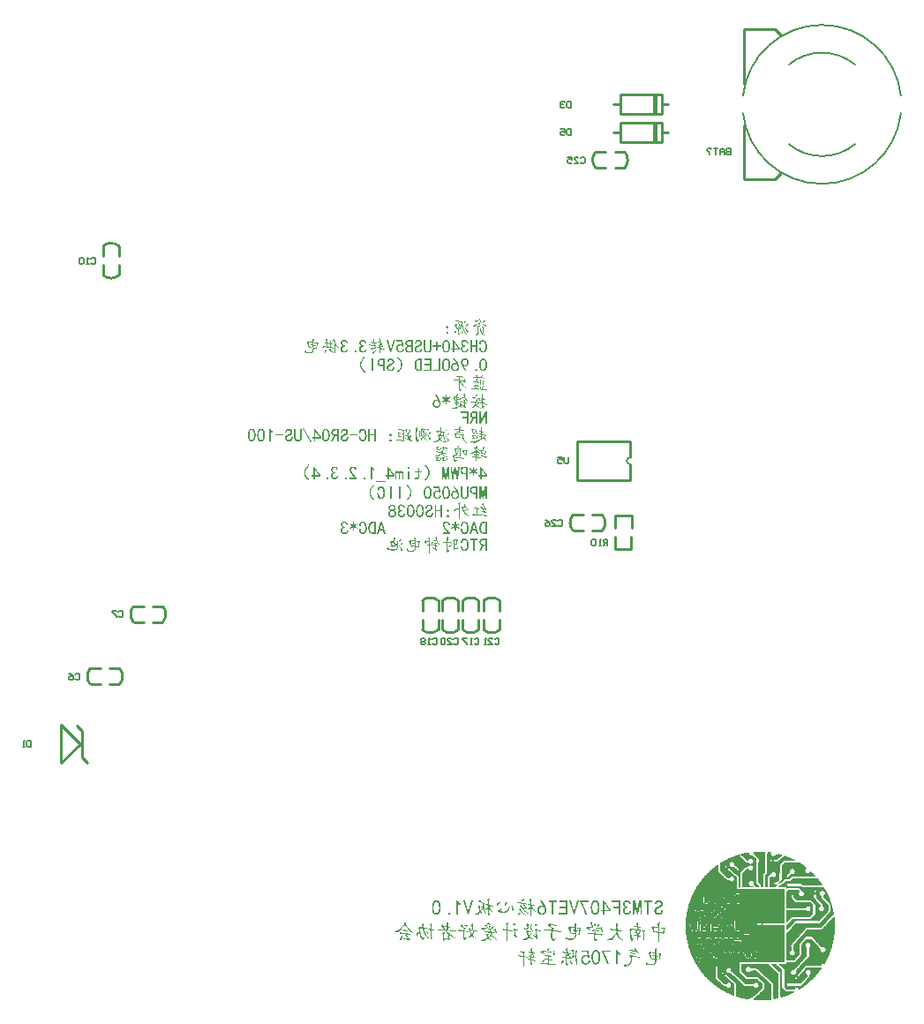
<source format=gbo>
G04*
G04 #@! TF.GenerationSoftware,Altium Limited,Altium Designer,19.0.4 (130)*
G04*
G04 Layer_Color=32896*
%FSLAX25Y25*%
%MOIN*%
G70*
G01*
G75*
%ADD10C,0.01000*%
%ADD12C,0.00787*%
%ADD14C,0.00100*%
%ADD15C,0.00500*%
%ADD96C,0.00700*%
G36*
X207857Y271980D02*
X207870Y271953D01*
X207884Y271925D01*
X207891Y271891D01*
Y271857D01*
Y271836D01*
Y271830D01*
X207898Y271748D01*
X207918Y271659D01*
X207952Y271563D01*
X207987Y271474D01*
X208028Y271386D01*
X208062Y271317D01*
X208075Y271290D01*
X208089Y271269D01*
X208096Y271263D01*
Y271256D01*
X208178Y271119D01*
X208267Y270989D01*
X208348Y270873D01*
X208424Y270771D01*
X208492Y270689D01*
X208540Y270627D01*
X208574Y270586D01*
X208588Y270580D01*
Y270573D01*
X208635Y270525D01*
X208663Y270477D01*
X208690Y270443D01*
X208704Y270423D01*
X208711Y270402D01*
Y270389D01*
X208690Y270382D01*
X208663D01*
X208629Y270395D01*
X208601Y270402D01*
X208588Y270409D01*
X208533Y270436D01*
X208478Y270477D01*
X208362Y270566D01*
X208239Y270669D01*
X208130Y270778D01*
X208028Y270873D01*
X207952Y270955D01*
X207918Y270989D01*
X207898Y271017D01*
X207884Y271030D01*
X207877Y271037D01*
X207809Y271024D01*
X207741Y271017D01*
X207604D01*
X207543Y271024D01*
X207495Y271030D01*
X207468Y271037D01*
X207454D01*
X207351Y271058D01*
X207249Y271085D01*
X207147Y271106D01*
X207051Y271126D01*
X206962Y271147D01*
X206901Y271160D01*
X206873Y271167D01*
X206853Y271174D01*
X206839D01*
X206778Y271188D01*
X206723Y271194D01*
X206675Y271201D01*
X206641Y271208D01*
X206580D01*
X206539Y271201D01*
X206518Y271188D01*
X206511Y271174D01*
Y271167D01*
Y271160D01*
X206525Y271119D01*
X206545Y271072D01*
X206593Y270976D01*
X206621Y270928D01*
X206641Y270894D01*
X206655Y270867D01*
X206662Y270860D01*
X206696Y270791D01*
X206716Y270750D01*
X206730Y270716D01*
Y270703D01*
X206723Y270696D01*
X206702D01*
X206668Y270716D01*
X206621Y270744D01*
X206511Y270805D01*
X206464Y270839D01*
X206422Y270867D01*
X206395Y270880D01*
X206388Y270887D01*
X206299Y270935D01*
X206211Y270976D01*
X206129Y271010D01*
X206047Y271030D01*
X205978Y271051D01*
X205931Y271058D01*
X205897Y271065D01*
X205883D01*
X205835Y271072D01*
X205801Y271078D01*
X205774Y271092D01*
X205760Y271106D01*
X205746Y271119D01*
Y271140D01*
X205753Y271174D01*
X205774Y271201D01*
X205801Y271229D01*
X205821Y271249D01*
X205828Y271256D01*
X205910Y271317D01*
X205985Y271365D01*
X206061Y271413D01*
X206129Y271447D01*
X206183Y271474D01*
X206224Y271495D01*
X206259Y271509D01*
X206265Y271515D01*
X206341Y271543D01*
X206409Y271556D01*
X206470Y271563D01*
X206518Y271556D01*
X206559Y271550D01*
X206586Y271543D01*
X206600Y271536D01*
X206607Y271529D01*
X206662Y271495D01*
X206737Y271461D01*
X206819Y271427D01*
X206901Y271399D01*
X206976Y271365D01*
X207037Y271345D01*
X207065Y271338D01*
X207085Y271331D01*
X207092Y271324D01*
X207099D01*
X207235Y271283D01*
X207365Y271249D01*
X207481Y271222D01*
X207584Y271201D01*
X207672Y271188D01*
X207741Y271181D01*
X207761D01*
X207782Y271174D01*
X207795D01*
X207741Y271249D01*
X207693Y271310D01*
X207645Y271372D01*
X207604Y271427D01*
X207529Y271509D01*
X207468Y271577D01*
X207427Y271618D01*
X207392Y271645D01*
X207379Y271659D01*
X207372Y271666D01*
X207351Y271679D01*
X207338Y271700D01*
Y271727D01*
X207345Y271761D01*
X207372Y271796D01*
X207406Y271816D01*
X207433Y271836D01*
X207461Y271850D01*
X207468Y271857D01*
X207543Y271891D01*
X207611Y271925D01*
X207665Y271946D01*
X207713Y271966D01*
X207748Y271980D01*
X207775Y271987D01*
X207788Y271993D01*
X207829D01*
X207857Y271980D01*
D02*
G37*
G36*
X209721Y271269D02*
X209749Y271256D01*
X209769Y271249D01*
X209783Y271235D01*
X209797Y271201D01*
Y271174D01*
Y271153D01*
X209790Y271147D01*
X209735Y271072D01*
X209667Y270996D01*
X209585Y270921D01*
X209503Y270860D01*
X209428Y270798D01*
X209359Y270750D01*
X209332Y270737D01*
X209312Y270723D01*
X209305Y270709D01*
X209298D01*
X209223Y270675D01*
X209161Y270655D01*
X209114Y270641D01*
X209066Y270634D01*
X209025Y270641D01*
X208997Y270655D01*
X208950Y270689D01*
X208929Y270737D01*
X208915Y270785D01*
Y270819D01*
Y270826D01*
Y270832D01*
X208922Y270894D01*
X208943Y270949D01*
X208970Y270996D01*
X209004Y271044D01*
X209086Y271119D01*
X209175Y271174D01*
X209271Y271215D01*
X209346Y271235D01*
X209373Y271249D01*
X209400D01*
X209414Y271256D01*
X209421D01*
X209503Y271269D01*
X209571Y271276D01*
X209680D01*
X209721Y271269D01*
D02*
G37*
G36*
X202687Y271222D02*
X202707Y271208D01*
X202721Y271201D01*
X202741Y271174D01*
X202748Y271147D01*
X202741Y271126D01*
Y271119D01*
X202700Y271044D01*
X202645Y270955D01*
X202577Y270873D01*
X202502Y270791D01*
X202441Y270716D01*
X202386Y270655D01*
X202345Y270614D01*
X202338Y270607D01*
X202331Y270600D01*
X202270Y270552D01*
X202222Y270518D01*
X202174Y270498D01*
X202133Y270484D01*
X202099D01*
X202065Y270491D01*
X202017Y270532D01*
X201983Y270580D01*
X201962Y270627D01*
X201949Y270669D01*
Y270675D01*
Y270682D01*
X201942Y270750D01*
X201949Y270812D01*
X201969Y270873D01*
X201990Y270921D01*
X202051Y271010D01*
X202133Y271078D01*
X202215Y271126D01*
X202284Y271160D01*
X202318Y271174D01*
X202338Y271181D01*
X202352Y271188D01*
X202359D01*
X202441Y271208D01*
X202509Y271222D01*
X202564Y271229D01*
X202652D01*
X202687Y271222D01*
D02*
G37*
G36*
X199996Y270778D02*
X200009Y270757D01*
Y270730D01*
Y270696D01*
X200002Y270669D01*
X199996Y270648D01*
Y270641D01*
X199989Y270600D01*
X199982Y270546D01*
X199989Y270484D01*
X199996Y270416D01*
X200023Y270259D01*
X200057Y270088D01*
X200098Y269931D01*
X200118Y269863D01*
X200132Y269801D01*
X200152Y269746D01*
X200159Y269706D01*
X200173Y269678D01*
Y269671D01*
X200296Y269658D01*
X200398Y269644D01*
X200542D01*
X200596Y269651D01*
X200624D01*
X200644Y269658D01*
X200651D01*
X200740Y269678D01*
X200815Y269685D01*
X200883D01*
X200918Y269671D01*
X200931Y269651D01*
Y269617D01*
X200924Y269576D01*
X200911Y269542D01*
X200897Y269507D01*
X200890Y269487D01*
X200883Y269480D01*
X200842Y269398D01*
X200808Y269309D01*
X200781Y269214D01*
X200754Y269118D01*
X200733Y269029D01*
X200719Y268961D01*
X200713Y268934D01*
X200706Y268913D01*
Y268899D01*
Y268893D01*
X200678Y268749D01*
X200651Y268613D01*
X200624Y268490D01*
X200596Y268380D01*
X200576Y268292D01*
X200555Y268223D01*
X200549Y268203D01*
Y268182D01*
X200542Y268176D01*
Y268169D01*
X200521Y268114D01*
X200501Y268073D01*
X200480Y268039D01*
X200460Y268019D01*
X200439Y268005D01*
X200419Y267998D01*
X200378Y268005D01*
X200337Y268025D01*
X200310Y268053D01*
X200289Y268080D01*
X200282Y268087D01*
X200248Y268100D01*
X200200Y268107D01*
X200098Y268128D01*
X200057Y268135D01*
X200016D01*
X199989Y268141D01*
X199982D01*
X199948Y268012D01*
X199920Y267882D01*
X199907Y267759D01*
X199893Y267656D01*
X199886Y267561D01*
Y267493D01*
Y267465D01*
Y267445D01*
Y267438D01*
Y267431D01*
X199893Y267301D01*
X199900Y267172D01*
X199907Y267062D01*
X199920Y266960D01*
X199927Y266871D01*
X199934Y266803D01*
X199941Y266762D01*
Y266755D01*
Y266748D01*
X199954Y266693D01*
X199975Y266646D01*
X199996Y266605D01*
X200030Y266570D01*
X200098Y266529D01*
X200180Y266502D01*
X200262Y266495D01*
X200351D01*
X200371Y266502D01*
X200392D01*
X200460Y266516D01*
X200515Y266523D01*
X200549D01*
X200576Y266516D01*
X200583Y266509D01*
X200590Y266502D01*
X200583Y266489D01*
X200569Y266475D01*
X200535Y266441D01*
X200494Y266413D01*
X200460Y266386D01*
X200453Y266379D01*
X200446D01*
X200323Y266304D01*
X200228Y266222D01*
X200146Y266147D01*
X200084Y266079D01*
X200043Y266017D01*
X200016Y265969D01*
X200002Y265942D01*
X199996Y265929D01*
X199975Y265887D01*
X199954Y265860D01*
X199934Y265846D01*
X199907Y265840D01*
X199886Y265846D01*
X199859Y265853D01*
X199811Y265894D01*
X199763Y265935D01*
X199729Y265983D01*
X199702Y266024D01*
X199695Y266031D01*
Y266038D01*
X199627Y266167D01*
X199579Y266277D01*
X199545Y266379D01*
X199524Y266468D01*
X199511Y266536D01*
X199504Y266584D01*
Y266612D01*
Y266625D01*
X199511Y266721D01*
Y266816D01*
Y266919D01*
Y267015D01*
X199504Y267096D01*
Y267165D01*
Y267192D01*
Y267213D01*
Y267219D01*
Y267226D01*
X199497Y267356D01*
X199483Y267472D01*
X199470Y267568D01*
X199456Y267650D01*
X199442Y267718D01*
X199435Y267766D01*
X199422Y267793D01*
Y267800D01*
X199415Y267841D01*
X199422Y267875D01*
X199435Y267909D01*
X199463Y267943D01*
X199497Y267977D01*
X199531Y268005D01*
X199620Y268059D01*
X199709Y268107D01*
X199791Y268141D01*
X199825Y268155D01*
X199852Y268162D01*
X199866Y268169D01*
X199873D01*
X199750Y268182D01*
X199634Y268189D01*
X199531Y268196D01*
X199435Y268210D01*
X199353Y268216D01*
X199299D01*
X199258Y268223D01*
X199244D01*
X199231Y268189D01*
X199210Y268162D01*
X199189Y268135D01*
X199176Y268121D01*
X199135Y268107D01*
X199094Y268114D01*
X199067Y268128D01*
X199039Y268148D01*
X199019Y268162D01*
X199012Y268169D01*
X198985Y268203D01*
X198957Y268244D01*
X198896Y268339D01*
X198848Y268449D01*
X198800Y268558D01*
X198759Y268660D01*
X198725Y268742D01*
X198711Y268777D01*
X198705Y268804D01*
X198698Y268818D01*
Y268824D01*
X198664Y268913D01*
X198636Y268995D01*
X198602Y269070D01*
X198575Y269132D01*
X198513Y269248D01*
X198459Y269337D01*
X198411Y269405D01*
X198377Y269446D01*
X198349Y269473D01*
X198343Y269480D01*
X198308Y269514D01*
X198288Y269542D01*
X198274Y269569D01*
X198261Y269596D01*
Y269651D01*
X198274Y269699D01*
X198302Y269740D01*
X198329Y269767D01*
X198349Y269787D01*
X198356Y269794D01*
X198431Y269849D01*
X198506Y269890D01*
X198582Y269931D01*
X198643Y269958D01*
X198698Y269986D01*
X198739Y269999D01*
X198773Y270013D01*
X198780D01*
X198855Y270033D01*
X198930Y270040D01*
X198985Y270033D01*
X199039Y270026D01*
X199080Y270013D01*
X199108Y269999D01*
X199128Y269992D01*
X199135Y269986D01*
X199169Y269965D01*
X199210Y269945D01*
X199258Y269924D01*
X199319Y269903D01*
X199456Y269863D01*
X199592Y269822D01*
X199729Y269781D01*
X199791Y269767D01*
X199845Y269753D01*
X199893Y269740D01*
X199927Y269733D01*
X199948Y269726D01*
X199954D01*
X199907Y269822D01*
X199859Y269910D01*
X199811Y269992D01*
X199770Y270061D01*
X199729Y270129D01*
X199695Y270184D01*
X199661Y270231D01*
X199627Y270272D01*
X199572Y270334D01*
X199538Y270382D01*
X199511Y270402D01*
X199504Y270409D01*
X199476Y270436D01*
X199456Y270457D01*
X199442Y270484D01*
X199435Y270505D01*
X199442Y270546D01*
X199463Y270586D01*
X199497Y270614D01*
X199524Y270634D01*
X199551Y270648D01*
X199558Y270655D01*
X199640Y270689D01*
X199715Y270723D01*
X199777Y270744D01*
X199831Y270764D01*
X199873Y270778D01*
X199900Y270785D01*
X199920Y270791D01*
X199968D01*
X199996Y270778D01*
D02*
G37*
G36*
X207686Y270853D02*
X207706Y270839D01*
X207713Y270826D01*
Y270812D01*
Y270805D01*
X207706Y270757D01*
Y270703D01*
Y270593D01*
X207713Y270546D01*
X207720Y270511D01*
X207727Y270484D01*
Y270477D01*
X207748Y270395D01*
X207788Y270313D01*
X207836Y270225D01*
X207884Y270143D01*
X207932Y270068D01*
X207973Y270013D01*
X208000Y269972D01*
X208014Y269965D01*
Y269958D01*
X208116Y269842D01*
X208219Y269740D01*
X208335Y269637D01*
X208437Y269555D01*
X208533Y269480D01*
X208615Y269432D01*
X208642Y269412D01*
X208663Y269398D01*
X208676Y269385D01*
X208683D01*
X208752Y269343D01*
X208806Y269303D01*
X208840Y269275D01*
X208861Y269262D01*
X208868Y269241D01*
Y269234D01*
X208834D01*
X208786Y269241D01*
X208731Y269255D01*
X208690Y269268D01*
X208676Y269275D01*
X208670D01*
X208512Y269337D01*
X208369Y269398D01*
X208246Y269460D01*
X208137Y269521D01*
X208048Y269576D01*
X207987Y269617D01*
X207946Y269651D01*
X207932Y269658D01*
X207823Y269753D01*
X207727Y269849D01*
X207638Y269951D01*
X207556Y270054D01*
X207495Y270143D01*
X207454Y270211D01*
X207433Y270238D01*
X207420Y270259D01*
X207413Y270266D01*
Y270272D01*
X207215Y270115D01*
X207030Y269979D01*
X206873Y269856D01*
X206730Y269746D01*
X206607Y269651D01*
X206498Y269569D01*
X206402Y269501D01*
X206320Y269439D01*
X206259Y269391D01*
X206204Y269350D01*
X206156Y269323D01*
X206129Y269296D01*
X206101Y269282D01*
X206088Y269268D01*
X206074Y269262D01*
X205978Y269221D01*
X205876Y269193D01*
X205760Y269186D01*
X205541D01*
X205494Y269193D01*
X205453D01*
X205425Y269200D01*
X205398Y269207D01*
X205378D01*
X205289Y269221D01*
X205214Y269241D01*
X205070Y269268D01*
X204961Y269296D01*
X204872Y269323D01*
X204804Y269343D01*
X204756Y269357D01*
X204729Y269364D01*
X204722Y269371D01*
X204695Y269385D01*
X204688Y269405D01*
Y269419D01*
X204701Y269432D01*
X204729Y269446D01*
X204763Y269460D01*
X204838Y269487D01*
X204927Y269507D01*
X205009Y269521D01*
X205043Y269528D01*
X205070D01*
X205084Y269535D01*
X205091D01*
X205295Y269569D01*
X205494Y269617D01*
X205685Y269665D01*
X205856Y269719D01*
X205931Y269740D01*
X205999Y269760D01*
X206061Y269781D01*
X206115Y269801D01*
X206156Y269815D01*
X206183Y269828D01*
X206204Y269835D01*
X206211D01*
X206422Y269924D01*
X206634Y270020D01*
X206825Y270115D01*
X206996Y270204D01*
X207078Y270245D01*
X207147Y270286D01*
X207208Y270320D01*
X207263Y270347D01*
X207304Y270375D01*
X207331Y270395D01*
X207351Y270402D01*
X207358Y270409D01*
X207310Y270470D01*
X207269Y270539D01*
X207249Y270559D01*
X207235Y270580D01*
X207222Y270593D01*
Y270600D01*
X207208Y270621D01*
Y270641D01*
Y270662D01*
X207222Y270682D01*
X207256Y270716D01*
X207297Y270750D01*
X207351Y270778D01*
X207392Y270798D01*
X207427Y270812D01*
X207433Y270819D01*
X207440D01*
X207495Y270839D01*
X207536Y270853D01*
X207611Y270860D01*
X207659D01*
X207686Y270853D01*
D02*
G37*
G36*
X203349Y269986D02*
X203376Y269972D01*
X203390Y269965D01*
X203404Y269931D01*
Y269903D01*
Y269883D01*
X203397Y269876D01*
X203349Y269794D01*
X203288Y269706D01*
X203219Y269617D01*
X203151Y269535D01*
X203089Y269460D01*
X203035Y269398D01*
X203001Y269357D01*
X202987Y269350D01*
Y269343D01*
X202925Y269296D01*
X202878Y269262D01*
X202830Y269241D01*
X202789Y269227D01*
X202748D01*
X202721Y269234D01*
X202666Y269275D01*
X202632Y269323D01*
X202605Y269371D01*
X202591Y269412D01*
Y269419D01*
Y269426D01*
X202584Y269494D01*
X202591Y269555D01*
X202605Y269617D01*
X202625Y269671D01*
X202659Y269712D01*
X202693Y269760D01*
X202775Y269828D01*
X202864Y269883D01*
X202939Y269917D01*
X202966Y269931D01*
X202994Y269938D01*
X203008Y269945D01*
X203014D01*
X203096Y269965D01*
X203171Y269979D01*
X203233Y269992D01*
X203322D01*
X203349Y269986D01*
D02*
G37*
G36*
X208663Y270122D02*
X208670D01*
X208792Y270081D01*
X208909Y270047D01*
X209018Y269999D01*
X209120Y269965D01*
X209202Y269931D01*
X209271Y269903D01*
X209312Y269883D01*
X209318Y269876D01*
X209325D01*
X209448Y269822D01*
X209558Y269774D01*
X209660Y269733D01*
X209749Y269699D01*
X209824Y269671D01*
X209878Y269651D01*
X209913Y269637D01*
X209926Y269630D01*
X210029Y269596D01*
X210118Y269576D01*
X210199Y269555D01*
X210275Y269542D01*
X210336Y269528D01*
X210377D01*
X210411Y269521D01*
X210418D01*
X210452Y269514D01*
X210479Y269507D01*
X210493Y269494D01*
X210500Y269473D01*
Y269453D01*
X210493Y269432D01*
X210466Y269385D01*
X210432Y269343D01*
X210391Y269303D01*
X210363Y269275D01*
X210350Y269262D01*
X210295Y269221D01*
X210247Y269186D01*
X210199Y269166D01*
X210158Y269145D01*
X210083Y269125D01*
X210015Y269132D01*
X209967Y269139D01*
X209926Y269159D01*
X209906Y269173D01*
X209899Y269180D01*
X209865Y269214D01*
X209817Y269255D01*
X209762Y269296D01*
X209694Y269343D01*
X209558Y269439D01*
X209414Y269542D01*
X209277Y269637D01*
X209216Y269671D01*
X209161Y269712D01*
X209114Y269740D01*
X209079Y269760D01*
X209059Y269774D01*
X209052Y269781D01*
X208929Y269856D01*
X208834Y269924D01*
X208752Y269972D01*
X208690Y270020D01*
X208649Y270054D01*
X208622Y270081D01*
X208601Y270102D01*
X208594Y270115D01*
Y270122D01*
X208601Y270129D01*
X208656D01*
X208663Y270122D01*
D02*
G37*
G36*
X195590Y269268D02*
X195658Y269255D01*
X195706Y269241D01*
X195733Y269227D01*
X195747Y269221D01*
X195829Y269166D01*
X195891Y269111D01*
X195938Y269043D01*
X195966Y268982D01*
X195986Y268927D01*
X196000Y268879D01*
X196007Y268852D01*
Y268838D01*
X196000Y268749D01*
X195979Y268667D01*
X195945Y268592D01*
X195911Y268538D01*
X195870Y268490D01*
X195836Y268456D01*
X195809Y268435D01*
X195802Y268428D01*
X195720Y268387D01*
X195631Y268360D01*
X195542Y268353D01*
X195467Y268360D01*
X195399Y268367D01*
X195344Y268387D01*
X195310Y268394D01*
X195296Y268401D01*
X195201Y268456D01*
X195133Y268517D01*
X195078Y268585D01*
X195044Y268654D01*
X195023Y268715D01*
X195016Y268763D01*
X195010Y268797D01*
Y268811D01*
X195023Y268913D01*
X195051Y268995D01*
X195085Y269063D01*
X195133Y269125D01*
X195180Y269166D01*
X195214Y269200D01*
X195242Y269214D01*
X195255Y269221D01*
X195344Y269255D01*
X195433Y269275D01*
X195522D01*
X195590Y269268D01*
D02*
G37*
G36*
X207372Y269391D02*
X207406Y269385D01*
X207433Y269378D01*
X207447Y269371D01*
X207454D01*
X207508Y269350D01*
X207590Y269323D01*
X207679Y269303D01*
X207768Y269275D01*
X207850Y269255D01*
X207918Y269234D01*
X207946Y269227D01*
X207966D01*
X207980Y269221D01*
X207987D01*
X208130Y269186D01*
X208267Y269159D01*
X208376Y269139D01*
X208471Y269118D01*
X208554Y269104D01*
X208608Y269091D01*
X208642Y269084D01*
X208656D01*
X208745Y269070D01*
X208820Y269063D01*
X208888Y269057D01*
X209025D01*
X209114Y269070D01*
X209195Y269077D01*
X209230D01*
X209257Y269084D01*
X209284D01*
X209325Y269077D01*
X209353Y269063D01*
Y269029D01*
X209346Y268995D01*
X209332Y268954D01*
X209318Y268927D01*
X209305Y268899D01*
X209298Y268893D01*
X209271Y268852D01*
X209250Y268804D01*
X209223Y268688D01*
X209195Y268565D01*
X209182Y268442D01*
X209175Y268326D01*
Y268278D01*
Y268230D01*
Y268196D01*
Y268169D01*
Y268148D01*
Y268141D01*
Y268046D01*
X209182Y267950D01*
X209189Y267868D01*
Y267793D01*
X209195Y267732D01*
X209202Y267670D01*
X209209Y267616D01*
X209216Y267568D01*
X209223Y267493D01*
X209237Y267445D01*
X209243Y267411D01*
Y267404D01*
X209257Y267329D01*
Y267253D01*
X209250Y267178D01*
X209237Y267117D01*
X209223Y267055D01*
X209202Y267008D01*
X209195Y266980D01*
X209189Y266967D01*
X209168Y266926D01*
X209148Y266892D01*
X209134Y266864D01*
X209114Y266844D01*
X209086Y266816D01*
X209059Y266810D01*
X209038D01*
X209025Y266816D01*
X209011Y266823D01*
Y266830D01*
X208984Y266878D01*
X208970Y266939D01*
X208936Y267076D01*
X208929Y267137D01*
X208922Y267192D01*
X208915Y267226D01*
Y267240D01*
X208902Y267472D01*
X208895Y267581D01*
X208888Y267684D01*
Y267766D01*
Y267834D01*
Y267861D01*
Y267882D01*
Y267889D01*
Y267896D01*
Y268879D01*
X208765Y268899D01*
X208642Y268913D01*
X208431Y268940D01*
X208239Y268968D01*
X208075Y268988D01*
X207925Y269002D01*
X207802Y269016D01*
X207700Y269022D01*
X207611Y269036D01*
X207536D01*
X207481Y269043D01*
X207358D01*
X207304Y269022D01*
X207263Y268988D01*
X207228Y268947D01*
X207208Y268906D01*
X207194Y268859D01*
X207187Y268818D01*
X207181Y268797D01*
Y268783D01*
X207174Y268688D01*
Y268592D01*
X207167Y268490D01*
Y268387D01*
Y268305D01*
Y268230D01*
Y268203D01*
Y268189D01*
Y268176D01*
Y268169D01*
Y268039D01*
X207174Y267923D01*
X207181Y267820D01*
X207187Y267732D01*
X207194Y267656D01*
X207201Y267602D01*
X207208Y267568D01*
Y267554D01*
X207215Y267458D01*
Y267363D01*
X207201Y267274D01*
X207181Y267192D01*
X207160Y267124D01*
X207147Y267069D01*
X207133Y267035D01*
X207126Y267021D01*
X207105Y266973D01*
X207085Y266939D01*
X207065Y266919D01*
X207044Y266905D01*
X207024Y266898D01*
X207010D01*
X206976Y266912D01*
X206955Y266939D01*
X206935Y266973D01*
X206928Y266994D01*
X206921Y267008D01*
X206894Y267110D01*
X206873Y267213D01*
X206860Y267308D01*
X206846Y267397D01*
Y267479D01*
X206839Y267540D01*
Y267581D01*
Y267588D01*
Y267595D01*
Y268360D01*
Y268442D01*
X206832Y268510D01*
X206819Y268633D01*
X206798Y268736D01*
X206778Y268811D01*
X206757Y268865D01*
X206737Y268906D01*
X206723Y268927D01*
X206716Y268934D01*
X206696Y268961D01*
X206682Y268982D01*
X206675Y269036D01*
X206682Y269077D01*
X206702Y269125D01*
X206730Y269159D01*
X206757Y269186D01*
X206778Y269200D01*
X206785Y269207D01*
X206853Y269255D01*
X206921Y269296D01*
X206982Y269323D01*
X207037Y269350D01*
X207085Y269364D01*
X207119Y269378D01*
X207147Y269385D01*
X207153D01*
X207215Y269398D01*
X207324D01*
X207372Y269391D01*
D02*
G37*
G36*
X202208Y268818D02*
X202229Y268797D01*
X202284Y268736D01*
X202331Y268667D01*
X202352Y268640D01*
X202372Y268613D01*
X202379Y268599D01*
X202386Y268592D01*
X202516Y268401D01*
X202632Y268230D01*
X202734Y268080D01*
X202816Y267957D01*
X202891Y267855D01*
X202919Y267814D01*
X202946Y267779D01*
X202960Y267752D01*
X202973Y267732D01*
X202987Y267725D01*
Y267718D01*
X203035Y267656D01*
X203076Y267602D01*
X203151Y267513D01*
X203219Y267445D01*
X203274Y267397D01*
X203322Y267370D01*
X203356Y267349D01*
X203376Y267336D01*
X203383D01*
X203404Y267322D01*
X203424Y267301D01*
Y267274D01*
Y267240D01*
X203411Y267165D01*
X203376Y267076D01*
X203335Y266987D01*
X203301Y266912D01*
X203288Y266885D01*
X203274Y266864D01*
X203260Y266850D01*
Y266844D01*
X203212Y266769D01*
X203165Y266714D01*
X203124Y266673D01*
X203089Y266652D01*
X203055Y266639D01*
X203028D01*
X203001Y266652D01*
X202980Y266666D01*
X202946Y266714D01*
X202919Y266769D01*
X202912Y266810D01*
X202905Y266823D01*
Y266830D01*
X202871Y266994D01*
X202823Y267151D01*
X202775Y267295D01*
X202721Y267424D01*
X202680Y267533D01*
X202659Y267581D01*
X202639Y267616D01*
X202625Y267650D01*
X202611Y267670D01*
X202605Y267684D01*
Y267691D01*
X202523Y267855D01*
X202454Y268012D01*
X202386Y268169D01*
X202331Y268305D01*
X202284Y268428D01*
X202270Y268476D01*
X202249Y268524D01*
X202236Y268558D01*
X202229Y268585D01*
X202222Y268599D01*
Y268606D01*
X202195Y268695D01*
X202174Y268756D01*
X202167Y268797D01*
Y268824D01*
X202174Y268831D01*
X202188D01*
X202208Y268818D01*
D02*
G37*
G36*
X199101Y267540D02*
X199114Y267527D01*
X199121Y267506D01*
Y267479D01*
X199108Y267445D01*
X199073Y267370D01*
X199026Y267295D01*
X198971Y267226D01*
X198951Y267199D01*
X198930Y267178D01*
X198923Y267165D01*
X198916Y267158D01*
X198780Y267008D01*
X198664Y266885D01*
X198561Y266782D01*
X198472Y266700D01*
X198404Y266639D01*
X198356Y266598D01*
X198322Y266577D01*
X198315Y266570D01*
X198274Y266550D01*
X198240Y266529D01*
X198213Y266523D01*
X198186D01*
X198138Y266536D01*
X198103Y266564D01*
X198083Y266598D01*
X198063Y266632D01*
X198056Y266659D01*
Y266666D01*
X198049Y266755D01*
X198056Y266837D01*
X198069Y266905D01*
X198090Y266973D01*
X198110Y267021D01*
X198131Y267055D01*
X198144Y267083D01*
X198151Y267090D01*
X198206Y267151D01*
X198267Y267213D01*
X198329Y267260D01*
X198390Y267301D01*
X198452Y267336D01*
X198493Y267356D01*
X198520Y267370D01*
X198534Y267376D01*
X198705Y267452D01*
X198787Y267479D01*
X198862Y267499D01*
X198930Y267520D01*
X198978Y267533D01*
X199012Y267540D01*
X199026D01*
X199067Y267547D01*
X199101Y267540D01*
D02*
G37*
G36*
X200795Y267684D02*
X200801Y267670D01*
X200815Y267656D01*
Y267650D01*
X200842Y267588D01*
X200876Y267520D01*
X200918Y267458D01*
X200958Y267397D01*
X200993Y267342D01*
X201020Y267301D01*
X201041Y267274D01*
X201047Y267267D01*
X201109Y267192D01*
X201157Y267117D01*
X201204Y267062D01*
X201245Y267008D01*
X201279Y266967D01*
X201300Y266939D01*
X201314Y266919D01*
X201321Y266912D01*
X201355Y266857D01*
X201368Y266789D01*
X201375Y266721D01*
Y266659D01*
X201368Y266598D01*
X201361Y266550D01*
X201348Y266516D01*
Y266502D01*
X201327Y266461D01*
X201307Y266434D01*
X201286Y266420D01*
X201252Y266413D01*
X201225Y266420D01*
X201198Y266441D01*
X201129Y266489D01*
X201075Y266550D01*
X201027Y266612D01*
X201006Y266639D01*
X200993Y266659D01*
X200979Y266673D01*
Y266680D01*
X200931Y266762D01*
X200883Y266844D01*
X200815Y266994D01*
X200767Y267131D01*
X200740Y267247D01*
X200726Y267342D01*
X200719Y267411D01*
Y267438D01*
Y267458D01*
Y267465D01*
Y267472D01*
X200726Y267533D01*
X200733Y267581D01*
X200740Y267616D01*
X200747Y267643D01*
X200754Y267663D01*
X200760Y267677D01*
X200774Y267691D01*
X200795Y267684D01*
D02*
G37*
G36*
X195590Y267219D02*
X195658Y267206D01*
X195706Y267192D01*
X195733Y267178D01*
X195747Y267172D01*
X195829Y267117D01*
X195891Y267062D01*
X195938Y266994D01*
X195966Y266933D01*
X195986Y266878D01*
X196000Y266830D01*
X196007Y266803D01*
Y266789D01*
X196000Y266700D01*
X195979Y266618D01*
X195945Y266543D01*
X195911Y266489D01*
X195870Y266441D01*
X195836Y266407D01*
X195809Y266386D01*
X195802Y266379D01*
X195720Y266338D01*
X195631Y266311D01*
X195542Y266304D01*
X195467Y266311D01*
X195399Y266318D01*
X195344Y266338D01*
X195310Y266345D01*
X195296Y266352D01*
X195201Y266407D01*
X195133Y266468D01*
X195078Y266536D01*
X195044Y266605D01*
X195023Y266666D01*
X195016Y266714D01*
X195010Y266748D01*
Y266762D01*
X195023Y266864D01*
X195051Y266946D01*
X195085Y267015D01*
X195133Y267076D01*
X195180Y267117D01*
X195214Y267151D01*
X195242Y267165D01*
X195255Y267172D01*
X195344Y267206D01*
X195433Y267226D01*
X195522D01*
X195590Y267219D01*
D02*
G37*
G36*
X199108Y271413D02*
X199231Y271399D01*
X199340Y271372D01*
X199388Y271365D01*
X199435Y271352D01*
X199470Y271338D01*
X199497Y271331D01*
X199511Y271324D01*
X199517D01*
X199620Y271290D01*
X199722Y271263D01*
X199948Y271208D01*
X200180Y271153D01*
X200392Y271112D01*
X200494Y271099D01*
X200590Y271078D01*
X200672Y271072D01*
X200740Y271058D01*
X200801Y271051D01*
X200842Y271044D01*
X200876Y271037D01*
X200883D01*
X200972Y271085D01*
X201054Y271119D01*
X201116Y271147D01*
X201170Y271167D01*
X201211Y271181D01*
X201252D01*
X201279Y271188D01*
X201293Y271181D01*
X201321Y271167D01*
X201327Y271147D01*
X201321Y271126D01*
Y271119D01*
X201307Y271078D01*
X201293Y271030D01*
X201279Y270914D01*
X201273Y270791D01*
X201266Y270662D01*
X201273Y270539D01*
Y270484D01*
Y270436D01*
Y270395D01*
X201279Y270368D01*
Y270347D01*
Y270341D01*
X201300Y270115D01*
X201327Y269876D01*
X201361Y269644D01*
X201382Y269535D01*
X201396Y269432D01*
X201416Y269330D01*
X201430Y269241D01*
X201443Y269166D01*
X201457Y269098D01*
X201471Y269036D01*
X201478Y268995D01*
X201484Y268968D01*
Y268961D01*
X201553Y268667D01*
X201635Y268387D01*
X201682Y268257D01*
X201724Y268128D01*
X201771Y268012D01*
X201812Y267902D01*
X201853Y267800D01*
X201894Y267704D01*
X201928Y267629D01*
X201956Y267561D01*
X201983Y267506D01*
X202004Y267465D01*
X202010Y267438D01*
X202017Y267431D01*
X202085Y267295D01*
X202154Y267172D01*
X202222Y267055D01*
X202290Y266946D01*
X202352Y266844D01*
X202420Y266755D01*
X202475Y266666D01*
X202529Y266598D01*
X202584Y266529D01*
X202625Y266468D01*
X202666Y266420D01*
X202700Y266379D01*
X202728Y266352D01*
X202748Y266332D01*
X202762Y266318D01*
X202768Y266311D01*
X202830Y266243D01*
X202878Y266195D01*
X202912Y266147D01*
X202939Y266120D01*
X202946Y266092D01*
Y266079D01*
Y266072D01*
X202932Y266065D01*
X202898Y266072D01*
X202857Y266086D01*
X202823Y266099D01*
X202816Y266106D01*
X202809D01*
X202680Y266181D01*
X202564Y266270D01*
X202454Y266359D01*
X202352Y266454D01*
X202270Y266536D01*
X202208Y266605D01*
X202188Y266632D01*
X202167Y266652D01*
X202154Y266659D01*
Y266666D01*
X202038Y266816D01*
X201935Y266967D01*
X201840Y267117D01*
X201764Y267253D01*
X201696Y267376D01*
X201669Y267424D01*
X201648Y267472D01*
X201628Y267506D01*
X201621Y267533D01*
X201607Y267547D01*
Y267554D01*
X201519Y267752D01*
X201443Y267964D01*
X201368Y268176D01*
X201300Y268380D01*
X201273Y268469D01*
X201245Y268558D01*
X201225Y268633D01*
X201204Y268695D01*
X201191Y268749D01*
X201177Y268790D01*
X201170Y268818D01*
Y268824D01*
X201129Y268975D01*
X201095Y269132D01*
X201027Y269466D01*
X200972Y269801D01*
X200945Y269965D01*
X200924Y270122D01*
X200904Y270272D01*
X200883Y270409D01*
X200870Y270532D01*
X200856Y270641D01*
X200842Y270723D01*
X200835Y270791D01*
X200829Y270832D01*
Y270846D01*
X200672Y270853D01*
X200521Y270860D01*
X200385Y270867D01*
X200248Y270880D01*
X200118Y270887D01*
X200002Y270901D01*
X199893Y270914D01*
X199791Y270928D01*
X199702Y270935D01*
X199627Y270949D01*
X199558Y270955D01*
X199497Y270962D01*
X199456Y270976D01*
X199422D01*
X199401Y270983D01*
X199394D01*
X199292Y271003D01*
X199196Y271024D01*
X199108Y271044D01*
X199032Y271058D01*
X198971Y271078D01*
X198909Y271092D01*
X198862Y271106D01*
X198821Y271119D01*
X198780Y271133D01*
X198752Y271140D01*
X198711Y271160D01*
X198691Y271167D01*
X198684Y271174D01*
X198664Y271188D01*
X198650Y271208D01*
Y271242D01*
X198657Y271276D01*
X198684Y271310D01*
X198718Y271338D01*
X198746Y271358D01*
X198773Y271372D01*
X198780Y271379D01*
X198821Y271399D01*
X198875Y271413D01*
X198985Y271420D01*
X199108Y271413D01*
D02*
G37*
G36*
X207795Y266830D02*
X207816Y266816D01*
Y266789D01*
X207809Y266762D01*
X207795Y266734D01*
X207775Y266700D01*
X207727Y266646D01*
X207679Y266605D01*
X207665Y266591D01*
X207659Y266584D01*
X207481Y266448D01*
X207310Y266311D01*
X207160Y266195D01*
X207030Y266092D01*
X206921Y266010D01*
X206880Y265969D01*
X206839Y265942D01*
X206812Y265922D01*
X206791Y265901D01*
X206778Y265894D01*
X206771Y265887D01*
X206702Y265833D01*
X206641Y265799D01*
X206586Y265771D01*
X206539Y265751D01*
X206498Y265744D01*
X206464D01*
X206409Y265758D01*
X206375Y265785D01*
X206354Y265819D01*
X206347Y265846D01*
Y265860D01*
Y265963D01*
X206361Y266058D01*
X206382Y266147D01*
X206409Y266222D01*
X206443Y266284D01*
X206470Y266325D01*
X206491Y266359D01*
X206498Y266366D01*
X206539Y266407D01*
X206586Y266448D01*
X206648Y266489D01*
X206716Y266523D01*
X206866Y266598D01*
X207024Y266659D01*
X207167Y266714D01*
X207235Y266734D01*
X207297Y266755D01*
X207345Y266769D01*
X207379Y266782D01*
X207406Y266789D01*
X207413D01*
X207481Y266810D01*
X207536Y266823D01*
X207638Y266837D01*
X207706Y266844D01*
X207761D01*
X207795Y266830D01*
D02*
G37*
G36*
X208362Y268585D02*
X208383Y268565D01*
X208389Y268531D01*
X208383Y268503D01*
X208376Y268469D01*
X208369Y268449D01*
Y268442D01*
X208342Y268360D01*
X208328Y268271D01*
X208314Y268176D01*
X208308Y268080D01*
Y267991D01*
X208314Y267923D01*
Y267896D01*
Y267875D01*
Y267861D01*
Y267855D01*
X208328Y267711D01*
X208348Y267568D01*
X208376Y267438D01*
X208396Y267322D01*
X208424Y267226D01*
X208444Y267151D01*
X208451Y267124D01*
X208458Y267103D01*
X208465Y267096D01*
Y267090D01*
X208519Y266953D01*
X208588Y266823D01*
X208663Y266707D01*
X208738Y266605D01*
X208806Y266516D01*
X208861Y266448D01*
X208881Y266427D01*
X208902Y266407D01*
X208909Y266400D01*
X208915Y266393D01*
X209045Y266277D01*
X209195Y266161D01*
X209346Y266065D01*
X209489Y265976D01*
X209619Y265908D01*
X209674Y265874D01*
X209721Y265853D01*
X209762Y265833D01*
X209790Y265819D01*
X209810Y265806D01*
X209817D01*
X209913Y265765D01*
X209981Y265724D01*
X210036Y265696D01*
X210063Y265676D01*
X210083Y265662D01*
Y265649D01*
X210070Y265642D01*
X209995D01*
X209933Y265655D01*
X209906Y265662D01*
X209878D01*
X209865Y265669D01*
X209858D01*
X209660Y265724D01*
X209482Y265778D01*
X209318Y265846D01*
X209175Y265908D01*
X209114Y265935D01*
X209052Y265963D01*
X209004Y265990D01*
X208963Y266010D01*
X208929Y266024D01*
X208909Y266038D01*
X208895Y266051D01*
X208888D01*
X208731Y266154D01*
X208601Y266277D01*
X208485Y266393D01*
X208389Y266509D01*
X208314Y266618D01*
X208287Y266659D01*
X208260Y266700D01*
X208246Y266734D01*
X208232Y266755D01*
X208219Y266769D01*
Y266775D01*
X208137Y266946D01*
X208075Y267117D01*
X208028Y267267D01*
X207987Y267411D01*
X207959Y267527D01*
X207952Y267575D01*
X207946Y267616D01*
X207939Y267643D01*
X207932Y267670D01*
Y267684D01*
Y267691D01*
X207918Y267773D01*
X207911Y267841D01*
X207898Y267909D01*
X207884Y267964D01*
X207864Y268059D01*
X207843Y268135D01*
X207823Y268182D01*
X207809Y268216D01*
X207795Y268230D01*
Y268237D01*
X207775Y268271D01*
Y268312D01*
X207795Y268346D01*
X207816Y268374D01*
X207850Y268401D01*
X207877Y268421D01*
X207898Y268435D01*
X207905Y268442D01*
X208041Y268510D01*
X208103Y268538D01*
X208157Y268558D01*
X208205Y268572D01*
X208239Y268585D01*
X208267Y268592D01*
X208273D01*
X208328Y268599D01*
X208362Y268585D01*
D02*
G37*
G36*
X170326Y264701D02*
X170346Y264680D01*
X170353Y264660D01*
Y264646D01*
Y264639D01*
X170326Y264523D01*
X170319Y264475D01*
X170312Y264427D01*
X170305Y264393D01*
X170299Y264366D01*
Y264345D01*
Y264338D01*
Y264284D01*
Y264222D01*
X170312Y264099D01*
X170326Y264038D01*
X170333Y263997D01*
X170340Y263970D01*
Y263956D01*
X170367Y263854D01*
X170394Y263744D01*
X170435Y263621D01*
X170469Y263512D01*
X170503Y263403D01*
X170517Y263362D01*
X170531Y263321D01*
X170545Y263294D01*
X170551Y263266D01*
X170558Y263252D01*
Y263246D01*
X170695Y263218D01*
X170825Y263191D01*
X170941Y263177D01*
X171036Y263164D01*
X171118Y263150D01*
X171180Y263143D01*
X171214Y263136D01*
X171228D01*
X171275Y263130D01*
X171316Y263123D01*
X171344Y263116D01*
X171364Y263109D01*
X171371Y263102D01*
X171378Y263089D01*
Y263075D01*
X171357Y263054D01*
X171337Y263041D01*
X171316Y263034D01*
X171309Y263027D01*
X171234Y263000D01*
X171173Y262979D01*
X171118Y262959D01*
X171070Y262952D01*
X171029Y262938D01*
X171002D01*
X170988Y262931D01*
X170790D01*
X170756Y262938D01*
X170722D01*
X170702Y262945D01*
X170695D01*
X170756Y262774D01*
X170811Y262617D01*
X170865Y262494D01*
X170913Y262385D01*
X170954Y262303D01*
X170982Y262242D01*
X171002Y262208D01*
X171009Y262194D01*
X171064Y262105D01*
X171118Y262030D01*
X171166Y261968D01*
X171207Y261921D01*
X171241Y261880D01*
X171268Y261859D01*
X171289Y261845D01*
X171296Y261839D01*
X171337Y261798D01*
X171357Y261743D01*
X171364Y261688D01*
X171357Y261634D01*
X171350Y261579D01*
X171337Y261538D01*
X171330Y261511D01*
X171323Y261497D01*
X171303Y261456D01*
X171282Y261422D01*
X171255Y261395D01*
X171234Y261374D01*
X171186Y261354D01*
X171145D01*
X171105Y261361D01*
X171077Y261367D01*
X171057Y261381D01*
X171050Y261388D01*
X171016Y261415D01*
X170968Y261442D01*
X170906Y261470D01*
X170845Y261490D01*
X170702Y261545D01*
X170551Y261593D01*
X170408Y261627D01*
X170346Y261647D01*
X170292Y261661D01*
X170244Y261675D01*
X170203Y261682D01*
X170183Y261688D01*
X170176D01*
Y261033D01*
X170387Y260964D01*
X170579Y260910D01*
X170749Y260855D01*
X170906Y260814D01*
X171050Y260780D01*
X171173Y260753D01*
X171282Y260732D01*
X171371Y260712D01*
X171453Y260698D01*
X171521Y260691D01*
X171576Y260684D01*
X171617Y260678D01*
X171794D01*
X171822Y260664D01*
X171849Y260650D01*
X171856Y260630D01*
X171863Y260609D01*
X171856Y260568D01*
X171828Y260514D01*
X171794Y260473D01*
X171774Y260445D01*
X171760Y260432D01*
X171712Y260384D01*
X171665Y260350D01*
X171617Y260316D01*
X171576Y260295D01*
X171508Y260261D01*
X171446Y260254D01*
X171398D01*
X171364Y260268D01*
X171344Y260275D01*
X171337Y260281D01*
X171296Y260309D01*
X171241Y260336D01*
X171173Y260377D01*
X171091Y260411D01*
X171002Y260452D01*
X170906Y260493D01*
X170702Y260582D01*
X170599Y260623D01*
X170503Y260657D01*
X170415Y260691D01*
X170333Y260725D01*
X170271Y260753D01*
X170217Y260773D01*
X170189Y260780D01*
X170176Y260787D01*
X170183Y260616D01*
X170196Y260466D01*
X170203Y260343D01*
X170210Y260247D01*
X170217Y260172D01*
X170223Y260118D01*
X170230Y260090D01*
Y260076D01*
X170244Y260001D01*
X170258Y259926D01*
X170271Y259865D01*
X170278Y259810D01*
X170292Y259769D01*
X170305Y259735D01*
X170312Y259715D01*
Y259708D01*
X170326Y259646D01*
Y259571D01*
X170319Y259496D01*
X170305Y259428D01*
X170292Y259359D01*
X170271Y259305D01*
X170264Y259271D01*
X170258Y259264D01*
Y259257D01*
X170237Y259202D01*
X170217Y259161D01*
X170196Y259127D01*
X170183Y259093D01*
X170148Y259052D01*
X170121Y259032D01*
X170100Y259018D01*
X170080D01*
X170073Y259025D01*
X170066D01*
X170053Y259038D01*
X170039Y259066D01*
X170012Y259127D01*
X169991Y259195D01*
X169971Y259277D01*
X169957Y259353D01*
X169950Y259414D01*
Y259441D01*
X169943Y259462D01*
Y259469D01*
Y259475D01*
X169937Y259558D01*
X169930Y259646D01*
X169923Y259749D01*
X169916Y259858D01*
X169909Y260083D01*
Y260316D01*
X169903Y260425D01*
Y260527D01*
Y260623D01*
Y260705D01*
Y260773D01*
Y260828D01*
Y260855D01*
Y260869D01*
X169807Y260903D01*
X169711Y260937D01*
X169629Y260964D01*
X169554Y260992D01*
X169486Y261019D01*
X169424Y261046D01*
X169322Y261087D01*
X169247Y261115D01*
X169192Y261135D01*
X169158Y261149D01*
X169151Y261156D01*
X169090Y261190D01*
X169042Y261217D01*
X169021Y261245D01*
X169015Y261265D01*
Y261285D01*
X169021Y261299D01*
X169028Y261306D01*
X169062Y261320D01*
X169110Y261326D01*
X169158D01*
X169199Y261320D01*
X169247Y261313D01*
X169281Y261299D01*
X169308Y261292D01*
X169315D01*
X169397Y261265D01*
X169493Y261238D01*
X169588Y261204D01*
X169684Y261176D01*
X169773Y261156D01*
X169841Y261135D01*
X169868Y261128D01*
X169889Y261122D01*
X169896Y261115D01*
X169903D01*
X169896Y261347D01*
X169882Y261456D01*
X169875Y261559D01*
X169861Y261641D01*
X169855Y261709D01*
Y261736D01*
X169848Y261757D01*
Y261764D01*
Y261770D01*
X169704Y261818D01*
X169588Y261859D01*
X169493Y261887D01*
X169418Y261914D01*
X169363Y261928D01*
X169329Y261941D01*
X169308Y261948D01*
X169301D01*
X169261Y261968D01*
X169240Y261989D01*
Y262009D01*
Y262030D01*
X169267Y262071D01*
X169281Y262078D01*
X169288Y262085D01*
X169336Y262112D01*
X169390Y262132D01*
X169438Y262146D01*
X169568D01*
X169595Y262139D01*
X169602D01*
X169670Y262125D01*
X169718Y262112D01*
X169766Y262098D01*
X169793Y262091D01*
X169820Y262085D01*
X169834Y262078D01*
X169848Y262071D01*
X169834Y262167D01*
X169827Y262248D01*
X169814Y262324D01*
X169800Y262378D01*
X169793Y262426D01*
X169786Y262453D01*
X169780Y262474D01*
Y262481D01*
X169773Y262508D01*
X169780Y262528D01*
X169807Y262576D01*
X169848Y262617D01*
X169903Y262658D01*
X169957Y262686D01*
X170005Y262706D01*
X170039Y262720D01*
X170046Y262727D01*
X170053D01*
X170107Y262747D01*
X170155Y262754D01*
X170189Y262761D01*
X170217D01*
X170258Y262747D01*
X170278Y262720D01*
X170285Y262692D01*
X170278Y262658D01*
X170271Y262638D01*
Y262631D01*
X170237Y262542D01*
X170217Y262440D01*
X170196Y262330D01*
X170189Y262221D01*
X170183Y262119D01*
X170176Y262037D01*
Y262009D01*
Y261982D01*
Y261968D01*
Y261962D01*
X170319Y261914D01*
X170435Y261880D01*
X170538Y261852D01*
X170613Y261839D01*
X170674Y261825D01*
X170715Y261818D01*
X170743Y261811D01*
X170749D01*
X170797Y261818D01*
X170825Y261839D01*
X170838Y261873D01*
Y261907D01*
X170831Y261948D01*
X170818Y261982D01*
X170811Y262009D01*
X170804Y262016D01*
X170783Y262064D01*
X170749Y262119D01*
X170722Y262187D01*
X170688Y262255D01*
X170606Y262412D01*
X170531Y262576D01*
X170456Y262727D01*
X170428Y262795D01*
X170394Y262856D01*
X170374Y262904D01*
X170353Y262938D01*
X170346Y262966D01*
X170340Y262972D01*
X170210Y263000D01*
X170094Y263020D01*
X169984Y263041D01*
X169882Y263061D01*
X169793Y263082D01*
X169704Y263102D01*
X169636Y263116D01*
X169568Y263136D01*
X169513Y263143D01*
X169458Y263157D01*
X169418Y263171D01*
X169383Y263177D01*
X169363Y263184D01*
X169342D01*
X169329Y263191D01*
X169281Y263205D01*
X169240Y263225D01*
X169206Y263239D01*
X169185Y263259D01*
X169165Y263280D01*
X169158Y263294D01*
X169151Y263334D01*
X169165Y263362D01*
X169185Y263389D01*
X169199Y263403D01*
X169206Y263410D01*
X169274Y263451D01*
X169356Y263471D01*
X169438Y263485D01*
X169513D01*
X169581Y263471D01*
X169636Y263464D01*
X169670Y263457D01*
X169677Y263451D01*
X169684D01*
X169793Y263416D01*
X169889Y263389D01*
X169978Y263369D01*
X170053Y263355D01*
X170121Y263341D01*
X170162Y263334D01*
X170196Y263328D01*
X170203D01*
X170148Y263464D01*
X170100Y263587D01*
X170053Y263696D01*
X170012Y263799D01*
X169971Y263888D01*
X169937Y263963D01*
X169903Y264031D01*
X169875Y264086D01*
X169855Y264134D01*
X169834Y264175D01*
X169814Y264209D01*
X169800Y264229D01*
X169786Y264263D01*
X169780Y264270D01*
X169759Y264304D01*
X169752Y264338D01*
X169759Y264366D01*
X169766Y264400D01*
X169800Y264461D01*
X169855Y264516D01*
X169916Y264557D01*
X169971Y264598D01*
X170012Y264618D01*
X170019Y264625D01*
X170025D01*
X170087Y264653D01*
X170148Y264680D01*
X170189Y264694D01*
X170230Y264701D01*
X170264Y264707D01*
X170292D01*
X170326Y264701D01*
D02*
G37*
G36*
X145144Y264564D02*
X145171Y264543D01*
X145185Y264516D01*
Y264489D01*
X145178Y264461D01*
X145171Y264441D01*
X145164Y264434D01*
X145130Y264359D01*
X145103Y264284D01*
X145082Y264195D01*
X145069Y264113D01*
X145055Y264045D01*
X145048Y263983D01*
X145041Y263942D01*
Y263935D01*
Y263929D01*
X145034Y263799D01*
X145028Y263669D01*
X145021Y263532D01*
X145014Y263410D01*
Y263300D01*
Y263252D01*
Y263211D01*
Y263184D01*
Y263157D01*
Y263143D01*
Y263136D01*
X145280Y263102D01*
X145403Y263082D01*
X145519Y263068D01*
X145635Y263054D01*
X145738Y263048D01*
X145834Y263034D01*
X145915Y263027D01*
X145998Y263020D01*
X146066Y263013D01*
X146127Y263007D01*
X146216D01*
X146243Y263000D01*
X146271D01*
X146360Y263020D01*
X146441Y263034D01*
X146510Y263048D01*
X146571Y263054D01*
X146626Y263061D01*
X146660Y263068D01*
X146721D01*
X146749Y263061D01*
X146776Y263041D01*
X146783Y263007D01*
X146776Y262966D01*
X146762Y262925D01*
X146742Y262884D01*
X146728Y262856D01*
X146721Y262849D01*
X146667Y262754D01*
X146619Y262638D01*
X146571Y262522D01*
X146537Y262406D01*
X146503Y262303D01*
X146489Y262255D01*
X146482Y262221D01*
X146476Y262187D01*
X146469Y262160D01*
X146462Y262146D01*
Y262139D01*
X146421Y261962D01*
X146387Y261798D01*
X146360Y261647D01*
X146332Y261518D01*
X146312Y261408D01*
X146305Y261361D01*
X146298Y261326D01*
X146291Y261292D01*
X146284Y261272D01*
Y261258D01*
Y261251D01*
X146257Y261108D01*
X146230Y260985D01*
X146202Y260882D01*
X146175Y260807D01*
X146155Y260739D01*
X146134Y260698D01*
X146127Y260671D01*
X146120Y260664D01*
X146100Y260637D01*
X146079Y260616D01*
X146066Y260609D01*
X146045D01*
X146004Y260623D01*
X145970Y260657D01*
X145936Y260698D01*
X145909Y260746D01*
X145895Y260773D01*
X145888Y260787D01*
X145731Y260814D01*
X145581Y260841D01*
X145437Y260869D01*
X145308Y260889D01*
X145198Y260903D01*
X145157Y260910D01*
X145116Y260917D01*
X145082D01*
X145062Y260924D01*
X145041D01*
X145048Y260705D01*
X145041Y260500D01*
X145028Y260322D01*
X145007Y260158D01*
X144980Y260015D01*
X144946Y259885D01*
X144912Y259776D01*
X144877Y259680D01*
X144843Y259592D01*
X144802Y259523D01*
X144768Y259469D01*
X144741Y259428D01*
X144713Y259394D01*
X144693Y259373D01*
X144679Y259359D01*
X144673Y259353D01*
X144590Y259291D01*
X144495Y259243D01*
X144399Y259195D01*
X144297Y259155D01*
X144085Y259093D01*
X143880Y259052D01*
X143785Y259038D01*
X143689Y259032D01*
X143614Y259025D01*
X143539Y259018D01*
X143484Y259011D01*
X143245D01*
X143088Y259018D01*
X142945Y259032D01*
X142815Y259045D01*
X142685Y259059D01*
X142576Y259079D01*
X142466Y259093D01*
X142371Y259114D01*
X142282Y259134D01*
X142207Y259155D01*
X142145Y259168D01*
X142091Y259182D01*
X142050Y259195D01*
X142022Y259209D01*
X142002Y259216D01*
X141995D01*
X141906Y259257D01*
X141824Y259291D01*
X141763Y259332D01*
X141715Y259366D01*
X141674Y259400D01*
X141647Y259435D01*
X141626Y259469D01*
X141620Y259496D01*
X141613Y259551D01*
X141620Y259592D01*
X141633Y259619D01*
X141640Y259626D01*
X141701Y259715D01*
X141749Y259824D01*
X141790Y259933D01*
X141817Y260049D01*
X141838Y260158D01*
X141845Y260199D01*
X141852Y260241D01*
Y260275D01*
X141858Y260302D01*
Y260316D01*
Y260322D01*
X141865Y260404D01*
X141872Y260466D01*
X141886Y260507D01*
X141893Y260534D01*
X141900Y260541D01*
X141913D01*
X141920Y260534D01*
X141927Y260514D01*
X141940Y260459D01*
X141954Y260404D01*
X141961Y260377D01*
X141968Y260357D01*
Y260343D01*
Y260336D01*
X142002Y260172D01*
X142043Y260029D01*
X142091Y259913D01*
X142139Y259824D01*
X142180Y259755D01*
X142220Y259708D01*
X142248Y259674D01*
X142255Y259667D01*
X142302Y259633D01*
X142357Y259605D01*
X142419Y259571D01*
X142494Y259551D01*
X142644Y259510D01*
X142801Y259482D01*
X142945Y259455D01*
X143013Y259448D01*
X143067Y259441D01*
X143115D01*
X143149Y259435D01*
X143184D01*
X143313Y259428D01*
X143436Y259435D01*
X143552D01*
X143662Y259448D01*
X143764Y259462D01*
X143860Y259475D01*
X143942Y259496D01*
X144024Y259517D01*
X144092Y259537D01*
X144153Y259558D01*
X144208Y259571D01*
X144249Y259592D01*
X144283Y259605D01*
X144310Y259619D01*
X144324Y259626D01*
X144331D01*
X144406Y259680D01*
X144474Y259749D01*
X144529Y259838D01*
X144577Y259933D01*
X144611Y260036D01*
X144645Y260145D01*
X144686Y260377D01*
X144700Y260486D01*
X144707Y260596D01*
X144713Y260691D01*
Y260780D01*
Y260848D01*
Y260903D01*
Y260937D01*
Y260951D01*
X144522Y260971D01*
X144338Y260985D01*
X144153Y260999D01*
X143983Y261012D01*
X143907Y261019D01*
X143839D01*
X143778Y261026D01*
X143723D01*
X143682Y261033D01*
X143621D01*
X143614Y260992D01*
X143600Y260951D01*
X143580Y260903D01*
X143552Y260869D01*
X143525Y260855D01*
X143491Y260862D01*
X143457Y260876D01*
X143423Y260910D01*
X143388Y260944D01*
X143327Y261033D01*
X143272Y261128D01*
X143252Y261162D01*
X143238Y261197D01*
X143225Y261217D01*
Y261224D01*
X143170Y261347D01*
X143115Y261463D01*
X143067Y261572D01*
X143026Y261675D01*
X142985Y261770D01*
X142951Y261859D01*
X142917Y261934D01*
X142890Y262009D01*
X142862Y262071D01*
X142842Y262125D01*
X142828Y262167D01*
X142808Y262208D01*
X142801Y262235D01*
X142794Y262262D01*
X142787Y262269D01*
Y262276D01*
X142740Y262406D01*
X142685Y262515D01*
X142637Y262611D01*
X142582Y262686D01*
X142542Y262747D01*
X142507Y262788D01*
X142480Y262815D01*
X142473Y262822D01*
X142439Y262856D01*
X142419Y262884D01*
X142391Y262945D01*
X142378Y262993D01*
X142384Y263041D01*
X142405Y263075D01*
X142425Y263102D01*
X142439Y263116D01*
X142446Y263123D01*
X142507Y263171D01*
X142576Y263218D01*
X142644Y263259D01*
X142712Y263300D01*
X142767Y263334D01*
X142815Y263362D01*
X142842Y263375D01*
X142856Y263382D01*
X142945Y263423D01*
X143040Y263444D01*
X143122Y263457D01*
X143197D01*
X143265Y263444D01*
X143313Y263437D01*
X143347Y263430D01*
X143361Y263423D01*
X143416Y263403D01*
X143491Y263389D01*
X143573Y263369D01*
X143668Y263348D01*
X143771Y263328D01*
X143880Y263307D01*
X144092Y263273D01*
X144201Y263252D01*
X144297Y263239D01*
X144386Y263225D01*
X144468Y263211D01*
X144536Y263205D01*
X144590Y263198D01*
X144618Y263191D01*
X144632D01*
X144618Y263341D01*
X144611Y263478D01*
X144597Y263601D01*
X144590Y263703D01*
X144577Y263799D01*
X144570Y263881D01*
X144556Y263949D01*
X144550Y264011D01*
X144543Y264058D01*
X144536Y264099D01*
X144529Y264127D01*
X144522Y264154D01*
X144509Y264181D01*
Y264188D01*
X144495Y264243D01*
Y264291D01*
X144515Y264332D01*
X144536Y264366D01*
X144563Y264393D01*
X144590Y264420D01*
X144611Y264427D01*
X144618Y264434D01*
X144754Y264496D01*
X144823Y264523D01*
X144891Y264536D01*
X144946Y264550D01*
X144987Y264564D01*
X145014Y264571D01*
X145028D01*
X145069Y264578D01*
X145103D01*
X145144Y264564D01*
D02*
G37*
G36*
X167983Y264523D02*
X167997Y264502D01*
Y264475D01*
X167990Y264441D01*
X167983Y264407D01*
X167976Y264379D01*
X167963Y264359D01*
Y264352D01*
X167935Y264277D01*
X167922Y264195D01*
X167908Y264106D01*
X167901Y264018D01*
Y263942D01*
X167908Y263881D01*
Y263833D01*
Y263826D01*
Y263819D01*
X167935Y263553D01*
X167949Y263423D01*
X167956Y263307D01*
X167970Y263205D01*
X167976Y263164D01*
X167983Y263123D01*
Y263095D01*
X167990Y263075D01*
Y263061D01*
Y263054D01*
X168161Y263020D01*
X168318Y262986D01*
X168448Y262966D01*
X168557Y262952D01*
X168646Y262945D01*
X168707Y262938D01*
X168741Y262931D01*
X168755D01*
X168803Y262925D01*
X168837D01*
X168864Y262918D01*
X168885Y262904D01*
X168912Y262884D01*
Y262863D01*
X168898Y262843D01*
X168885Y262829D01*
X168871Y262815D01*
X168864Y262808D01*
X168803Y262774D01*
X168748Y262740D01*
X168700Y262720D01*
X168659Y262706D01*
X168625Y262699D01*
X168598Y262692D01*
X168584Y262686D01*
X168441D01*
X168352Y262692D01*
X168263Y262699D01*
X168181Y262713D01*
X168113Y262720D01*
X168086D01*
X168065Y262727D01*
X168045D01*
X168052Y262692D01*
X168058Y262651D01*
X168079Y262542D01*
X168099Y262419D01*
X168120Y262296D01*
X168147Y262180D01*
X168154Y262125D01*
X168161Y262085D01*
X168168Y262044D01*
X168175Y262016D01*
X168181Y261996D01*
Y261989D01*
X168345Y261962D01*
X168482Y261934D01*
X168591Y261921D01*
X168680Y261907D01*
X168755Y261893D01*
X168803Y261887D01*
X168830Y261880D01*
X168837D01*
X168980Y261859D01*
X169049Y261852D01*
X169103D01*
X169158Y261845D01*
X169199Y261839D01*
X169233D01*
X169267Y261832D01*
X169295D01*
X169308Y261818D01*
X169322Y261811D01*
Y261791D01*
X169308Y261764D01*
X169288Y261743D01*
X169261Y261723D01*
X169240Y261709D01*
X169233Y261702D01*
X169158Y261661D01*
X169090Y261634D01*
X169035Y261620D01*
X168987Y261607D01*
X168892D01*
X168864Y261613D01*
X168823Y261620D01*
X168735Y261634D01*
X168632Y261654D01*
X168523Y261675D01*
X168427Y261688D01*
X168345Y261702D01*
X168311Y261709D01*
X168284Y261716D01*
X168263D01*
X168291Y261613D01*
X168311Y261525D01*
X168338Y261442D01*
X168359Y261367D01*
X168386Y261306D01*
X168407Y261245D01*
X168427Y261197D01*
X168441Y261162D01*
X168475Y261101D01*
X168502Y261060D01*
X168516Y261040D01*
X168523Y261033D01*
X168564Y260985D01*
X168591Y260930D01*
X168605Y260876D01*
X168618Y260821D01*
Y260773D01*
Y260732D01*
Y260705D01*
Y260691D01*
X168612Y260650D01*
X168605Y260623D01*
X168591Y260596D01*
X168578Y260582D01*
X168543Y260561D01*
X168502Y260555D01*
X168468Y260561D01*
X168441Y260575D01*
X168420Y260589D01*
X168413Y260596D01*
X168338Y260643D01*
X168243Y260691D01*
X168140Y260732D01*
X168038Y260766D01*
X167949Y260794D01*
X167867Y260814D01*
X167840Y260821D01*
X167819D01*
X167806Y260828D01*
X167799D01*
X167724Y260841D01*
X167655Y260855D01*
X167594Y260869D01*
X167539Y260876D01*
X167491Y260882D01*
X167355D01*
X167334Y260876D01*
X167321Y260869D01*
X167307Y260841D01*
X167300Y260814D01*
X167307Y260746D01*
Y260712D01*
X167314Y260691D01*
X167321Y260671D01*
Y260664D01*
X167341Y260602D01*
X167362Y260541D01*
X167389Y260479D01*
X167410Y260418D01*
X167437Y260363D01*
X167450Y260322D01*
X167464Y260295D01*
X167471Y260281D01*
X167519Y260193D01*
X167567Y260090D01*
X167621Y259995D01*
X167676Y259899D01*
X167724Y259817D01*
X167765Y259755D01*
X167778Y259728D01*
X167792Y259708D01*
X167799Y259701D01*
Y259694D01*
X167970Y259776D01*
X168113Y259838D01*
X168236Y259892D01*
X168332Y259926D01*
X168407Y259947D01*
X168455Y259960D01*
X168489Y259967D01*
X168557D01*
X168571Y259960D01*
X168584Y259954D01*
Y259926D01*
X168571Y259892D01*
X168550Y259851D01*
X168523Y259824D01*
X168502Y259797D01*
X168496Y259790D01*
X168345Y259639D01*
X168277Y259571D01*
X168222Y259510D01*
X168168Y259455D01*
X168133Y259414D01*
X168106Y259387D01*
X168099Y259380D01*
X168024Y259298D01*
X167949Y259216D01*
X167867Y259127D01*
X167792Y259045D01*
X167730Y258970D01*
X167683Y258915D01*
X167649Y258875D01*
X167635Y258868D01*
Y258861D01*
X167587Y258806D01*
X167539Y258765D01*
X167498Y258731D01*
X167464Y258711D01*
X167430Y258697D01*
X167403Y258690D01*
X167355D01*
X167321Y258704D01*
X167293Y258724D01*
X167287Y258745D01*
X167280Y258752D01*
X167259Y258827D01*
X167252Y258909D01*
Y258977D01*
X167259Y259045D01*
X167280Y259107D01*
X167293Y259148D01*
X167300Y259182D01*
X167307Y259189D01*
X167355Y259271D01*
X167403Y259353D01*
X167457Y259428D01*
X167512Y259489D01*
X167560Y259537D01*
X167601Y259578D01*
X167628Y259605D01*
X167635Y259612D01*
X167512Y259762D01*
X167457Y259838D01*
X167403Y259913D01*
X167355Y259974D01*
X167321Y260022D01*
X167300Y260049D01*
X167293Y260063D01*
X167225Y260158D01*
X167157Y260241D01*
X167095Y260322D01*
X167034Y260384D01*
X166986Y260438D01*
X166945Y260479D01*
X166918Y260507D01*
X166911Y260514D01*
X166836Y260582D01*
X166768Y260630D01*
X166706Y260678D01*
X166658Y260712D01*
X166617Y260732D01*
X166583Y260746D01*
X166563Y260759D01*
X166556D01*
X166515Y260787D01*
X166488Y260814D01*
Y260841D01*
X166494Y260876D01*
X166508Y260903D01*
X166522Y260930D01*
X166535Y260944D01*
X166542Y260951D01*
X166597Y260999D01*
X166658Y261046D01*
X166768Y261128D01*
X166822Y261156D01*
X166863Y261176D01*
X166891Y261190D01*
X166897Y261197D01*
X166979Y261231D01*
X167054Y261238D01*
X167130D01*
X167191Y261231D01*
X167246Y261217D01*
X167287Y261204D01*
X167314Y261190D01*
X167321Y261183D01*
X167362Y261162D01*
X167416Y261142D01*
X167471Y261122D01*
X167539Y261101D01*
X167676Y261067D01*
X167813Y261033D01*
X167942Y261012D01*
X168004Y260999D01*
X168052Y260992D01*
X168093Y260985D01*
X168127D01*
X168147Y260978D01*
X168154D01*
X168127Y261087D01*
X168099Y261183D01*
X168072Y261279D01*
X168052Y261361D01*
X168031Y261436D01*
X168011Y261504D01*
X167997Y261559D01*
X167983Y261613D01*
X167970Y261661D01*
X167963Y261695D01*
X167949Y261757D01*
X167935Y261784D01*
Y261798D01*
X167813Y261811D01*
X167703Y261825D01*
X167601Y261839D01*
X167498Y261852D01*
X167410Y261859D01*
X167328Y261866D01*
X167252Y261880D01*
X167184Y261887D01*
X167123D01*
X167068Y261893D01*
X167027Y261900D01*
X166993D01*
X166959Y261907D01*
X166925D01*
X166658Y261928D01*
X166528Y261934D01*
X166405Y261941D01*
X166262D01*
X166228Y261948D01*
X166085D01*
X166023Y261955D01*
X165962D01*
X165914Y261962D01*
X165825Y261968D01*
X165763Y261975D01*
X165723Y261982D01*
X165695D01*
X165688Y261989D01*
X165682D01*
X165668Y262003D01*
X165675Y262030D01*
X165688Y262064D01*
X165716Y262105D01*
X165750Y262139D01*
X165777Y262167D01*
X165798Y262187D01*
X165805Y262194D01*
X165846Y262221D01*
X165893Y262248D01*
X165948Y262269D01*
X166009Y262283D01*
X166146Y262296D01*
X166276D01*
X166405Y262290D01*
X166460Y262283D01*
X166508Y262276D01*
X166549Y262269D01*
X166583D01*
X166604Y262262D01*
X166610D01*
X166843Y262221D01*
X167068Y262187D01*
X167280Y262153D01*
X167382Y262139D01*
X167478Y262125D01*
X167560Y262112D01*
X167642Y262105D01*
X167710Y262091D01*
X167771Y262085D01*
X167819Y262078D01*
X167853D01*
X167874Y262071D01*
X167881D01*
X167847Y262221D01*
X167819Y262358D01*
X167792Y262488D01*
X167765Y262597D01*
X167744Y262686D01*
X167730Y262754D01*
X167724Y262774D01*
Y262795D01*
X167717Y262802D01*
Y262808D01*
X167512Y262836D01*
X167321Y262870D01*
X167150Y262891D01*
X167007Y262918D01*
X166945Y262925D01*
X166891Y262931D01*
X166843Y262938D01*
X166808Y262945D01*
X166774Y262952D01*
X166754Y262959D01*
X166733D01*
X166665Y262972D01*
X166604Y262986D01*
X166563Y263007D01*
X166528Y263020D01*
X166501Y263041D01*
X166481Y263061D01*
X166474Y263075D01*
X166467Y263095D01*
X166474Y263130D01*
X166494Y263150D01*
X166508Y263171D01*
X166515Y263177D01*
X166590Y263225D01*
X166665Y263252D01*
X166747Y263266D01*
X166815Y263273D01*
X166884D01*
X166931Y263266D01*
X166966Y263259D01*
X166979D01*
X167088Y263232D01*
X167198Y263211D01*
X167307Y263191D01*
X167410Y263171D01*
X167498Y263157D01*
X167573Y263143D01*
X167601D01*
X167614Y263136D01*
X167635D01*
X167608Y263273D01*
X167573Y263396D01*
X167553Y263512D01*
X167526Y263608D01*
X167505Y263696D01*
X167478Y263778D01*
X167464Y263840D01*
X167444Y263901D01*
X167430Y263949D01*
X167416Y263990D01*
X167403Y264024D01*
X167396Y264052D01*
X167382Y264086D01*
X167375Y264093D01*
X167362Y264127D01*
X167355Y264161D01*
Y264195D01*
X167362Y264222D01*
X167396Y264277D01*
X167437Y264325D01*
X167478Y264359D01*
X167526Y264386D01*
X167553Y264400D01*
X167567Y264407D01*
X167669Y264448D01*
X167751Y264475D01*
X167819Y264502D01*
X167874Y264516D01*
X167915Y264523D01*
X167942Y264530D01*
X167963D01*
X167983Y264523D01*
D02*
G37*
G36*
X150150Y264496D02*
X150177Y264475D01*
X150184Y264448D01*
Y264414D01*
X150177Y264386D01*
X150171Y264359D01*
X150164Y264352D01*
X150136Y264270D01*
X150116Y264175D01*
X150102Y264079D01*
Y263983D01*
Y263895D01*
Y263826D01*
X150109Y263799D01*
Y263778D01*
Y263772D01*
Y263765D01*
X150123Y263621D01*
X150143Y263492D01*
X150157Y263362D01*
X150171Y263252D01*
X150184Y263157D01*
X150198Y263089D01*
Y263061D01*
X150205Y263041D01*
Y263034D01*
Y263027D01*
X150355Y262993D01*
X150512Y262966D01*
X150669Y262931D01*
X150813Y262904D01*
X150942Y262877D01*
X150997Y262863D01*
X151045Y262856D01*
X151079Y262849D01*
X151106Y262843D01*
X151127Y262836D01*
X151134D01*
Y262931D01*
Y263020D01*
X151127Y263102D01*
X151120Y263177D01*
Y263246D01*
X151113Y263300D01*
X151106Y263355D01*
X151100Y263396D01*
X151086Y263464D01*
X151079Y263512D01*
X151065Y263539D01*
Y263546D01*
X151058Y263574D01*
X151052Y263608D01*
X151065Y263655D01*
X151100Y263703D01*
X151140Y263744D01*
X151188Y263778D01*
X151229Y263799D01*
X151257Y263813D01*
X151270Y263819D01*
X151352Y263854D01*
X151427Y263874D01*
X151489Y263888D01*
X151537Y263895D01*
X151571Y263901D01*
X151605Y263895D01*
X151625Y263888D01*
X151639Y263881D01*
X151653Y263854D01*
Y263826D01*
X151646Y263799D01*
X151639Y263792D01*
X151598Y263703D01*
X151564Y263608D01*
X151537Y263512D01*
X151516Y263423D01*
X151503Y263341D01*
X151496Y263280D01*
X151489Y263252D01*
Y263232D01*
Y263225D01*
Y263218D01*
X151482Y263095D01*
X151475Y263000D01*
X151468Y262925D01*
X151462Y262870D01*
Y262829D01*
Y262802D01*
Y262788D01*
Y262781D01*
X151557Y262761D01*
X151639Y262747D01*
X151714Y262727D01*
X151783Y262713D01*
X151844Y262706D01*
X151899Y262692D01*
X151981Y262679D01*
X152049Y262672D01*
X152090Y262665D01*
X152110Y262658D01*
X152117D01*
X152158Y262651D01*
X152179Y262638D01*
X152192Y262617D01*
X152185Y262597D01*
X152172Y262563D01*
X152165Y262556D01*
X152158Y262549D01*
X152117Y262515D01*
X152076Y262494D01*
X152001Y262460D01*
X151967Y262446D01*
X151940D01*
X151919Y262440D01*
X151776D01*
X151694Y262446D01*
X151619Y262453D01*
X151543Y262467D01*
X151489Y262474D01*
X151448Y262481D01*
X151434D01*
Y261333D01*
X151550Y261313D01*
X151660Y261299D01*
X151762Y261279D01*
X151851Y261265D01*
X151933Y261251D01*
X152008Y261245D01*
X152076Y261231D01*
X152131Y261224D01*
X152179Y261217D01*
X152226Y261210D01*
X152261Y261204D01*
X152288D01*
X152322Y261197D01*
X152336D01*
X152425Y261190D01*
X152506Y261176D01*
X152575Y261169D01*
X152636D01*
X152691Y261162D01*
X152725Y261156D01*
X152759D01*
X152787Y261149D01*
X152807D01*
X152834Y261128D01*
Y261101D01*
X152828Y261074D01*
X152807Y261046D01*
X152787Y261026D01*
X152766Y261012D01*
X152759Y261005D01*
X152691Y260958D01*
X152629Y260924D01*
X152575Y260896D01*
X152527Y260882D01*
X152486Y260869D01*
X152459Y260862D01*
X152438Y260855D01*
X152356D01*
X152261Y260862D01*
X152151Y260876D01*
X152042Y260889D01*
X151933Y260910D01*
X151885Y260917D01*
X151844Y260924D01*
X151810Y260930D01*
X151783D01*
X151769Y260937D01*
X151762D01*
X151666Y260958D01*
X151584Y260971D01*
X151503Y260985D01*
X151427Y260999D01*
X151304Y261026D01*
X151202Y261040D01*
X151127Y261053D01*
X151079Y261067D01*
X151045Y261074D01*
X151038D01*
X150990Y261081D01*
X150936Y261094D01*
X150867Y261101D01*
X150792Y261108D01*
X150635Y261128D01*
X150464Y261149D01*
X150300Y261169D01*
X150232Y261176D01*
X150171Y261183D01*
X150116Y261190D01*
X150075Y261197D01*
X150041D01*
X149897Y261210D01*
X149761Y261224D01*
X149631Y261231D01*
X149508Y261238D01*
X149399Y261245D01*
X149201D01*
X149112Y261251D01*
X149037Y261245D01*
X148832D01*
X148805Y261238D01*
X148784D01*
X148702Y261231D01*
X148627Y261224D01*
X148463D01*
X148422Y261231D01*
X148354Y261238D01*
X148313Y261245D01*
X148292Y261258D01*
X148279Y261265D01*
X148272Y261292D01*
X148285Y261333D01*
X148306Y261374D01*
X148340Y261415D01*
X148368Y261449D01*
X148402Y261484D01*
X148422Y261504D01*
X148429Y261511D01*
X148504Y261565D01*
X148586Y261607D01*
X148661Y261634D01*
X148736Y261654D01*
X148805Y261661D01*
X148907D01*
X148969Y261654D01*
X149044Y261647D01*
X149126Y261634D01*
X149214Y261627D01*
X149406Y261600D01*
X149610Y261572D01*
X149706Y261559D01*
X149795Y261545D01*
X149877Y261531D01*
X149952Y261518D01*
X150013Y261511D01*
X150055Y261504D01*
X150082Y261497D01*
X150095D01*
X150068Y261688D01*
X150041Y261900D01*
X150013Y262105D01*
X149979Y262296D01*
X149966Y262385D01*
X149952Y262467D01*
X149938Y262542D01*
X149925Y262604D01*
X149918Y262658D01*
X149911Y262692D01*
X149904Y262720D01*
Y262727D01*
X149775Y262754D01*
X149652Y262774D01*
X149549Y262795D01*
X149453Y262815D01*
X149372Y262836D01*
X149296Y262849D01*
X149235Y262870D01*
X149180Y262884D01*
X149139Y262891D01*
X149105Y262904D01*
X149071Y262911D01*
X149050Y262918D01*
X149023Y262931D01*
X149016D01*
X148969Y262959D01*
X148948Y262986D01*
X148941Y263020D01*
X148948Y263048D01*
X148955Y263068D01*
X148969Y263089D01*
X148982Y263102D01*
X148989Y263109D01*
X149037Y263143D01*
X149085Y263171D01*
X149132Y263184D01*
X149180Y263198D01*
X149214Y263205D01*
X149276D01*
X149344Y263198D01*
X149433Y263184D01*
X149522Y263171D01*
X149610Y263150D01*
X149692Y263136D01*
X149761Y263123D01*
X149788Y263116D01*
X149809D01*
X149815Y263109D01*
X149822D01*
X149795Y263259D01*
X149768Y263389D01*
X149740Y263498D01*
X149720Y263587D01*
X149706Y263655D01*
X149692Y263703D01*
X149686Y263731D01*
Y263737D01*
X149665Y263806D01*
X149638Y263867D01*
X149617Y263929D01*
X149597Y263977D01*
X149576Y264011D01*
X149563Y264038D01*
X149549Y264058D01*
Y264065D01*
X149529Y264113D01*
Y264161D01*
X149542Y264202D01*
X149563Y264243D01*
X149590Y264270D01*
X149617Y264291D01*
X149638Y264304D01*
X149645Y264311D01*
X149781Y264386D01*
X149850Y264414D01*
X149911Y264441D01*
X149959Y264461D01*
X150007Y264475D01*
X150034Y264489D01*
X150041D01*
X150075Y264496D01*
X150109Y264502D01*
X150150Y264496D01*
D02*
G37*
G36*
X202174Y264038D02*
X202195D01*
X202372Y264004D01*
X202523Y263956D01*
X202659Y263895D01*
X202768Y263826D01*
X202857Y263765D01*
X202919Y263710D01*
X202960Y263669D01*
X202966Y263662D01*
X202973Y263655D01*
X203076Y263526D01*
X203165Y263389D01*
X203240Y263252D01*
X203308Y263123D01*
X203356Y263007D01*
X203376Y262959D01*
X203397Y262918D01*
X203404Y262884D01*
X203417Y262856D01*
X203424Y262843D01*
Y262836D01*
X202932Y262754D01*
X202891Y262863D01*
X202844Y262966D01*
X202796Y263061D01*
X202748Y263136D01*
X202700Y263211D01*
X202652Y263273D01*
X202605Y263328D01*
X202557Y263375D01*
X202516Y263410D01*
X202475Y263444D01*
X202406Y263485D01*
X202379Y263505D01*
X202359Y263512D01*
X202352Y263519D01*
X202345D01*
X202277Y263539D01*
X202208Y263560D01*
X202079Y263574D01*
X201962Y263567D01*
X201860Y263553D01*
X201771Y263526D01*
X201703Y263505D01*
X201682Y263492D01*
X201662Y263485D01*
X201655Y263478D01*
X201648D01*
X201587Y263444D01*
X201539Y263403D01*
X201457Y263314D01*
X201389Y263218D01*
X201348Y263123D01*
X201321Y263041D01*
X201300Y262972D01*
Y262945D01*
X201293Y262925D01*
Y262911D01*
Y262904D01*
Y262761D01*
X201321Y262638D01*
X201355Y262528D01*
X201396Y262433D01*
X201443Y262358D01*
X201484Y262310D01*
X201512Y262276D01*
X201525Y262262D01*
X201580Y262221D01*
X201635Y262180D01*
X201764Y262112D01*
X201901Y262057D01*
X202038Y262023D01*
X202161Y261989D01*
X202215Y261982D01*
X202263Y261975D01*
X202304Y261968D01*
X202331Y261962D01*
X202359D01*
Y261607D01*
X202256Y261593D01*
X202161Y261572D01*
X202072Y261552D01*
X201983Y261525D01*
X201908Y261504D01*
X201840Y261477D01*
X201778Y261456D01*
X201724Y261436D01*
X201635Y261388D01*
X201573Y261354D01*
X201539Y261326D01*
X201525Y261320D01*
X201437Y261238D01*
X201368Y261142D01*
X201321Y261046D01*
X201286Y260958D01*
X201259Y260876D01*
X201245Y260807D01*
Y260780D01*
X201238Y260759D01*
Y260753D01*
Y260746D01*
Y260609D01*
X201259Y260486D01*
X201286Y260377D01*
X201321Y260281D01*
X201361Y260199D01*
X201396Y260138D01*
X201423Y260104D01*
X201430Y260090D01*
X201519Y259995D01*
X201614Y259920D01*
X201710Y259872D01*
X201805Y259831D01*
X201887Y259810D01*
X201956Y259797D01*
X201983Y259790D01*
X202017D01*
X202147Y259797D01*
X202270Y259817D01*
X202372Y259851D01*
X202461Y259892D01*
X202536Y259933D01*
X202584Y259974D01*
X202618Y260001D01*
X202632Y260008D01*
X202721Y260097D01*
X202789Y260199D01*
X202850Y260295D01*
X202898Y260391D01*
X202939Y260473D01*
X202966Y260534D01*
X202973Y260561D01*
X202980Y260582D01*
X202987Y260589D01*
Y260596D01*
X203479Y260514D01*
X203424Y260302D01*
X203390Y260206D01*
X203356Y260118D01*
X203315Y260036D01*
X203274Y259960D01*
X203233Y259892D01*
X203192Y259831D01*
X203151Y259776D01*
X203117Y259728D01*
X203076Y259687D01*
X203048Y259660D01*
X203021Y259633D01*
X203001Y259612D01*
X202994Y259605D01*
X202987Y259598D01*
X202912Y259544D01*
X202837Y259496D01*
X202687Y259414D01*
X202536Y259359D01*
X202393Y259318D01*
X202270Y259291D01*
X202215Y259284D01*
X202174Y259277D01*
X202133D01*
X202106Y259271D01*
X201990D01*
X201894Y259277D01*
X201724Y259312D01*
X201566Y259366D01*
X201423Y259421D01*
X201368Y259455D01*
X201314Y259482D01*
X201266Y259510D01*
X201232Y259537D01*
X201198Y259558D01*
X201177Y259571D01*
X201163Y259578D01*
X201157Y259585D01*
X201081Y259646D01*
X201020Y259715D01*
X200958Y259783D01*
X200911Y259858D01*
X200822Y260001D01*
X200760Y260138D01*
X200719Y260261D01*
X200706Y260309D01*
X200692Y260357D01*
X200685Y260398D01*
Y260425D01*
X200678Y260438D01*
Y260445D01*
X200665Y260637D01*
X200672Y260807D01*
X200692Y260951D01*
X200719Y261074D01*
X200754Y261176D01*
X200767Y261217D01*
X200781Y261245D01*
X200795Y261272D01*
X200808Y261292D01*
X200815Y261299D01*
Y261306D01*
X200897Y261422D01*
X200993Y261525D01*
X201088Y261607D01*
X201184Y261675D01*
X201273Y261729D01*
X201341Y261770D01*
X201368Y261784D01*
X201389Y261791D01*
X201396Y261798D01*
X201402D01*
X201307Y261859D01*
X201225Y261928D01*
X201150Y261989D01*
X201088Y262057D01*
X201027Y262119D01*
X200972Y262187D01*
X200931Y262248D01*
X200890Y262303D01*
X200835Y262406D01*
X200815Y262453D01*
X200801Y262488D01*
X200788Y262522D01*
X200781Y262542D01*
X200774Y262556D01*
Y262563D01*
X200747Y262720D01*
X200733Y262870D01*
X200740Y263007D01*
X200754Y263130D01*
X200774Y263232D01*
X200781Y263273D01*
X200795Y263307D01*
X200801Y263334D01*
X200808Y263355D01*
X200815Y263362D01*
Y263369D01*
X200883Y263498D01*
X200958Y263608D01*
X201047Y263703D01*
X201129Y263778D01*
X201211Y263840D01*
X201273Y263881D01*
X201300Y263895D01*
X201321Y263908D01*
X201327Y263915D01*
X201334D01*
X201478Y263970D01*
X201621Y264011D01*
X201771Y264031D01*
X201901Y264045D01*
X202147D01*
X202174Y264038D01*
D02*
G37*
G36*
X163708Y264038D02*
X163728D01*
X163906Y264004D01*
X164056Y263956D01*
X164193Y263895D01*
X164302Y263826D01*
X164391Y263765D01*
X164452Y263710D01*
X164493Y263669D01*
X164500Y263662D01*
X164507Y263655D01*
X164609Y263526D01*
X164698Y263389D01*
X164773Y263252D01*
X164841Y263123D01*
X164889Y263007D01*
X164910Y262959D01*
X164930Y262918D01*
X164937Y262884D01*
X164951Y262856D01*
X164958Y262843D01*
Y262836D01*
X164466Y262754D01*
X164425Y262863D01*
X164377Y262966D01*
X164329Y263061D01*
X164281Y263136D01*
X164234Y263211D01*
X164186Y263273D01*
X164138Y263328D01*
X164090Y263375D01*
X164049Y263410D01*
X164008Y263444D01*
X163940Y263485D01*
X163913Y263505D01*
X163892Y263512D01*
X163885Y263519D01*
X163878D01*
X163810Y263539D01*
X163742Y263560D01*
X163612Y263574D01*
X163496Y263567D01*
X163393Y263553D01*
X163305Y263526D01*
X163236Y263505D01*
X163216Y263492D01*
X163195Y263485D01*
X163189Y263478D01*
X163182D01*
X163120Y263444D01*
X163073Y263403D01*
X162990Y263314D01*
X162922Y263218D01*
X162881Y263123D01*
X162854Y263041D01*
X162833Y262972D01*
Y262945D01*
X162827Y262925D01*
Y262911D01*
Y262904D01*
Y262761D01*
X162854Y262638D01*
X162888Y262528D01*
X162929Y262433D01*
X162977Y262358D01*
X163018Y262310D01*
X163045Y262276D01*
X163059Y262262D01*
X163113Y262221D01*
X163168Y262180D01*
X163298Y262112D01*
X163435Y262057D01*
X163571Y262023D01*
X163694Y261989D01*
X163749Y261982D01*
X163796Y261975D01*
X163837Y261968D01*
X163865Y261962D01*
X163892D01*
Y261607D01*
X163790Y261593D01*
X163694Y261572D01*
X163605Y261552D01*
X163516Y261525D01*
X163441Y261504D01*
X163373Y261477D01*
X163312Y261456D01*
X163257Y261436D01*
X163168Y261388D01*
X163107Y261354D01*
X163073Y261326D01*
X163059Y261320D01*
X162970Y261238D01*
X162902Y261142D01*
X162854Y261046D01*
X162820Y260958D01*
X162793Y260876D01*
X162779Y260807D01*
Y260780D01*
X162772Y260759D01*
Y260753D01*
Y260746D01*
Y260609D01*
X162793Y260486D01*
X162820Y260377D01*
X162854Y260281D01*
X162895Y260199D01*
X162929Y260138D01*
X162956Y260104D01*
X162963Y260090D01*
X163052Y259995D01*
X163148Y259920D01*
X163243Y259872D01*
X163339Y259831D01*
X163421Y259810D01*
X163489Y259797D01*
X163516Y259790D01*
X163551D01*
X163680Y259797D01*
X163803Y259817D01*
X163906Y259851D01*
X163995Y259892D01*
X164070Y259933D01*
X164118Y259974D01*
X164152Y260001D01*
X164165Y260008D01*
X164254Y260097D01*
X164322Y260199D01*
X164384Y260295D01*
X164432Y260391D01*
X164473Y260473D01*
X164500Y260534D01*
X164507Y260561D01*
X164514Y260582D01*
X164520Y260589D01*
Y260596D01*
X165012Y260514D01*
X164958Y260302D01*
X164923Y260206D01*
X164889Y260118D01*
X164848Y260036D01*
X164807Y259960D01*
X164766Y259892D01*
X164725Y259831D01*
X164684Y259776D01*
X164650Y259728D01*
X164609Y259687D01*
X164582Y259660D01*
X164555Y259633D01*
X164534Y259612D01*
X164527Y259605D01*
X164520Y259598D01*
X164445Y259544D01*
X164370Y259496D01*
X164220Y259414D01*
X164070Y259359D01*
X163926Y259318D01*
X163803Y259291D01*
X163749Y259284D01*
X163708Y259277D01*
X163667D01*
X163639Y259271D01*
X163523D01*
X163428Y259277D01*
X163257Y259312D01*
X163100Y259366D01*
X162956Y259421D01*
X162902Y259455D01*
X162847Y259482D01*
X162799Y259510D01*
X162765Y259537D01*
X162731Y259558D01*
X162710Y259571D01*
X162697Y259578D01*
X162690Y259585D01*
X162615Y259646D01*
X162553Y259715D01*
X162492Y259783D01*
X162444Y259858D01*
X162355Y260001D01*
X162294Y260138D01*
X162253Y260261D01*
X162239Y260309D01*
X162226Y260357D01*
X162219Y260398D01*
Y260425D01*
X162212Y260438D01*
Y260445D01*
X162198Y260637D01*
X162205Y260807D01*
X162226Y260951D01*
X162253Y261074D01*
X162287Y261176D01*
X162301Y261217D01*
X162314Y261245D01*
X162328Y261272D01*
X162342Y261292D01*
X162348Y261299D01*
Y261306D01*
X162431Y261422D01*
X162526Y261525D01*
X162622Y261607D01*
X162717Y261675D01*
X162806Y261729D01*
X162874Y261770D01*
X162902Y261784D01*
X162922Y261791D01*
X162929Y261798D01*
X162936D01*
X162840Y261859D01*
X162758Y261928D01*
X162683Y261989D01*
X162622Y262057D01*
X162560Y262119D01*
X162506Y262187D01*
X162465Y262248D01*
X162424Y262303D01*
X162369Y262406D01*
X162348Y262453D01*
X162335Y262488D01*
X162321Y262522D01*
X162314Y262542D01*
X162308Y262556D01*
Y262563D01*
X162280Y262720D01*
X162267Y262870D01*
X162273Y263007D01*
X162287Y263130D01*
X162308Y263232D01*
X162314Y263273D01*
X162328Y263307D01*
X162335Y263334D01*
X162342Y263355D01*
X162348Y263362D01*
Y263369D01*
X162417Y263498D01*
X162492Y263608D01*
X162581Y263703D01*
X162663Y263778D01*
X162745Y263840D01*
X162806Y263881D01*
X162833Y263895D01*
X162854Y263908D01*
X162861Y263915D01*
X162868D01*
X163011Y263970D01*
X163154Y264011D01*
X163305Y264031D01*
X163435Y264045D01*
X163680D01*
X163708Y264038D01*
D02*
G37*
G36*
X156714D02*
X156734D01*
X156912Y264004D01*
X157062Y263956D01*
X157199Y263895D01*
X157308Y263826D01*
X157397Y263765D01*
X157458Y263710D01*
X157499Y263669D01*
X157506Y263662D01*
X157513Y263655D01*
X157615Y263526D01*
X157704Y263389D01*
X157779Y263252D01*
X157847Y263123D01*
X157895Y263007D01*
X157916Y262959D01*
X157936Y262918D01*
X157943Y262884D01*
X157957Y262856D01*
X157964Y262843D01*
Y262836D01*
X157472Y262754D01*
X157431Y262863D01*
X157383Y262966D01*
X157335Y263061D01*
X157288Y263136D01*
X157240Y263211D01*
X157192Y263273D01*
X157144Y263328D01*
X157096Y263375D01*
X157055Y263410D01*
X157014Y263444D01*
X156946Y263485D01*
X156919Y263505D01*
X156898Y263512D01*
X156891Y263519D01*
X156885D01*
X156816Y263539D01*
X156748Y263560D01*
X156618Y263574D01*
X156502Y263567D01*
X156400Y263553D01*
X156311Y263526D01*
X156243Y263505D01*
X156222Y263492D01*
X156202Y263485D01*
X156195Y263478D01*
X156188D01*
X156126Y263444D01*
X156079Y263403D01*
X155997Y263314D01*
X155928Y263218D01*
X155887Y263123D01*
X155860Y263041D01*
X155840Y262972D01*
Y262945D01*
X155833Y262925D01*
Y262911D01*
Y262904D01*
Y262761D01*
X155860Y262638D01*
X155894Y262528D01*
X155935Y262433D01*
X155983Y262358D01*
X156024Y262310D01*
X156051Y262276D01*
X156065Y262262D01*
X156120Y262221D01*
X156174Y262180D01*
X156304Y262112D01*
X156441Y262057D01*
X156577Y262023D01*
X156700Y261989D01*
X156755Y261982D01*
X156802Y261975D01*
X156843Y261968D01*
X156871Y261962D01*
X156898D01*
Y261607D01*
X156796Y261593D01*
X156700Y261572D01*
X156611Y261552D01*
X156523Y261525D01*
X156447Y261504D01*
X156379Y261477D01*
X156318Y261456D01*
X156263Y261436D01*
X156174Y261388D01*
X156113Y261354D01*
X156079Y261326D01*
X156065Y261320D01*
X155976Y261238D01*
X155908Y261142D01*
X155860Y261046D01*
X155826Y260958D01*
X155798Y260876D01*
X155785Y260807D01*
Y260780D01*
X155778Y260759D01*
Y260753D01*
Y260746D01*
Y260609D01*
X155798Y260486D01*
X155826Y260377D01*
X155860Y260281D01*
X155901Y260199D01*
X155935Y260138D01*
X155962Y260104D01*
X155969Y260090D01*
X156058Y259995D01*
X156154Y259920D01*
X156249Y259872D01*
X156345Y259831D01*
X156427Y259810D01*
X156495Y259797D01*
X156523Y259790D01*
X156557D01*
X156686Y259797D01*
X156809Y259817D01*
X156912Y259851D01*
X157001Y259892D01*
X157076Y259933D01*
X157124Y259974D01*
X157158Y260001D01*
X157171Y260008D01*
X157260Y260097D01*
X157328Y260199D01*
X157390Y260295D01*
X157438Y260391D01*
X157479Y260473D01*
X157506Y260534D01*
X157513Y260561D01*
X157520Y260582D01*
X157527Y260589D01*
Y260596D01*
X158018Y260514D01*
X157964Y260302D01*
X157930Y260206D01*
X157895Y260118D01*
X157854Y260036D01*
X157813Y259960D01*
X157772Y259892D01*
X157731Y259831D01*
X157690Y259776D01*
X157656Y259728D01*
X157615Y259687D01*
X157588Y259660D01*
X157561Y259633D01*
X157540Y259612D01*
X157533Y259605D01*
X157527Y259598D01*
X157451Y259544D01*
X157376Y259496D01*
X157226Y259414D01*
X157076Y259359D01*
X156932Y259318D01*
X156809Y259291D01*
X156755Y259284D01*
X156714Y259277D01*
X156673D01*
X156646Y259271D01*
X156529D01*
X156434Y259277D01*
X156263Y259312D01*
X156106Y259366D01*
X155962Y259421D01*
X155908Y259455D01*
X155853Y259482D01*
X155805Y259510D01*
X155771Y259537D01*
X155737Y259558D01*
X155717Y259571D01*
X155703Y259578D01*
X155696Y259585D01*
X155621Y259646D01*
X155560Y259715D01*
X155498Y259783D01*
X155450Y259858D01*
X155361Y260001D01*
X155300Y260138D01*
X155259Y260261D01*
X155245Y260309D01*
X155232Y260357D01*
X155225Y260398D01*
Y260425D01*
X155218Y260438D01*
Y260445D01*
X155204Y260637D01*
X155211Y260807D01*
X155232Y260951D01*
X155259Y261074D01*
X155293Y261176D01*
X155307Y261217D01*
X155320Y261245D01*
X155334Y261272D01*
X155348Y261292D01*
X155355Y261299D01*
Y261306D01*
X155437Y261422D01*
X155532Y261525D01*
X155628Y261607D01*
X155723Y261675D01*
X155812Y261729D01*
X155880Y261770D01*
X155908Y261784D01*
X155928Y261791D01*
X155935Y261798D01*
X155942D01*
X155846Y261859D01*
X155764Y261928D01*
X155689Y261989D01*
X155628Y262057D01*
X155566Y262119D01*
X155512Y262187D01*
X155471Y262248D01*
X155430Y262303D01*
X155375Y262406D01*
X155355Y262453D01*
X155341Y262488D01*
X155327Y262522D01*
X155320Y262542D01*
X155314Y262556D01*
Y262563D01*
X155286Y262720D01*
X155273Y262870D01*
X155279Y263007D01*
X155293Y263130D01*
X155314Y263232D01*
X155320Y263273D01*
X155334Y263307D01*
X155341Y263334D01*
X155348Y263355D01*
X155355Y263362D01*
Y263369D01*
X155423Y263498D01*
X155498Y263608D01*
X155587Y263703D01*
X155669Y263778D01*
X155751Y263840D01*
X155812Y263881D01*
X155840Y263895D01*
X155860Y263908D01*
X155867Y263915D01*
X155874D01*
X156017Y263970D01*
X156160Y264011D01*
X156311Y264031D01*
X156441Y264045D01*
X156686D01*
X156714Y264038D01*
D02*
G37*
G36*
X178549Y263758D02*
X178590Y263567D01*
X178631Y263396D01*
X178665Y263225D01*
X178700Y263075D01*
X178727Y262925D01*
X178761Y262795D01*
X178788Y262665D01*
X178809Y262549D01*
X178836Y262440D01*
X178857Y262344D01*
X178877Y262255D01*
X178898Y262167D01*
X178911Y262091D01*
X178925Y262023D01*
X178939Y261962D01*
X178966Y261859D01*
X178986Y261777D01*
X179000Y261709D01*
X179014Y261668D01*
X179021Y261634D01*
Y261620D01*
X179027Y261607D01*
X178563Y261552D01*
X178474Y261654D01*
X178385Y261736D01*
X178290Y261805D01*
X178201Y261859D01*
X178119Y261893D01*
X178058Y261914D01*
X178016Y261928D01*
X178010Y261934D01*
X178003D01*
X177880Y261955D01*
X177764Y261968D01*
X177566D01*
X177491Y261955D01*
X177436Y261948D01*
X177402Y261941D01*
X177388Y261934D01*
X177293Y261900D01*
X177204Y261845D01*
X177129Y261798D01*
X177060Y261743D01*
X177006Y261688D01*
X176971Y261647D01*
X176944Y261620D01*
X176937Y261607D01*
X176876Y261511D01*
X176835Y261408D01*
X176801Y261306D01*
X176774Y261217D01*
X176760Y261128D01*
X176753Y261067D01*
X176746Y261040D01*
Y261019D01*
Y261012D01*
Y261005D01*
Y260876D01*
X176760Y260753D01*
X176774Y260643D01*
X176794Y260555D01*
X176814Y260473D01*
X176835Y260411D01*
X176849Y260377D01*
X176855Y260363D01*
X176910Y260261D01*
X176971Y260172D01*
X177040Y260090D01*
X177108Y260022D01*
X177170Y259967D01*
X177217Y259933D01*
X177252Y259906D01*
X177265Y259899D01*
X177381Y259844D01*
X177504Y259810D01*
X177627Y259790D01*
X177750Y259783D01*
X177853Y259790D01*
X177900D01*
X177941Y259797D01*
X177969D01*
X177996Y259803D01*
X178016D01*
X178098Y259824D01*
X178180Y259865D01*
X178249Y259913D01*
X178317Y259967D01*
X178372Y260029D01*
X178426Y260097D01*
X178515Y260247D01*
X178590Y260384D01*
X178611Y260452D01*
X178638Y260507D01*
X178652Y260555D01*
X178665Y260589D01*
X178672Y260616D01*
Y260623D01*
X179164Y260486D01*
X179137Y260370D01*
X179103Y260261D01*
X179068Y260158D01*
X179027Y260063D01*
X178986Y259981D01*
X178945Y259906D01*
X178904Y259838D01*
X178857Y259776D01*
X178823Y259721D01*
X178781Y259680D01*
X178747Y259639D01*
X178720Y259612D01*
X178693Y259585D01*
X178672Y259571D01*
X178665Y259564D01*
X178658Y259558D01*
X178522Y259469D01*
X178378Y259394D01*
X178249Y259346D01*
X178133Y259305D01*
X178030Y259277D01*
X177989Y259271D01*
X177948Y259264D01*
X177921D01*
X177900Y259257D01*
X177880D01*
X177730Y259250D01*
X177593Y259264D01*
X177470Y259277D01*
X177361Y259298D01*
X177279Y259318D01*
X177211Y259332D01*
X177170Y259346D01*
X177156Y259353D01*
X177040Y259400D01*
X176937Y259455D01*
X176849Y259510D01*
X176774Y259564D01*
X176712Y259612D01*
X176664Y259646D01*
X176630Y259674D01*
X176623Y259680D01*
X176548Y259762D01*
X176480Y259851D01*
X176425Y259933D01*
X176377Y260015D01*
X176343Y260090D01*
X176316Y260145D01*
X176302Y260186D01*
X176295Y260199D01*
X176261Y260316D01*
X176227Y260432D01*
X176207Y260534D01*
X176193Y260623D01*
X176179Y260705D01*
Y260759D01*
X176172Y260801D01*
Y260814D01*
Y260924D01*
Y261026D01*
X176186Y261122D01*
X176193Y261210D01*
X176207Y261279D01*
X176213Y261326D01*
X176227Y261361D01*
Y261374D01*
X176254Y261470D01*
X176288Y261565D01*
X176323Y261654D01*
X176364Y261729D01*
X176391Y261798D01*
X176418Y261852D01*
X176439Y261880D01*
X176446Y261893D01*
X176507Y261989D01*
X176582Y262064D01*
X176664Y262139D01*
X176739Y262194D01*
X176814Y262242D01*
X176869Y262276D01*
X176910Y262296D01*
X176917Y262303D01*
X176924D01*
X177047Y262351D01*
X177170Y262392D01*
X177286Y262419D01*
X177388Y262440D01*
X177477Y262453D01*
X177545Y262460D01*
X177573Y262467D01*
X177607D01*
X177743Y262460D01*
X177873Y262446D01*
X178003Y262419D01*
X178119Y262385D01*
X178221Y262351D01*
X178262Y262330D01*
X178303Y262317D01*
X178331Y262310D01*
X178351Y262296D01*
X178365Y262290D01*
X178372D01*
X178344Y262378D01*
X178324Y262467D01*
X178269Y262658D01*
X178228Y262856D01*
X178180Y263041D01*
X178167Y263130D01*
X178146Y263205D01*
X178133Y263280D01*
X178119Y263341D01*
X178112Y263396D01*
X178105Y263430D01*
X178098Y263457D01*
Y263464D01*
X176350D01*
Y263956D01*
X178508D01*
X178549Y263758D01*
D02*
G37*
G36*
X206948Y259312D02*
X206320D01*
Y261497D01*
X204763D01*
Y259312D01*
X204134D01*
Y263983D01*
X204763D01*
Y262016D01*
X206320D01*
Y263983D01*
X206948D01*
Y259312D01*
D02*
G37*
G36*
X152889Y264448D02*
X152923Y264414D01*
X152937Y264373D01*
X152944Y264332D01*
Y264284D01*
X152937Y264257D01*
Y264243D01*
X152930Y264188D01*
Y264127D01*
X152944Y263990D01*
X152978Y263847D01*
X153019Y263710D01*
X153060Y263587D01*
X153080Y263532D01*
X153101Y263492D01*
X153121Y263451D01*
X153128Y263423D01*
X153142Y263403D01*
Y263396D01*
X153237Y263191D01*
X153333Y263007D01*
X153422Y262836D01*
X153497Y262686D01*
X153531Y262624D01*
X153565Y262569D01*
X153592Y262515D01*
X153613Y262474D01*
X153633Y262440D01*
X153647Y262419D01*
X153661Y262406D01*
Y262399D01*
X153763Y262235D01*
X153879Y262064D01*
X153995Y261907D01*
X154105Y261764D01*
X154207Y261641D01*
X154248Y261586D01*
X154282Y261545D01*
X154316Y261504D01*
X154337Y261477D01*
X154351Y261463D01*
X154357Y261456D01*
X154426Y261374D01*
X154480Y261306D01*
X154515Y261258D01*
X154528Y261217D01*
X154535Y261197D01*
X154528Y261190D01*
X154508Y261183D01*
X154487Y261190D01*
X154426Y261217D01*
X154364Y261258D01*
X154330Y261279D01*
X154310Y261292D01*
X154296Y261299D01*
X154289Y261306D01*
X154193Y261374D01*
X154105Y261449D01*
X153927Y261613D01*
X153763Y261784D01*
X153613Y261948D01*
X153551Y262023D01*
X153490Y262091D01*
X153442Y262153D01*
X153401Y262208D01*
X153367Y262255D01*
X153340Y262290D01*
X153326Y262310D01*
X153319Y262317D01*
X153299Y262290D01*
X153285Y262255D01*
X153258Y262167D01*
X153237Y262064D01*
X153224Y261968D01*
X153217Y261873D01*
X153210Y261791D01*
Y261757D01*
Y261736D01*
Y261723D01*
Y261716D01*
Y261538D01*
X153217Y261354D01*
Y261176D01*
X153224Y261012D01*
Y260937D01*
X153230Y260862D01*
Y260807D01*
Y260753D01*
X153237Y260712D01*
Y260678D01*
Y260657D01*
Y260650D01*
X153251Y260438D01*
X153265Y260254D01*
X153271Y260165D01*
X153285Y260090D01*
X153292Y260022D01*
X153299Y259960D01*
X153312Y259906D01*
X153319Y259858D01*
X153326Y259817D01*
X153333Y259783D01*
X153340Y259755D01*
Y259735D01*
X153347Y259728D01*
Y259721D01*
X153367Y259598D01*
X153374Y259482D01*
X153367Y259373D01*
X153347Y259271D01*
X153333Y259189D01*
X153312Y259120D01*
X153299Y259079D01*
X153292Y259072D01*
Y259066D01*
X153265Y259011D01*
X153244Y258963D01*
X153217Y258936D01*
X153196Y258909D01*
X153169Y258895D01*
X153148Y258881D01*
X153108D01*
X153080Y258895D01*
X153053Y258915D01*
X153039Y258936D01*
X153032Y258943D01*
X153012Y258991D01*
X152991Y259066D01*
X152978Y259155D01*
X152964Y259257D01*
X152950Y259366D01*
X152944Y259489D01*
X152930Y259735D01*
Y259858D01*
X152923Y259974D01*
Y260083D01*
Y260179D01*
Y260261D01*
Y260322D01*
Y260363D01*
Y260377D01*
Y260596D01*
Y260801D01*
Y260978D01*
Y261142D01*
Y261285D01*
Y261415D01*
X152916Y261525D01*
Y261627D01*
X152909Y261709D01*
Y261777D01*
X152903Y261832D01*
Y261873D01*
Y261907D01*
X152896Y261934D01*
Y261941D01*
Y261948D01*
X152889Y262009D01*
X152896Y262071D01*
X152909Y262125D01*
X152930Y262173D01*
X152978Y262269D01*
X153039Y262344D01*
X153101Y262406D01*
X153155Y262446D01*
X153196Y262474D01*
X153203Y262481D01*
X153210D01*
X153101Y262658D01*
X153005Y262829D01*
X152916Y262979D01*
X152834Y263109D01*
X152773Y263218D01*
X152752Y263259D01*
X152732Y263300D01*
X152711Y263328D01*
X152698Y263348D01*
X152691Y263362D01*
Y263369D01*
X152616Y263505D01*
X152541Y263615D01*
X152479Y263703D01*
X152431Y263772D01*
X152390Y263819D01*
X152363Y263854D01*
X152343Y263867D01*
X152336Y263874D01*
X152315Y263895D01*
X152295Y263915D01*
X152281Y263963D01*
X152288Y264011D01*
X152302Y264058D01*
X152329Y264099D01*
X152349Y264134D01*
X152370Y264154D01*
X152377Y264161D01*
X152445Y264222D01*
X152513Y264277D01*
X152582Y264325D01*
X152643Y264366D01*
X152691Y264393D01*
X152739Y264414D01*
X152766Y264427D01*
X152773Y264434D01*
X152814Y264448D01*
X152841Y264455D01*
X152868D01*
X152889Y264448D01*
D02*
G37*
G36*
X174356Y259257D02*
X173809D01*
X172443Y263983D01*
X173099D01*
X174055Y260404D01*
X174110D01*
X175066Y263983D01*
X175722D01*
X174356Y259257D01*
D02*
G37*
G36*
X191786Y261934D02*
X193124D01*
Y261497D01*
X191786D01*
Y260158D01*
X191321D01*
Y261497D01*
X189983D01*
Y261934D01*
X191321D01*
Y263273D01*
X191786D01*
Y261934D01*
D02*
G37*
G36*
X209018Y264031D02*
X209141Y264011D01*
X209257Y263983D01*
X209366Y263942D01*
X209469Y263895D01*
X209564Y263840D01*
X209653Y263785D01*
X209735Y263724D01*
X209803Y263662D01*
X209872Y263608D01*
X209920Y263553D01*
X209967Y263505D01*
X210001Y263471D01*
X210029Y263437D01*
X210042Y263416D01*
X210049Y263410D01*
X210131Y263287D01*
X210199Y263150D01*
X210261Y263000D01*
X210309Y262843D01*
X210357Y262686D01*
X210391Y262528D01*
X210418Y262371D01*
X210445Y262221D01*
X210459Y262071D01*
X210473Y261934D01*
X210486Y261811D01*
X210493Y261709D01*
X210500Y261620D01*
Y261552D01*
Y261511D01*
Y261504D01*
Y261497D01*
X210493Y261285D01*
X210479Y261087D01*
X210459Y260903D01*
X210425Y260732D01*
X210391Y260582D01*
X210350Y260438D01*
X210309Y260316D01*
X210268Y260206D01*
X210227Y260104D01*
X210179Y260022D01*
X210145Y259947D01*
X210111Y259892D01*
X210076Y259844D01*
X210056Y259817D01*
X210042Y259797D01*
X210036Y259790D01*
X209947Y259694D01*
X209851Y259612D01*
X209762Y259544D01*
X209667Y259482D01*
X209571Y259428D01*
X209475Y259387D01*
X209387Y259353D01*
X209298Y259325D01*
X209223Y259305D01*
X209148Y259284D01*
X209079Y259271D01*
X209025Y259264D01*
X208977D01*
X208943Y259257D01*
X208915D01*
X208813Y259264D01*
X208711Y259277D01*
X208608Y259298D01*
X208519Y259325D01*
X208348Y259394D01*
X208205Y259475D01*
X208144Y259517D01*
X208089Y259558D01*
X208041Y259592D01*
X208007Y259626D01*
X207973Y259653D01*
X207952Y259674D01*
X207939Y259687D01*
X207932Y259694D01*
X207857Y259783D01*
X207795Y259885D01*
X207741Y259995D01*
X207693Y260111D01*
X207652Y260227D01*
X207611Y260357D01*
X207556Y260596D01*
X207543Y260712D01*
X207522Y260821D01*
X207515Y260917D01*
X207508Y260999D01*
X207502Y261074D01*
X207495Y261122D01*
Y261156D01*
Y261169D01*
X208123D01*
Y261019D01*
X208137Y260889D01*
X208144Y260766D01*
X208164Y260650D01*
X208178Y260548D01*
X208198Y260459D01*
X208226Y260377D01*
X208246Y260309D01*
X208267Y260247D01*
X208294Y260199D01*
X208314Y260152D01*
X208328Y260118D01*
X208348Y260097D01*
X208355Y260076D01*
X208369Y260070D01*
Y260063D01*
X208465Y259967D01*
X208560Y259899D01*
X208649Y259844D01*
X208731Y259810D01*
X208806Y259790D01*
X208868Y259783D01*
X208902Y259776D01*
X208915D01*
X208991Y259783D01*
X209059Y259797D01*
X209127Y259810D01*
X209195Y259838D01*
X209305Y259899D01*
X209400Y259974D01*
X209482Y260049D01*
X209537Y260111D01*
X209558Y260138D01*
X209571Y260158D01*
X209585Y260165D01*
Y260172D01*
X209633Y260254D01*
X209674Y260343D01*
X209708Y260445D01*
X209735Y260555D01*
X209783Y260780D01*
X209810Y261012D01*
X209824Y261122D01*
X209831Y261217D01*
X209838Y261313D01*
Y261395D01*
X209844Y261456D01*
Y261511D01*
Y261538D01*
Y261552D01*
Y261743D01*
X209831Y261921D01*
X209817Y262085D01*
X209803Y262242D01*
X209783Y262378D01*
X209762Y262501D01*
X209742Y262611D01*
X209715Y262713D01*
X209687Y262795D01*
X209667Y262870D01*
X209646Y262931D01*
X209626Y262979D01*
X209605Y263020D01*
X209598Y263048D01*
X209585Y263061D01*
Y263068D01*
X209537Y263150D01*
X209482Y263218D01*
X209421Y263280D01*
X209366Y263328D01*
X209305Y263375D01*
X209250Y263410D01*
X209141Y263464D01*
X209038Y263498D01*
X208963Y263512D01*
X208929Y263519D01*
X208820D01*
X208752Y263505D01*
X208635Y263471D01*
X208540Y263423D01*
X208458Y263369D01*
X208396Y263314D01*
X208348Y263266D01*
X208321Y263232D01*
X208314Y263225D01*
Y263218D01*
X208280Y263157D01*
X208253Y263095D01*
X208205Y262952D01*
X208171Y262802D01*
X208144Y262658D01*
X208130Y262522D01*
Y262467D01*
X208123Y262412D01*
Y262371D01*
Y262344D01*
Y262324D01*
Y262317D01*
X207522D01*
Y262467D01*
X207529Y262604D01*
X207543Y262740D01*
X207570Y262863D01*
X207597Y262972D01*
X207625Y263082D01*
X207659Y263177D01*
X207693Y263259D01*
X207734Y263334D01*
X207768Y263403D01*
X207802Y263457D01*
X207829Y263505D01*
X207857Y263539D01*
X207870Y263567D01*
X207884Y263580D01*
X207891Y263587D01*
X207966Y263669D01*
X208048Y263737D01*
X208130Y263799D01*
X208212Y263847D01*
X208301Y263895D01*
X208383Y263929D01*
X208540Y263983D01*
X208608Y264004D01*
X208676Y264018D01*
X208738Y264024D01*
X208786Y264031D01*
X208827Y264038D01*
X208888D01*
X209018Y264031D01*
D02*
G37*
G36*
X189464Y260678D02*
X189457Y260561D01*
X189450Y260445D01*
X189429Y260336D01*
X189409Y260241D01*
X189382Y260145D01*
X189354Y260063D01*
X189327Y259981D01*
X189293Y259913D01*
X189259Y259851D01*
X189231Y259797D01*
X189204Y259749D01*
X189177Y259708D01*
X189156Y259680D01*
X189136Y259660D01*
X189129Y259646D01*
X189122Y259639D01*
X189054Y259571D01*
X188979Y259517D01*
X188897Y259462D01*
X188808Y259421D01*
X188630Y259353D01*
X188453Y259305D01*
X188371Y259291D01*
X188296Y259277D01*
X188227Y259271D01*
X188166Y259264D01*
X188111Y259257D01*
X188043D01*
X187906Y259264D01*
X187783Y259271D01*
X187667Y259291D01*
X187565Y259318D01*
X187462Y259346D01*
X187380Y259380D01*
X187299Y259414D01*
X187223Y259448D01*
X187162Y259482D01*
X187107Y259517D01*
X187066Y259551D01*
X187025Y259578D01*
X186998Y259605D01*
X186978Y259626D01*
X186971Y259633D01*
X186964Y259639D01*
X186902Y259715D01*
X186848Y259797D01*
X186807Y259878D01*
X186766Y259960D01*
X186704Y260138D01*
X186663Y260302D01*
X186650Y260377D01*
X186643Y260452D01*
X186629Y260514D01*
Y260568D01*
X186622Y260616D01*
Y260650D01*
Y260671D01*
Y260678D01*
Y263983D01*
X187251D01*
Y260678D01*
X187258Y260514D01*
X187285Y260377D01*
X187319Y260261D01*
X187360Y260165D01*
X187401Y260090D01*
X187435Y260036D01*
X187462Y260008D01*
X187469Y259995D01*
X187558Y259920D01*
X187654Y259872D01*
X187749Y259831D01*
X187838Y259803D01*
X187920Y259790D01*
X187981Y259783D01*
X188009Y259776D01*
X188043D01*
X188173Y259783D01*
X188282Y259810D01*
X188378Y259844D01*
X188460Y259885D01*
X188528Y259926D01*
X188576Y259960D01*
X188603Y259988D01*
X188617Y259995D01*
X188692Y260090D01*
X188740Y260193D01*
X188781Y260309D01*
X188808Y260418D01*
X188822Y260521D01*
X188828Y260602D01*
X188835Y260637D01*
Y260657D01*
Y260671D01*
Y260678D01*
Y263983D01*
X189464D01*
Y260678D01*
D02*
G37*
G36*
X200173Y260841D02*
Y260377D01*
X198069D01*
Y259339D01*
X197550D01*
Y260377D01*
X196895D01*
Y260841D01*
X197550D01*
Y264038D01*
X197960D01*
X200173Y260841D01*
D02*
G37*
G36*
X182470Y259312D02*
X181104Y259312D01*
X180981Y259318D01*
X180858Y259325D01*
X180748Y259339D01*
X180639Y259359D01*
X180544Y259380D01*
X180448Y259407D01*
X180366Y259435D01*
X180284Y259462D01*
X180216Y259489D01*
X180154Y259517D01*
X180106Y259544D01*
X180066Y259564D01*
X180031Y259585D01*
X180004Y259598D01*
X179990Y259612D01*
X179984D01*
X179908Y259674D01*
X179840Y259749D01*
X179779Y259824D01*
X179731Y259913D01*
X179690Y260001D01*
X179656Y260090D01*
X179601Y260275D01*
X179581Y260357D01*
X179567Y260438D01*
X179560Y260514D01*
X179553Y260575D01*
X179546Y260630D01*
Y260671D01*
Y260698D01*
Y260705D01*
X179560Y260862D01*
X179587Y260999D01*
X179628Y261115D01*
X179676Y261217D01*
X179724Y261299D01*
X179765Y261354D01*
X179792Y261388D01*
X179806Y261402D01*
X179908Y261490D01*
X180004Y261565D01*
X180106Y261627D01*
X180195Y261668D01*
X180277Y261702D01*
X180339Y261729D01*
X180380Y261736D01*
X180386Y261743D01*
X180393D01*
X180305Y261777D01*
X180216Y261825D01*
X180134Y261880D01*
X180059Y261934D01*
X180004Y261982D01*
X179956Y262023D01*
X179922Y262050D01*
X179915Y262057D01*
X179840Y262153D01*
X179779Y262269D01*
X179738Y262392D01*
X179710Y262508D01*
X179697Y262611D01*
X179690Y262658D01*
X179683Y262699D01*
Y262733D01*
Y262761D01*
Y262774D01*
Y262781D01*
X179690Y262870D01*
X179697Y262959D01*
X179738Y263123D01*
X179792Y263266D01*
X179854Y263389D01*
X179915Y263492D01*
X179943Y263532D01*
X179970Y263567D01*
X179990Y263594D01*
X180011Y263615D01*
X180018Y263621D01*
X180025Y263628D01*
X180093Y263690D01*
X180168Y263744D01*
X180243Y263792D01*
X180325Y263833D01*
X180496Y263895D01*
X180667Y263942D01*
X180742Y263956D01*
X180817Y263963D01*
X180878Y263970D01*
X180940Y263977D01*
X180981Y263983D01*
X182470Y263983D01*
Y259312D01*
D02*
G37*
G36*
X195167Y264052D02*
X195324Y264024D01*
X195460Y263977D01*
X195576Y263929D01*
X195672Y263881D01*
X195740Y263833D01*
X195768Y263819D01*
X195788Y263806D01*
X195795Y263792D01*
X195802D01*
X195918Y263683D01*
X196020Y263567D01*
X196102Y263451D01*
X196177Y263341D01*
X196232Y263246D01*
X196273Y263164D01*
X196287Y263136D01*
X196300Y263116D01*
X196307Y263102D01*
Y263095D01*
X196341Y263014D01*
X196369Y262925D01*
X196416Y262740D01*
X196451Y262549D01*
X196478Y262365D01*
X196485Y262276D01*
X196492Y262201D01*
X196499Y262132D01*
X196505Y262071D01*
Y262016D01*
X196512Y261982D01*
Y261955D01*
Y261948D01*
X196519Y261818D01*
Y261688D01*
Y261572D01*
X196512Y261463D01*
Y261361D01*
X196505Y261265D01*
X196499Y261183D01*
X196492Y261101D01*
Y261033D01*
X196485Y260971D01*
X196478Y260924D01*
X196471Y260876D01*
X196464Y260841D01*
X196458Y260821D01*
Y260807D01*
Y260801D01*
X196423Y260643D01*
X196382Y260493D01*
X196335Y260357D01*
X196287Y260241D01*
X196246Y260138D01*
X196232Y260097D01*
X196219Y260063D01*
X196205Y260036D01*
X196191Y260015D01*
X196184Y260001D01*
Y259995D01*
X196102Y259858D01*
X196000Y259735D01*
X195891Y259633D01*
X195781Y259544D01*
X195686Y259475D01*
X195604Y259421D01*
X195570Y259407D01*
X195549Y259394D01*
X195536Y259380D01*
X195529D01*
X195440Y259339D01*
X195358Y259312D01*
X195269Y259291D01*
X195187Y259277D01*
X195030Y259264D01*
X194887Y259271D01*
X194771Y259291D01*
X194723Y259305D01*
X194682Y259312D01*
X194648Y259325D01*
X194620Y259332D01*
X194607Y259339D01*
X194600D01*
X194518Y259380D01*
X194436Y259421D01*
X194292Y259523D01*
X194176Y259639D01*
X194074Y259755D01*
X193999Y259858D01*
X193971Y259899D01*
X193944Y259940D01*
X193930Y259974D01*
X193917Y260001D01*
X193903Y260015D01*
Y260022D01*
X193821Y260220D01*
X193760Y260425D01*
X193712Y260643D01*
X193678Y260841D01*
X193664Y260937D01*
X193657Y261019D01*
X193644Y261094D01*
X193637Y261162D01*
Y261217D01*
X193630Y261258D01*
Y261285D01*
Y261292D01*
X193623Y261572D01*
Y261839D01*
X193630Y261955D01*
Y262071D01*
X193644Y262180D01*
X193650Y262276D01*
X193657Y262365D01*
X193664Y262440D01*
X193671Y262508D01*
X193684Y262569D01*
X193691Y262611D01*
Y262645D01*
X193698Y262665D01*
Y262672D01*
X193746Y262891D01*
X193814Y263082D01*
X193896Y263252D01*
X193930Y263328D01*
X193971Y263396D01*
X194006Y263457D01*
X194046Y263512D01*
X194074Y263560D01*
X194108Y263601D01*
X194129Y263628D01*
X194149Y263649D01*
X194156Y263662D01*
X194163Y263669D01*
X194231Y263737D01*
X194299Y263799D01*
X194374Y263854D01*
X194443Y263901D01*
X194511Y263935D01*
X194579Y263970D01*
X194709Y264018D01*
X194825Y264045D01*
X194873Y264052D01*
X194914Y264058D01*
X194948Y264065D01*
X194996D01*
X195167Y264052D01*
D02*
G37*
G36*
X184676Y264031D02*
X184771Y264024D01*
X184949Y263983D01*
X185113Y263929D01*
X185249Y263860D01*
X185311Y263826D01*
X185359Y263792D01*
X185407Y263765D01*
X185448Y263737D01*
X185475Y263717D01*
X185495Y263697D01*
X185509Y263690D01*
X185516Y263683D01*
X185584Y263615D01*
X185646Y263539D01*
X185700Y263464D01*
X185741Y263389D01*
X185782Y263307D01*
X185816Y263232D01*
X185864Y263089D01*
X185891Y262952D01*
X185898Y262897D01*
X185905Y262849D01*
X185912Y262809D01*
Y262781D01*
Y262761D01*
Y262754D01*
X185898Y262604D01*
X185864Y262467D01*
X185823Y262351D01*
X185769Y262248D01*
X185714Y262160D01*
X185673Y262098D01*
X185639Y262057D01*
X185625Y262050D01*
Y262044D01*
X185564Y261989D01*
X185502Y261934D01*
X185359Y261832D01*
X185202Y261736D01*
X185045Y261661D01*
X184908Y261593D01*
X184846Y261565D01*
X184792Y261538D01*
X184744Y261525D01*
X184710Y261511D01*
X184689Y261497D01*
X184683D01*
X184519Y261422D01*
X184375Y261354D01*
X184252Y261279D01*
X184150Y261217D01*
X184075Y261156D01*
X184020Y261115D01*
X183986Y261087D01*
X183972Y261074D01*
X183890Y260985D01*
X183829Y260896D01*
X183788Y260814D01*
X183754Y260732D01*
X183740Y260664D01*
X183733Y260616D01*
X183726Y260582D01*
Y260568D01*
X183733Y260452D01*
X183760Y260343D01*
X183788Y260247D01*
X183829Y260165D01*
X183863Y260097D01*
X183897Y260049D01*
X183924Y260022D01*
X183931Y260008D01*
X184020Y259933D01*
X184116Y259872D01*
X184225Y259831D01*
X184327Y259803D01*
X184423Y259790D01*
X184498Y259783D01*
X184532Y259776D01*
X184573D01*
X184689Y259783D01*
X184799Y259810D01*
X184901Y259844D01*
X184983Y259885D01*
X185051Y259926D01*
X185106Y259960D01*
X185133Y259988D01*
X185147Y259995D01*
X185229Y260083D01*
X185291Y260186D01*
X185331Y260288D01*
X185359Y260391D01*
X185379Y260479D01*
X185386Y260555D01*
X185393Y260582D01*
Y260602D01*
Y260616D01*
Y260623D01*
Y260787D01*
X186021D01*
Y260596D01*
X186014Y260493D01*
X186008Y260391D01*
X185960Y260206D01*
X185898Y260042D01*
X185830Y259906D01*
X185796Y259844D01*
X185762Y259790D01*
X185728Y259749D01*
X185700Y259708D01*
X185673Y259680D01*
X185652Y259660D01*
X185646Y259646D01*
X185639Y259639D01*
X185564Y259571D01*
X185482Y259517D01*
X185400Y259462D01*
X185311Y259421D01*
X185133Y259353D01*
X184963Y259305D01*
X184881Y259291D01*
X184812Y259277D01*
X184744Y259271D01*
X184683Y259264D01*
X184642Y259257D01*
X184573D01*
X184450Y259264D01*
X184327Y259271D01*
X184218Y259291D01*
X184116Y259312D01*
X184020Y259346D01*
X183931Y259373D01*
X183849Y259407D01*
X183774Y259441D01*
X183713Y259475D01*
X183658Y259510D01*
X183604Y259544D01*
X183569Y259571D01*
X183535Y259592D01*
X183515Y259612D01*
X183501Y259619D01*
X183494Y259626D01*
X183426Y259701D01*
X183364Y259776D01*
X183310Y259858D01*
X183262Y259940D01*
X183228Y260022D01*
X183194Y260104D01*
X183146Y260261D01*
X183132Y260336D01*
X183118Y260404D01*
X183112Y260466D01*
X183105Y260521D01*
X183098Y260561D01*
Y260596D01*
Y260616D01*
Y260623D01*
X183105Y260705D01*
X183112Y260780D01*
X183146Y260930D01*
X183201Y261060D01*
X183262Y261176D01*
X183323Y261272D01*
X183371Y261340D01*
X183399Y261367D01*
X183412Y261388D01*
X183419Y261395D01*
X183426Y261402D01*
X183563Y261525D01*
X183706Y261641D01*
X183863Y261736D01*
X184013Y261825D01*
X184150Y261893D01*
X184204Y261921D01*
X184252Y261948D01*
X184300Y261962D01*
X184327Y261975D01*
X184348Y261989D01*
X184355D01*
X184464Y262037D01*
X184566Y262078D01*
X184662Y262119D01*
X184744Y262160D01*
X184812Y262194D01*
X184874Y262228D01*
X184935Y262262D01*
X184976Y262296D01*
X185017Y262317D01*
X185051Y262344D01*
X185099Y262378D01*
X185126Y262406D01*
X185133Y262412D01*
X185181Y262481D01*
X185222Y262556D01*
X185249Y262624D01*
X185263Y262692D01*
X185277Y262747D01*
X185284Y262795D01*
Y262822D01*
Y262836D01*
X185277Y262945D01*
X185256Y263041D01*
X185222Y263123D01*
X185188Y263191D01*
X185154Y263239D01*
X185120Y263280D01*
X185099Y263307D01*
X185092Y263314D01*
X185017Y263375D01*
X184929Y263416D01*
X184846Y263451D01*
X184758Y263471D01*
X184689Y263485D01*
X184628Y263492D01*
X184573D01*
X184450Y263478D01*
X184341Y263451D01*
X184246Y263416D01*
X184163Y263369D01*
X184109Y263321D01*
X184061Y263287D01*
X184034Y263259D01*
X184027Y263246D01*
X183966Y263150D01*
X183918Y263054D01*
X183890Y262966D01*
X183870Y262884D01*
X183863Y262809D01*
Y262747D01*
Y262713D01*
Y262706D01*
Y262699D01*
X183235D01*
Y262788D01*
X183248Y262877D01*
X183282Y263048D01*
X183337Y263205D01*
X183392Y263341D01*
X183446Y263457D01*
X183474Y263498D01*
X183501Y263539D01*
X183521Y263574D01*
X183535Y263594D01*
X183542Y263608D01*
X183549Y263615D01*
X183610Y263690D01*
X183685Y263751D01*
X183760Y263813D01*
X183843Y263860D01*
X183924Y263901D01*
X184013Y263935D01*
X184177Y263983D01*
X184259Y264004D01*
X184334Y264018D01*
X184396Y264024D01*
X184457Y264031D01*
X184505Y264038D01*
X184573D01*
X184676Y264031D01*
D02*
G37*
G36*
X160983Y260008D02*
X161037Y259995D01*
X161092Y259974D01*
X161126Y259954D01*
X161160Y259933D01*
X161181Y259913D01*
X161194Y259906D01*
X161201Y259899D01*
X161235Y259858D01*
X161256Y259817D01*
X161283Y259735D01*
X161290Y259694D01*
X161297Y259667D01*
Y259646D01*
Y259639D01*
X161290Y259571D01*
X161276Y259517D01*
X161256Y259462D01*
X161235Y259428D01*
X161215Y259394D01*
X161194Y259373D01*
X161181Y259359D01*
X161174Y259353D01*
X161126Y259318D01*
X161078Y259298D01*
X160996Y259271D01*
X160962Y259264D01*
X160935Y259257D01*
X160914D01*
X160853Y259264D01*
X160805Y259271D01*
X160757Y259284D01*
X160716Y259305D01*
X160682Y259325D01*
X160661Y259339D01*
X160648Y259346D01*
X160641Y259353D01*
X160607Y259394D01*
X160580Y259441D01*
X160559Y259482D01*
X160545Y259530D01*
X160539Y259571D01*
X160532Y259605D01*
Y259633D01*
Y259639D01*
X160539Y259701D01*
X160545Y259749D01*
X160559Y259797D01*
X160580Y259838D01*
X160600Y259872D01*
X160614Y259892D01*
X160620Y259906D01*
X160627Y259913D01*
X160668Y259947D01*
X160709Y259974D01*
X160757Y259995D01*
X160805Y260008D01*
X160846Y260015D01*
X160880Y260022D01*
X160914D01*
X160983Y260008D01*
D02*
G37*
G36*
X151400Y260759D02*
X151420Y260732D01*
X151434Y260705D01*
Y260684D01*
Y260678D01*
Y260637D01*
X151441Y260589D01*
X151468Y260486D01*
X151509Y260384D01*
X151564Y260281D01*
X151625Y260193D01*
X151673Y260118D01*
X151694Y260090D01*
X151707Y260070D01*
X151714Y260056D01*
X151721Y260049D01*
X151837Y259906D01*
X151953Y259769D01*
X152056Y259653D01*
X152151Y259558D01*
X152233Y259475D01*
X152295Y259414D01*
X152336Y259380D01*
X152343Y259366D01*
X152349D01*
X152397Y259318D01*
X152438Y259284D01*
X152459Y259257D01*
X152465Y259237D01*
Y259230D01*
X152459Y259223D01*
X152418D01*
X152370Y259237D01*
X152315Y259257D01*
X152267Y259277D01*
X152261Y259284D01*
X152254D01*
X152103Y259366D01*
X151953Y259448D01*
X151817Y259544D01*
X151694Y259633D01*
X151591Y259708D01*
X151550Y259742D01*
X151516Y259769D01*
X151489Y259797D01*
X151468Y259817D01*
X151455Y259824D01*
X151448Y259831D01*
X151311Y259954D01*
X151195Y260049D01*
X151100Y260131D01*
X151017Y260193D01*
X150963Y260234D01*
X150922Y260261D01*
X150895Y260275D01*
X150888Y260281D01*
X150860Y260302D01*
X150847Y260322D01*
Y260350D01*
Y260377D01*
X150860Y260411D01*
X150874Y260438D01*
X150922Y260500D01*
X150977Y260561D01*
X151024Y260609D01*
X151065Y260637D01*
X151072Y260650D01*
X151079D01*
X151147Y260691D01*
X151202Y260725D01*
X151257Y260746D01*
X151298Y260759D01*
X151332Y260766D01*
X151359D01*
X151400Y260759D01*
D02*
G37*
G36*
X150150Y260589D02*
X150164Y260561D01*
X150157Y260521D01*
X150143Y260473D01*
X150123Y260432D01*
X150102Y260404D01*
X150095Y260391D01*
X150027Y260281D01*
X149966Y260186D01*
X149904Y260090D01*
X149856Y260001D01*
X149822Y259933D01*
X149795Y259878D01*
X149775Y259844D01*
X149768Y259831D01*
X149658Y259626D01*
X149610Y259523D01*
X149556Y259435D01*
X149515Y259359D01*
X149481Y259298D01*
X149460Y259257D01*
X149453Y259250D01*
Y259243D01*
X149419Y259189D01*
X149392Y259155D01*
X149358Y259127D01*
X149330Y259107D01*
X149303Y259100D01*
X149276D01*
X149228Y259114D01*
X149194Y259141D01*
X149160Y259175D01*
X149146Y259202D01*
X149139Y259216D01*
X149098Y259325D01*
X149078Y259428D01*
X149071Y259517D01*
Y259605D01*
X149085Y259674D01*
X149098Y259728D01*
X149105Y259762D01*
X149112Y259776D01*
X149160Y259872D01*
X149214Y259967D01*
X149283Y260042D01*
X149344Y260111D01*
X149399Y260165D01*
X149447Y260206D01*
X149481Y260234D01*
X149494Y260241D01*
X149597Y260316D01*
X149692Y260384D01*
X149781Y260438D01*
X149863Y260486D01*
X149932Y260521D01*
X149979Y260548D01*
X150013Y260561D01*
X150027Y260568D01*
X150068Y260582D01*
X150102Y260596D01*
X150130D01*
X150150Y260589D01*
D02*
G37*
G36*
X199456Y255297D02*
X199545Y255153D01*
X199620Y255017D01*
X199681Y254901D01*
X199729Y254805D01*
X199770Y254723D01*
X199804Y254662D01*
X199818Y254628D01*
X199825Y254614D01*
X199866Y254505D01*
X199900Y254395D01*
X199927Y254279D01*
X199948Y254177D01*
X199961Y254081D01*
X199968Y254013D01*
Y253986D01*
X199975Y253965D01*
Y253951D01*
Y253945D01*
Y253794D01*
X199968Y253651D01*
X199948Y253514D01*
X199920Y253384D01*
X199900Y253282D01*
X199886Y253234D01*
X199873Y253200D01*
X199866Y253166D01*
X199859Y253146D01*
X199852Y253132D01*
Y253125D01*
X199784Y252975D01*
X199702Y252845D01*
X199613Y252729D01*
X199524Y252640D01*
X199435Y252565D01*
X199367Y252510D01*
X199340Y252497D01*
X199326Y252483D01*
X199312Y252469D01*
X199306D01*
X199148Y252394D01*
X198992Y252340D01*
X198828Y252305D01*
X198677Y252278D01*
X198547Y252271D01*
X198493Y252264D01*
X198349D01*
X198151Y252285D01*
X197974Y252326D01*
X197824Y252374D01*
X197701Y252435D01*
X197605Y252490D01*
X197564Y252510D01*
X197530Y252531D01*
X197509Y252551D01*
X197489Y252565D01*
X197482Y252579D01*
X197475D01*
X197366Y252688D01*
X197277Y252797D01*
X197202Y252906D01*
X197141Y253009D01*
X197093Y253091D01*
X197059Y253159D01*
X197052Y253186D01*
X197045Y253207D01*
X197038Y253214D01*
Y253221D01*
X196997Y253357D01*
X196970Y253487D01*
X196949Y253603D01*
X196936Y253719D01*
X196929Y253808D01*
Y253883D01*
Y253910D01*
Y253931D01*
Y253938D01*
Y253945D01*
X196942Y254081D01*
X196963Y254204D01*
X196983Y254320D01*
X197018Y254423D01*
X197045Y254511D01*
X197065Y254573D01*
X197086Y254614D01*
X197093Y254628D01*
X197161Y254744D01*
X197250Y254846D01*
X197345Y254942D01*
X197441Y255024D01*
X197537Y255092D01*
X197612Y255147D01*
X197639Y255160D01*
X197660Y255174D01*
X197673Y255188D01*
X197680D01*
X197762Y255229D01*
X197858Y255263D01*
X197953Y255283D01*
X198049Y255297D01*
X198247Y255311D01*
X198431D01*
X198520Y255297D01*
X198595Y255290D01*
X198670Y255276D01*
X198732Y255270D01*
X198787Y255256D01*
X198821Y255249D01*
X198848Y255242D01*
X198855D01*
X197707Y257045D01*
X198336D01*
X199456Y255297D01*
D02*
G37*
G36*
X202167Y257066D02*
X202263Y257059D01*
X202365Y257039D01*
X202454Y257018D01*
X202536Y256998D01*
X202598Y256984D01*
X202639Y256970D01*
X202645Y256963D01*
X202652D01*
X202768Y256916D01*
X202878Y256861D01*
X202973Y256800D01*
X203055Y256738D01*
X203124Y256683D01*
X203171Y256636D01*
X203199Y256608D01*
X203212Y256595D01*
X203294Y256492D01*
X203363Y256383D01*
X203424Y256274D01*
X203472Y256171D01*
X203506Y256076D01*
X203533Y256007D01*
X203540Y255980D01*
X203547Y255959D01*
X203554Y255946D01*
Y255939D01*
X203588Y255789D01*
X203602Y255632D01*
X203608Y255481D01*
X203602Y255345D01*
X203595Y255229D01*
X203588Y255181D01*
X203581Y255133D01*
X203574Y255099D01*
Y255071D01*
X203568Y255058D01*
Y255051D01*
X203547Y254962D01*
X203520Y254873D01*
X203445Y254723D01*
X203356Y254587D01*
X203260Y254477D01*
X203171Y254388D01*
X203089Y254327D01*
X203062Y254300D01*
X203042Y254286D01*
X203028Y254279D01*
X203021Y254272D01*
X202932Y254225D01*
X202844Y254184D01*
X202748Y254150D01*
X202652Y254122D01*
X202461Y254088D01*
X202284Y254074D01*
X202126D01*
X202058Y254081D01*
X202004D01*
X201956Y254088D01*
X201915D01*
X201894Y254095D01*
X201887D01*
X202038Y253781D01*
X202202Y253467D01*
X202365Y253159D01*
X202447Y253009D01*
X202523Y252872D01*
X202591Y252743D01*
X202659Y252626D01*
X202721Y252524D01*
X202768Y252435D01*
X202809Y252360D01*
X202844Y252312D01*
X202864Y252278D01*
X202871Y252264D01*
X202270D01*
X202174Y252428D01*
X202079Y252585D01*
X201990Y252743D01*
X201908Y252886D01*
X201751Y253152D01*
X201614Y253398D01*
X201484Y253617D01*
X201375Y253808D01*
X201279Y253979D01*
X201198Y254129D01*
X201129Y254259D01*
X201075Y254368D01*
X201027Y254450D01*
X200993Y254525D01*
X200965Y254580D01*
X200945Y254614D01*
X200931Y254634D01*
Y254641D01*
X200842Y254846D01*
X200774Y255030D01*
X200726Y255194D01*
X200692Y255331D01*
X200678Y255386D01*
X200672Y255440D01*
X200665Y255481D01*
Y255516D01*
X200658Y255543D01*
Y255570D01*
Y255577D01*
Y255584D01*
Y255714D01*
X200672Y255837D01*
X200685Y255939D01*
X200699Y256021D01*
X200713Y256089D01*
X200726Y256144D01*
X200733Y256171D01*
X200740Y256185D01*
X200774Y256274D01*
X200822Y256356D01*
X200870Y256431D01*
X200918Y256499D01*
X200965Y256554D01*
X201006Y256602D01*
X201034Y256629D01*
X201041Y256636D01*
X201122Y256711D01*
X201211Y256779D01*
X201293Y256834D01*
X201368Y256881D01*
X201437Y256916D01*
X201484Y256943D01*
X201519Y256957D01*
X201532Y256963D01*
X201635Y256998D01*
X201730Y257025D01*
X201819Y257045D01*
X201901Y257059D01*
X201969Y257066D01*
X202017Y257073D01*
X202065D01*
X202167Y257066D01*
D02*
G37*
G36*
X192926Y252319D02*
X190085D01*
Y252838D01*
X192298D01*
Y256991D01*
X192926D01*
Y252319D01*
D02*
G37*
G36*
X189375D02*
X186588D01*
Y252838D01*
X188747D01*
Y254505D01*
X186889D01*
Y255024D01*
X188747D01*
Y256472D01*
X186725D01*
Y256991D01*
X189375D01*
Y252319D01*
D02*
G37*
G36*
X185960D02*
X185031D01*
X184867Y252326D01*
X184710Y252340D01*
X184566Y252367D01*
X184423Y252401D01*
X184300Y252442D01*
X184184Y252490D01*
X184075Y252538D01*
X183972Y252585D01*
X183890Y252633D01*
X183815Y252681D01*
X183747Y252729D01*
X183692Y252770D01*
X183651Y252804D01*
X183624Y252831D01*
X183604Y252845D01*
X183597Y252852D01*
X183501Y252961D01*
X183419Y253084D01*
X183351Y253214D01*
X183289Y253357D01*
X183235Y253501D01*
X183194Y253651D01*
X183159Y253801D01*
X183132Y253945D01*
X183112Y254088D01*
X183091Y254218D01*
X183078Y254334D01*
X183071Y254436D01*
X183064Y254525D01*
Y254587D01*
Y254628D01*
Y254641D01*
X183071Y254867D01*
X183084Y255078D01*
X183105Y255276D01*
X183139Y255454D01*
X183173Y255618D01*
X183214Y255761D01*
X183255Y255898D01*
X183303Y256014D01*
X183344Y256117D01*
X183392Y256205D01*
X183433Y256280D01*
X183467Y256342D01*
X183501Y256383D01*
X183521Y256417D01*
X183535Y256437D01*
X183542Y256444D01*
X183638Y256540D01*
X183740Y256622D01*
X183856Y256697D01*
X183979Y256758D01*
X184102Y256813D01*
X184225Y256861D01*
X184348Y256895D01*
X184464Y256923D01*
X184580Y256943D01*
X184683Y256963D01*
X184785Y256977D01*
X184867Y256984D01*
X184935Y256991D01*
X185960D01*
Y252319D01*
D02*
G37*
G36*
X171917Y252319D02*
X171289D01*
Y254150D01*
X170497D01*
X170374Y254156D01*
X170258Y254163D01*
X170141Y254184D01*
X170039Y254211D01*
X169943Y254238D01*
X169861Y254272D01*
X169780Y254307D01*
X169704Y254341D01*
X169643Y254375D01*
X169588Y254409D01*
X169541Y254443D01*
X169500Y254470D01*
X169472Y254498D01*
X169452Y254518D01*
X169438Y254525D01*
X169431Y254532D01*
X169363Y254607D01*
X169301Y254689D01*
X169254Y254771D01*
X169213Y254853D01*
X169144Y255030D01*
X169097Y255194D01*
X169083Y255270D01*
X169069Y255345D01*
X169062Y255406D01*
X169056Y255461D01*
X169049Y255509D01*
Y255543D01*
Y255563D01*
Y255570D01*
X169056Y255693D01*
X169062Y255802D01*
X169083Y255912D01*
X169110Y256007D01*
X169138Y256103D01*
X169172Y256185D01*
X169206Y256267D01*
X169240Y256335D01*
X169274Y256397D01*
X169308Y256451D01*
X169342Y256499D01*
X169370Y256540D01*
X169397Y256567D01*
X169418Y256588D01*
X169424Y256601D01*
X169431Y256608D01*
X169506Y256677D01*
X169588Y256738D01*
X169670Y256786D01*
X169759Y256827D01*
X169937Y256895D01*
X170107Y256943D01*
X170189Y256957D01*
X170258Y256970D01*
X170326Y256977D01*
X170381Y256984D01*
X170428Y256991D01*
X171917D01*
Y252319D01*
D02*
G37*
G36*
X167382D02*
X166754D01*
Y256991D01*
X167382D01*
Y252319D01*
D02*
G37*
G36*
X209148Y257059D02*
X209305Y257032D01*
X209441Y256984D01*
X209558Y256936D01*
X209653Y256888D01*
X209721Y256840D01*
X209749Y256827D01*
X209769Y256813D01*
X209776Y256800D01*
X209783D01*
X209899Y256690D01*
X210001Y256574D01*
X210083Y256458D01*
X210158Y256349D01*
X210213Y256253D01*
X210254Y256171D01*
X210268Y256144D01*
X210281Y256123D01*
X210288Y256110D01*
Y256103D01*
X210322Y256021D01*
X210350Y255932D01*
X210398Y255748D01*
X210432Y255557D01*
X210459Y255372D01*
X210466Y255283D01*
X210473Y255208D01*
X210479Y255140D01*
X210486Y255078D01*
Y255024D01*
X210493Y254990D01*
Y254962D01*
Y254955D01*
X210500Y254826D01*
Y254696D01*
Y254580D01*
X210493Y254470D01*
Y254368D01*
X210486Y254272D01*
X210479Y254190D01*
X210473Y254109D01*
Y254040D01*
X210466Y253979D01*
X210459Y253931D01*
X210452Y253883D01*
X210445Y253849D01*
X210438Y253829D01*
Y253815D01*
Y253808D01*
X210404Y253651D01*
X210363Y253501D01*
X210316Y253364D01*
X210268Y253248D01*
X210227Y253146D01*
X210213Y253104D01*
X210199Y253070D01*
X210186Y253043D01*
X210172Y253023D01*
X210165Y253009D01*
Y253002D01*
X210083Y252865D01*
X209981Y252743D01*
X209872Y252640D01*
X209762Y252551D01*
X209667Y252483D01*
X209585Y252428D01*
X209551Y252415D01*
X209530Y252401D01*
X209517Y252387D01*
X209510D01*
X209421Y252346D01*
X209339Y252319D01*
X209250Y252298D01*
X209168Y252285D01*
X209011Y252271D01*
X208868Y252278D01*
X208752Y252298D01*
X208704Y252312D01*
X208663Y252319D01*
X208629Y252333D01*
X208601Y252340D01*
X208588Y252346D01*
X208581D01*
X208499Y252387D01*
X208417Y252428D01*
X208273Y252531D01*
X208157Y252647D01*
X208055Y252763D01*
X207980Y252865D01*
X207952Y252906D01*
X207925Y252947D01*
X207911Y252982D01*
X207898Y253009D01*
X207884Y253023D01*
Y253029D01*
X207802Y253227D01*
X207741Y253432D01*
X207693Y253651D01*
X207659Y253849D01*
X207645Y253945D01*
X207638Y254027D01*
X207625Y254102D01*
X207618Y254170D01*
Y254225D01*
X207611Y254266D01*
Y254293D01*
Y254300D01*
X207604Y254580D01*
Y254846D01*
X207611Y254962D01*
Y255078D01*
X207625Y255188D01*
X207631Y255283D01*
X207638Y255372D01*
X207645Y255447D01*
X207652Y255516D01*
X207665Y255577D01*
X207672Y255618D01*
Y255652D01*
X207679Y255673D01*
Y255679D01*
X207727Y255898D01*
X207795Y256089D01*
X207877Y256260D01*
X207911Y256335D01*
X207952Y256403D01*
X207987Y256465D01*
X208028Y256520D01*
X208055Y256567D01*
X208089Y256608D01*
X208109Y256636D01*
X208130Y256656D01*
X208137Y256670D01*
X208144Y256677D01*
X208212Y256745D01*
X208280Y256806D01*
X208355Y256861D01*
X208424Y256909D01*
X208492Y256943D01*
X208560Y256977D01*
X208690Y257025D01*
X208806Y257052D01*
X208854Y257059D01*
X208895Y257066D01*
X208929Y257073D01*
X208977D01*
X209148Y257059D01*
D02*
G37*
G36*
X206436Y253016D02*
X206491Y253002D01*
X206545Y252982D01*
X206580Y252961D01*
X206614Y252941D01*
X206634Y252920D01*
X206648Y252913D01*
X206655Y252906D01*
X206689Y252865D01*
X206709Y252824D01*
X206737Y252743D01*
X206744Y252701D01*
X206750Y252674D01*
Y252654D01*
Y252647D01*
X206744Y252579D01*
X206730Y252524D01*
X206709Y252469D01*
X206689Y252435D01*
X206668Y252401D01*
X206648Y252380D01*
X206634Y252367D01*
X206627Y252360D01*
X206580Y252326D01*
X206532Y252305D01*
X206450Y252278D01*
X206416Y252271D01*
X206388Y252264D01*
X206368D01*
X206306Y252271D01*
X206259Y252278D01*
X206211Y252292D01*
X206170Y252312D01*
X206136Y252333D01*
X206115Y252346D01*
X206101Y252353D01*
X206095Y252360D01*
X206061Y252401D01*
X206033Y252449D01*
X206013Y252490D01*
X205999Y252538D01*
X205992Y252579D01*
X205985Y252613D01*
Y252640D01*
Y252647D01*
X205992Y252708D01*
X205999Y252756D01*
X206013Y252804D01*
X206033Y252845D01*
X206054Y252879D01*
X206067Y252900D01*
X206074Y252913D01*
X206081Y252920D01*
X206122Y252954D01*
X206163Y252982D01*
X206211Y253002D01*
X206259Y253016D01*
X206299Y253023D01*
X206334Y253029D01*
X206368D01*
X206436Y253016D01*
D02*
G37*
G36*
X195160Y257039D02*
X195283Y257025D01*
X195399Y256998D01*
X195501Y256963D01*
X195604Y256916D01*
X195699Y256875D01*
X195781Y256820D01*
X195856Y256772D01*
X195925Y256724D01*
X195979Y256670D01*
X196034Y256629D01*
X196075Y256588D01*
X196109Y256547D01*
X196130Y256520D01*
X196143Y256506D01*
X196150Y256499D01*
X196225Y256390D01*
X196287Y256267D01*
X196341Y256130D01*
X196389Y255980D01*
X196423Y255830D01*
X196458Y255679D01*
X196505Y255379D01*
X196526Y255235D01*
X196539Y255106D01*
X196546Y254983D01*
X196553Y254880D01*
X196560Y254791D01*
Y254723D01*
Y254682D01*
Y254675D01*
Y254669D01*
X196553Y254436D01*
X196539Y254218D01*
X196519Y254020D01*
X196499Y253842D01*
X196464Y253671D01*
X196430Y253521D01*
X196396Y253384D01*
X196355Y253268D01*
X196314Y253159D01*
X196280Y253070D01*
X196246Y252995D01*
X196212Y252934D01*
X196191Y252886D01*
X196171Y252852D01*
X196157Y252831D01*
X196150Y252824D01*
X196068Y252729D01*
X195986Y252640D01*
X195897Y252565D01*
X195802Y252503D01*
X195706Y252449D01*
X195617Y252401D01*
X195522Y252367D01*
X195433Y252333D01*
X195351Y252312D01*
X195276Y252292D01*
X195208Y252285D01*
X195146Y252271D01*
X195098D01*
X195064Y252264D01*
X195030D01*
X194900Y252271D01*
X194777Y252292D01*
X194661Y252319D01*
X194559Y252353D01*
X194456Y252394D01*
X194368Y252442D01*
X194286Y252490D01*
X194210Y252544D01*
X194142Y252599D01*
X194088Y252647D01*
X194040Y252695D01*
X193999Y252736D01*
X193965Y252770D01*
X193944Y252804D01*
X193930Y252818D01*
X193924Y252824D01*
X193855Y252941D01*
X193794Y253064D01*
X193739Y253200D01*
X193691Y253350D01*
X193657Y253501D01*
X193623Y253651D01*
X193575Y253958D01*
X193562Y254102D01*
X193548Y254231D01*
X193541Y254354D01*
X193534Y254457D01*
X193527Y254546D01*
Y254614D01*
Y254655D01*
Y254662D01*
Y254669D01*
X193534Y254901D01*
X193541Y255119D01*
X193562Y255317D01*
X193589Y255495D01*
X193616Y255659D01*
X193650Y255809D01*
X193691Y255946D01*
X193726Y256069D01*
X193760Y256171D01*
X193801Y256260D01*
X193835Y256335D01*
X193862Y256397D01*
X193889Y256437D01*
X193903Y256472D01*
X193917Y256492D01*
X193924Y256499D01*
X193999Y256595D01*
X194088Y256677D01*
X194169Y256752D01*
X194265Y256813D01*
X194354Y256868D01*
X194449Y256916D01*
X194538Y256950D01*
X194627Y256977D01*
X194709Y256998D01*
X194784Y257018D01*
X194852Y257032D01*
X194914Y257039D01*
X194962Y257045D01*
X195030D01*
X195160Y257039D01*
D02*
G37*
G36*
X174178Y257039D02*
X174274Y257032D01*
X174451Y256991D01*
X174615Y256936D01*
X174752Y256868D01*
X174813Y256834D01*
X174861Y256800D01*
X174909Y256772D01*
X174950Y256745D01*
X174977Y256724D01*
X174998Y256704D01*
X175011Y256697D01*
X175018Y256690D01*
X175086Y256622D01*
X175148Y256547D01*
X175203Y256472D01*
X175243Y256397D01*
X175285Y256315D01*
X175319Y256239D01*
X175366Y256096D01*
X175394Y255959D01*
X175401Y255905D01*
X175408Y255857D01*
X175414Y255816D01*
Y255789D01*
Y255768D01*
Y255761D01*
X175401Y255611D01*
X175366Y255474D01*
X175326Y255358D01*
X175271Y255256D01*
X175216Y255167D01*
X175175Y255106D01*
X175141Y255065D01*
X175127Y255058D01*
Y255051D01*
X175066Y254996D01*
X175004Y254942D01*
X174861Y254839D01*
X174704Y254744D01*
X174547Y254669D01*
X174410Y254600D01*
X174349Y254573D01*
X174294Y254546D01*
X174246Y254532D01*
X174212Y254518D01*
X174192Y254505D01*
X174185D01*
X174021Y254430D01*
X173878Y254361D01*
X173755Y254286D01*
X173652Y254225D01*
X173577Y254163D01*
X173522Y254122D01*
X173488Y254095D01*
X173475Y254081D01*
X173393Y253992D01*
X173331Y253904D01*
X173290Y253822D01*
X173256Y253740D01*
X173242Y253671D01*
X173235Y253624D01*
X173229Y253589D01*
Y253576D01*
X173235Y253460D01*
X173263Y253350D01*
X173290Y253255D01*
X173331Y253173D01*
X173365Y253104D01*
X173399Y253057D01*
X173427Y253029D01*
X173434Y253016D01*
X173522Y252941D01*
X173618Y252879D01*
X173727Y252838D01*
X173830Y252811D01*
X173925Y252797D01*
X174001Y252790D01*
X174035Y252783D01*
X174076D01*
X174192Y252790D01*
X174301Y252818D01*
X174403Y252852D01*
X174485Y252893D01*
X174554Y252934D01*
X174608Y252968D01*
X174636Y252995D01*
X174649Y253002D01*
X174731Y253091D01*
X174793Y253193D01*
X174834Y253296D01*
X174861Y253398D01*
X174881Y253487D01*
X174888Y253562D01*
X174895Y253589D01*
Y253610D01*
Y253624D01*
Y253630D01*
Y253794D01*
X175524D01*
Y253603D01*
X175517Y253501D01*
X175510Y253398D01*
X175462Y253214D01*
X175401Y253050D01*
X175332Y252913D01*
X175298Y252852D01*
X175264Y252797D01*
X175230Y252756D01*
X175203Y252715D01*
X175175Y252688D01*
X175155Y252667D01*
X175148Y252654D01*
X175141Y252647D01*
X175066Y252579D01*
X174984Y252524D01*
X174902Y252469D01*
X174813Y252428D01*
X174636Y252360D01*
X174465Y252312D01*
X174383Y252298D01*
X174315Y252285D01*
X174246Y252278D01*
X174185Y252271D01*
X174144Y252264D01*
X174076D01*
X173953Y252271D01*
X173830Y252278D01*
X173721Y252298D01*
X173618Y252319D01*
X173522Y252353D01*
X173434Y252380D01*
X173352Y252415D01*
X173276Y252449D01*
X173215Y252483D01*
X173160Y252517D01*
X173106Y252551D01*
X173072Y252579D01*
X173037Y252599D01*
X173017Y252620D01*
X173003Y252626D01*
X172996Y252633D01*
X172928Y252708D01*
X172867Y252783D01*
X172812Y252865D01*
X172764Y252947D01*
X172730Y253029D01*
X172696Y253111D01*
X172648Y253268D01*
X172634Y253344D01*
X172621Y253412D01*
X172614Y253473D01*
X172607Y253528D01*
X172600Y253569D01*
Y253603D01*
Y253624D01*
Y253630D01*
X172607Y253712D01*
X172614Y253787D01*
X172648Y253938D01*
X172703Y254067D01*
X172764Y254184D01*
X172826Y254279D01*
X172873Y254347D01*
X172901Y254375D01*
X172915Y254395D01*
X172921Y254402D01*
X172928Y254409D01*
X173065Y254532D01*
X173208Y254648D01*
X173365Y254744D01*
X173516Y254833D01*
X173652Y254901D01*
X173707Y254928D01*
X173755Y254955D01*
X173802Y254969D01*
X173830Y254983D01*
X173850Y254996D01*
X173857D01*
X173966Y255044D01*
X174069Y255085D01*
X174164Y255126D01*
X174246Y255167D01*
X174315Y255201D01*
X174376Y255235D01*
X174438Y255270D01*
X174479Y255304D01*
X174520Y255324D01*
X174554Y255351D01*
X174601Y255386D01*
X174629Y255413D01*
X174636Y255420D01*
X174683Y255488D01*
X174724Y255563D01*
X174752Y255632D01*
X174765Y255700D01*
X174779Y255754D01*
X174786Y255802D01*
Y255830D01*
Y255843D01*
X174779Y255953D01*
X174759Y256048D01*
X174724Y256130D01*
X174690Y256199D01*
X174656Y256246D01*
X174622Y256287D01*
X174601Y256315D01*
X174595Y256321D01*
X174520Y256383D01*
X174431Y256424D01*
X174349Y256458D01*
X174260Y256479D01*
X174192Y256492D01*
X174130Y256499D01*
X174076D01*
X173953Y256485D01*
X173843Y256458D01*
X173748Y256424D01*
X173666Y256376D01*
X173611Y256328D01*
X173563Y256294D01*
X173536Y256267D01*
X173529Y256253D01*
X173468Y256157D01*
X173420Y256062D01*
X173393Y255973D01*
X173372Y255891D01*
X173365Y255816D01*
Y255754D01*
Y255720D01*
Y255714D01*
Y255707D01*
X172737D01*
Y255796D01*
X172751Y255884D01*
X172785Y256055D01*
X172839Y256212D01*
X172894Y256349D01*
X172949Y256465D01*
X172976Y256506D01*
X173003Y256547D01*
X173024Y256581D01*
X173037Y256601D01*
X173044Y256615D01*
X173051Y256622D01*
X173113Y256697D01*
X173188Y256758D01*
X173263Y256820D01*
X173345Y256868D01*
X173427Y256909D01*
X173516Y256943D01*
X173679Y256991D01*
X173761Y257011D01*
X173837Y257025D01*
X173898Y257032D01*
X173960Y257039D01*
X174007Y257045D01*
X174076D01*
X174178Y257039D01*
D02*
G37*
G36*
X176985Y257633D02*
X177122Y257503D01*
X177252Y257373D01*
X177374Y257250D01*
X177491Y257120D01*
X177593Y256998D01*
X177696Y256875D01*
X177784Y256745D01*
X177866Y256622D01*
X177941Y256506D01*
X178071Y256267D01*
X178180Y256041D01*
X178269Y255837D01*
X178338Y255638D01*
X178385Y255461D01*
X178426Y255304D01*
X178447Y255167D01*
X178454Y255113D01*
X178461Y255065D01*
X178467Y255017D01*
Y254983D01*
X178474Y254955D01*
Y254935D01*
Y254921D01*
Y254914D01*
Y254744D01*
X178467Y254580D01*
X178447Y254416D01*
X178419Y254259D01*
X178385Y254102D01*
X178344Y253958D01*
X178242Y253671D01*
X178126Y253398D01*
X177989Y253152D01*
X177839Y252920D01*
X177689Y252715D01*
X177538Y252524D01*
X177388Y252360D01*
X177245Y252217D01*
X177122Y252100D01*
X177013Y252005D01*
X176971Y251971D01*
X176930Y251937D01*
X176903Y251916D01*
X176883Y251896D01*
X176869Y251889D01*
X176862Y251882D01*
X176562Y252237D01*
X176691Y252340D01*
X176814Y252442D01*
X176930Y252544D01*
X177040Y252654D01*
X177142Y252756D01*
X177238Y252865D01*
X177402Y253077D01*
X177545Y253296D01*
X177661Y253501D01*
X177764Y253699D01*
X177839Y253897D01*
X177907Y254074D01*
X177955Y254238D01*
X177989Y254382D01*
X178010Y254505D01*
X178023Y254607D01*
X178030Y254655D01*
Y254689D01*
X178037Y254716D01*
Y254737D01*
Y254744D01*
Y254750D01*
Y254894D01*
X178030Y255030D01*
X178010Y255160D01*
X177989Y255297D01*
X177955Y255427D01*
X177921Y255556D01*
X177825Y255796D01*
X177709Y256034D01*
X177586Y256246D01*
X177450Y256451D01*
X177306Y256642D01*
X177163Y256806D01*
X177026Y256957D01*
X176896Y257086D01*
X176774Y257196D01*
X176678Y257284D01*
X176603Y257346D01*
X176575Y257373D01*
X176555Y257387D01*
X176541Y257401D01*
X176534D01*
X176835Y257756D01*
X176985Y257633D01*
D02*
G37*
G36*
X164486Y257401D02*
X164343Y257291D01*
X164213Y257182D01*
X164090Y257073D01*
X163974Y256957D01*
X163865Y256847D01*
X163769Y256731D01*
X163680Y256615D01*
X163592Y256506D01*
X163516Y256390D01*
X163448Y256280D01*
X163325Y256055D01*
X163230Y255843D01*
X163148Y255645D01*
X163093Y255461D01*
X163045Y255290D01*
X163018Y255133D01*
X162997Y255003D01*
X162990Y254894D01*
X162984Y254853D01*
Y254819D01*
Y254791D01*
Y254771D01*
Y254757D01*
Y254750D01*
X162990Y254614D01*
X163004Y254484D01*
X163025Y254354D01*
X163052Y254225D01*
X163127Y253979D01*
X163223Y253747D01*
X163339Y253528D01*
X163462Y253316D01*
X163592Y253125D01*
X163728Y252954D01*
X163865Y252790D01*
X164001Y252654D01*
X164124Y252531D01*
X164234Y252428D01*
X164322Y252346D01*
X164398Y252285D01*
X164425Y252264D01*
X164445Y252251D01*
X164452Y252237D01*
X164459D01*
X164158Y251882D01*
X164008Y251998D01*
X163865Y252114D01*
X163735Y252237D01*
X163612Y252360D01*
X163496Y252483D01*
X163393Y252606D01*
X163291Y252736D01*
X163202Y252865D01*
X163120Y252988D01*
X163045Y253118D01*
X162977Y253248D01*
X162915Y253371D01*
X162813Y253617D01*
X162724Y253849D01*
X162663Y254067D01*
X162615Y254272D01*
X162588Y254457D01*
X162574Y254532D01*
X162567Y254607D01*
X162560Y254675D01*
X162553Y254737D01*
X162547Y254791D01*
Y254833D01*
Y254867D01*
Y254894D01*
Y254908D01*
Y254914D01*
X162553Y255058D01*
X162567Y255194D01*
X162588Y255331D01*
X162615Y255468D01*
X162656Y255604D01*
X162697Y255734D01*
X162799Y255994D01*
X162929Y256239D01*
X163066Y256472D01*
X163216Y256697D01*
X163366Y256902D01*
X163516Y257086D01*
X163667Y257250D01*
X163803Y257401D01*
X163926Y257523D01*
X164035Y257619D01*
X164076Y257660D01*
X164118Y257694D01*
X164145Y257722D01*
X164165Y257742D01*
X164179Y257749D01*
X164186Y257756D01*
X164486Y257401D01*
D02*
G37*
G36*
X206894Y250941D02*
X206914Y250927D01*
X206928Y250907D01*
X206935Y250886D01*
Y250866D01*
X206928Y250852D01*
Y250845D01*
X206901Y250743D01*
X206894Y250661D01*
X206887Y250620D01*
Y250592D01*
Y250579D01*
Y250572D01*
Y250511D01*
X206901Y250442D01*
X206928Y250292D01*
X206942Y250217D01*
X206955Y250162D01*
X206962Y250121D01*
X206969Y250114D01*
Y250108D01*
X207174Y250087D01*
X207379Y250066D01*
X207570Y250046D01*
X207748Y250032D01*
X207823Y250026D01*
X207898Y250019D01*
X207959Y250012D01*
X208014Y250005D01*
X208055D01*
X208089Y249998D01*
X208116D01*
X208123Y250066D01*
X208130Y250128D01*
X208137Y250189D01*
Y250237D01*
X208144Y250271D01*
Y250299D01*
Y250319D01*
Y250326D01*
X208151Y250381D01*
X208171Y250429D01*
X208205Y250469D01*
X208239Y250504D01*
X208273Y250531D01*
X208308Y250545D01*
X208328Y250558D01*
X208335D01*
X208471Y250599D01*
X208533Y250613D01*
X208581Y250620D01*
X208629Y250627D01*
X208717D01*
X208738Y250620D01*
X208765Y250606D01*
X208772Y250586D01*
X208765Y250558D01*
X208752Y250531D01*
X208738Y250511D01*
X208724Y250497D01*
X208717Y250490D01*
X208670Y250429D01*
X208615Y250346D01*
X208574Y250258D01*
X208526Y250169D01*
X208492Y250080D01*
X208465Y250012D01*
X208458Y249985D01*
X208451Y249964D01*
X208444Y249950D01*
Y249944D01*
X208560Y249937D01*
X208663Y249923D01*
X208758Y249916D01*
X208840Y249909D01*
X208922Y249903D01*
X208991Y249896D01*
X209052D01*
X209107Y249889D01*
X209155D01*
X209195Y249882D01*
X209230D01*
X209257Y249875D01*
X209305D01*
X209475Y249868D01*
X209551D01*
X209619Y249862D01*
X209790D01*
X209810Y249855D01*
X209844Y249841D01*
X209858Y249821D01*
X209851Y249800D01*
X209844Y249780D01*
X209831Y249759D01*
X209817Y249745D01*
X209810Y249739D01*
X209762Y249698D01*
X209708Y249663D01*
X209619Y249609D01*
X209585Y249595D01*
X209558Y249582D01*
X209544Y249575D01*
X209537D01*
X209428Y249554D01*
X209284D01*
X209250Y249561D01*
X209223D01*
X209182Y249568D01*
X209134Y249575D01*
X209079Y249588D01*
X209018Y249595D01*
X208881Y249623D01*
X208738Y249657D01*
X208608Y249677D01*
X208547Y249691D01*
X208492Y249705D01*
X208451Y249711D01*
X208417Y249718D01*
X208396Y249725D01*
X208389D01*
X208369Y249629D01*
X208342Y249541D01*
X208321Y249465D01*
X208301Y249404D01*
X208280Y249356D01*
X208267Y249315D01*
X208253Y249295D01*
Y249288D01*
X208226Y249240D01*
X208198Y249213D01*
X208171Y249206D01*
X208151D01*
X208137Y249220D01*
X208123Y249233D01*
X208116Y249240D01*
Y249247D01*
X208096Y249302D01*
X208089Y249377D01*
X208082Y249459D01*
Y249547D01*
Y249623D01*
Y249691D01*
X208089Y249718D01*
Y249739D01*
Y249745D01*
Y249752D01*
X207891Y249780D01*
X207706Y249807D01*
X207522Y249821D01*
X207358Y249841D01*
X207290D01*
X207222Y249848D01*
X207167Y249855D01*
X207119D01*
X207078Y249862D01*
X207024D01*
X207051Y249786D01*
X207078Y249725D01*
X207119Y249609D01*
X207140Y249520D01*
X207160Y249459D01*
X207167Y249411D01*
X207174Y249377D01*
Y249363D01*
Y249356D01*
X207167Y249329D01*
X207153Y249315D01*
X207133Y249308D01*
X207112Y249315D01*
X207078Y249329D01*
X207071Y249342D01*
X207065D01*
X207044Y249363D01*
X207024Y249390D01*
X206969Y249465D01*
X206914Y249554D01*
X206860Y249650D01*
X206805Y249739D01*
X206764Y249814D01*
X206744Y249848D01*
X206737Y249868D01*
X206723Y249882D01*
Y249889D01*
X205801D01*
X205712Y249882D01*
X205623D01*
X205548Y249875D01*
X205487Y249868D01*
X205439D01*
X205412Y249862D01*
X205398D01*
X205323Y249855D01*
X205261Y249862D01*
X205220Y249868D01*
X205193Y249882D01*
X205179Y249889D01*
X205166Y249903D01*
Y249916D01*
X205173Y249957D01*
X205193Y249998D01*
X205227Y250032D01*
X205261Y250066D01*
X205295Y250094D01*
X205330Y250114D01*
X205350Y250128D01*
X205357Y250135D01*
X205432Y250169D01*
X205500Y250196D01*
X205576Y250210D01*
X205637Y250217D01*
X205781D01*
X205828Y250210D01*
X205883Y250203D01*
X206013Y250189D01*
X206156Y250169D01*
X206299Y250155D01*
X206429Y250135D01*
X206491Y250128D01*
X206539Y250121D01*
X206580Y250114D01*
X206614D01*
X206634Y250108D01*
X206641D01*
X206580Y250230D01*
X206532Y250333D01*
X206484Y250408D01*
X206450Y250476D01*
X206422Y250517D01*
X206402Y250551D01*
X206388Y250565D01*
X206382Y250572D01*
X206354Y250613D01*
Y250654D01*
X206368Y250688D01*
X206388Y250722D01*
X206409Y250749D01*
X206436Y250770D01*
X206457Y250784D01*
X206464Y250791D01*
X206593Y250859D01*
X206648Y250886D01*
X206702Y250907D01*
X206744Y250920D01*
X206778Y250934D01*
X206798Y250941D01*
X206805D01*
X206860Y250948D01*
X206894Y250941D01*
D02*
G37*
G36*
X199435Y250565D02*
X199476Y250558D01*
X199511Y250551D01*
X199531D01*
X199545Y250545D01*
X199551D01*
X199729Y250504D01*
X199907Y250463D01*
X200091Y250429D01*
X200262Y250394D01*
X200337Y250381D01*
X200405Y250367D01*
X200474Y250353D01*
X200528Y250346D01*
X200569Y250340D01*
X200603Y250333D01*
X200624Y250326D01*
X200631D01*
X200747Y250306D01*
X200849Y250292D01*
X200952Y250271D01*
X201047Y250258D01*
X201129Y250251D01*
X201211Y250237D01*
X201279Y250230D01*
X201341Y250224D01*
X201402Y250217D01*
X201450D01*
X201491Y250210D01*
X201525D01*
X201553Y250203D01*
X201587D01*
X201642Y250196D01*
X201682Y250189D01*
X201717Y250183D01*
X201737Y250169D01*
X201751Y250155D01*
X201758Y250135D01*
X201751Y250101D01*
X201730Y250066D01*
X201703Y250039D01*
X201676Y250019D01*
X201669Y250012D01*
X201580Y249957D01*
X201491Y249916D01*
X201402Y249896D01*
X201327Y249882D01*
X201218D01*
X201191Y249889D01*
X201177D01*
X201129Y249903D01*
X201068Y249909D01*
X200938Y249937D01*
X200795Y249964D01*
X200644Y249991D01*
X200515Y250019D01*
X200453Y250026D01*
X200405Y250032D01*
X200364Y250046D01*
X200330D01*
X200310Y250053D01*
X200303D01*
X200289Y249964D01*
X200275Y249875D01*
X200255Y249670D01*
X200241Y249465D01*
X200228Y249261D01*
Y249165D01*
Y249076D01*
X200221Y249001D01*
Y248933D01*
Y248878D01*
Y248830D01*
Y248803D01*
Y248796D01*
X200446Y248755D01*
X200644Y248721D01*
X200822Y248694D01*
X200986Y248666D01*
X201122Y248639D01*
X201245Y248619D01*
X201348Y248598D01*
X201437Y248584D01*
X201512Y248571D01*
X201573Y248564D01*
X201614Y248550D01*
X201655Y248543D01*
X201682D01*
X201696Y248537D01*
X201710D01*
X201751Y248530D01*
X201785Y248537D01*
X201833Y248557D01*
X201867Y248591D01*
X201881Y248639D01*
Y248687D01*
Y248728D01*
X201874Y248755D01*
Y248769D01*
X201846Y248864D01*
X201826Y248953D01*
X201799Y249022D01*
X201778Y249083D01*
X201764Y249131D01*
X201751Y249165D01*
X201737Y249185D01*
Y249192D01*
X201724Y249247D01*
X201717Y249295D01*
X201730Y249336D01*
X201744Y249370D01*
X201764Y249397D01*
X201785Y249425D01*
X201799Y249431D01*
X201805Y249438D01*
X201908Y249500D01*
X201997Y249541D01*
X202038Y249554D01*
X202065Y249568D01*
X202085Y249575D01*
X202092D01*
X202140Y249582D01*
X202167Y249575D01*
X202181Y249554D01*
X202188Y249527D01*
Y249500D01*
X202181Y249479D01*
X202174Y249459D01*
Y249452D01*
X202154Y249383D01*
X202133Y249308D01*
X202126Y249226D01*
X202120Y249151D01*
Y249083D01*
Y249028D01*
Y248987D01*
Y248980D01*
Y248974D01*
X202133Y248864D01*
X202154Y248769D01*
X202181Y248687D01*
X202215Y248619D01*
X202242Y248564D01*
X202270Y248530D01*
X202290Y248502D01*
X202297Y248496D01*
X202345Y248434D01*
X202379Y248366D01*
X202393Y248304D01*
Y248243D01*
X202386Y248188D01*
X202379Y248147D01*
X202372Y248120D01*
X202365Y248113D01*
X202345Y248079D01*
X202325Y248045D01*
X202297Y248024D01*
X202277Y248011D01*
X202222Y247990D01*
X202167D01*
X202113Y247997D01*
X202072Y248011D01*
X202045Y248024D01*
X202038Y248031D01*
X201949Y248079D01*
X201846Y248127D01*
X201751Y248168D01*
X201655Y248209D01*
X201573Y248236D01*
X201512Y248257D01*
X201484Y248263D01*
X201464Y248270D01*
X201457Y248277D01*
X201450D01*
X201314Y248318D01*
X201170Y248352D01*
X201027Y248386D01*
X200890Y248414D01*
X200774Y248434D01*
X200726Y248448D01*
X200685Y248455D01*
X200651Y248462D01*
X200624D01*
X200610Y248468D01*
X200603D01*
X200781Y248181D01*
X200870Y248045D01*
X200958Y247915D01*
X201041Y247792D01*
X201129Y247683D01*
X201204Y247574D01*
X201279Y247478D01*
X201355Y247389D01*
X201416Y247307D01*
X201471Y247239D01*
X201519Y247184D01*
X201559Y247136D01*
X201587Y247102D01*
X201607Y247082D01*
X201614Y247075D01*
X201819Y246863D01*
X202010Y246672D01*
X202188Y246515D01*
X202277Y246440D01*
X202352Y246378D01*
X202420Y246324D01*
X202488Y246269D01*
X202543Y246228D01*
X202591Y246194D01*
X202625Y246167D01*
X202659Y246146D01*
X202673Y246139D01*
X202680Y246132D01*
X202768Y246071D01*
X202830Y246023D01*
X202885Y245989D01*
X202919Y245955D01*
X202932Y245928D01*
X202939Y245914D01*
Y245900D01*
X202925Y245893D01*
X202891D01*
X202844Y245900D01*
X202803Y245907D01*
X202796Y245914D01*
X202789D01*
X202639Y245969D01*
X202488Y246030D01*
X202352Y246098D01*
X202229Y246167D01*
X202126Y246228D01*
X202085Y246255D01*
X202051Y246276D01*
X202024Y246296D01*
X202004Y246310D01*
X201990Y246324D01*
X201983D01*
X201840Y246433D01*
X201696Y246549D01*
X201573Y246658D01*
X201457Y246768D01*
X201361Y246856D01*
X201293Y246932D01*
X201266Y246959D01*
X201245Y246979D01*
X201238Y246986D01*
X201232Y246993D01*
X201163Y247075D01*
X201088Y247164D01*
X201006Y247259D01*
X200924Y247369D01*
X200754Y247594D01*
X200590Y247819D01*
X200515Y247929D01*
X200446Y248031D01*
X200385Y248120D01*
X200330Y248202D01*
X200282Y248263D01*
X200248Y248318D01*
X200228Y248345D01*
X200221Y248359D01*
Y248168D01*
Y247983D01*
Y247813D01*
Y247649D01*
Y247498D01*
X200228Y247348D01*
Y247218D01*
Y247089D01*
Y246966D01*
Y246856D01*
X200235Y246754D01*
Y246658D01*
Y246569D01*
Y246488D01*
X200241Y246344D01*
X200248Y246221D01*
Y246126D01*
X200255Y246044D01*
Y245989D01*
Y245948D01*
X200262Y245921D01*
Y245907D01*
Y245900D01*
X200269Y245839D01*
X200282Y245784D01*
X200303Y245689D01*
X200330Y245620D01*
X200357Y245572D01*
X200385Y245538D01*
X200405Y245518D01*
X200419Y245504D01*
X200426D01*
X200480Y245490D01*
X200555D01*
X200638Y245497D01*
X200726Y245504D01*
X200801Y245511D01*
X200870Y245525D01*
X200897D01*
X200918Y245531D01*
X200931D01*
X200993Y245538D01*
X201041Y245545D01*
X201075D01*
X201095Y245538D01*
X201109Y245525D01*
Y245511D01*
X201102Y245490D01*
X201088Y245477D01*
X201047Y245436D01*
X201006Y245402D01*
X200972Y245374D01*
X200965Y245368D01*
X200958D01*
X200835Y245279D01*
X200733Y245190D01*
X200644Y245101D01*
X200576Y245019D01*
X200528Y244951D01*
X200494Y244896D01*
X200474Y244862D01*
X200467Y244848D01*
X200439Y244801D01*
X200412Y244766D01*
X200385Y244739D01*
X200357Y244719D01*
X200330Y244712D01*
X200310D01*
X200255Y244719D01*
X200214Y244746D01*
X200180Y244773D01*
X200159Y244801D01*
X200152Y244807D01*
X200091Y244896D01*
X200043Y244985D01*
X200002Y245060D01*
X199968Y245128D01*
X199948Y245183D01*
X199934Y245224D01*
X199920Y245251D01*
Y245258D01*
X199900Y245340D01*
X199886Y245436D01*
X199873Y245531D01*
X199866Y245620D01*
X199859Y245702D01*
X199852Y245770D01*
Y245798D01*
Y245818D01*
Y245825D01*
Y245832D01*
Y245873D01*
Y245921D01*
Y245982D01*
X199845Y246057D01*
Y246132D01*
Y246221D01*
Y246317D01*
Y246419D01*
X199852Y246631D01*
Y246863D01*
Y247102D01*
Y247341D01*
X199859Y247580D01*
Y247806D01*
Y248018D01*
Y248113D01*
Y248202D01*
Y248284D01*
X199866Y248359D01*
Y248421D01*
Y248475D01*
Y248516D01*
Y248550D01*
Y248571D01*
Y248578D01*
X199736Y248591D01*
X199613Y248605D01*
X199497Y248619D01*
X199388Y248625D01*
X199285Y248632D01*
X199189Y248639D01*
X199101Y248646D01*
X199026Y248653D01*
X198896D01*
X198841Y248659D01*
X198425D01*
X198308Y248653D01*
X198138D01*
X198083Y248646D01*
X197953D01*
X197885Y248653D01*
X197830Y248659D01*
X197789Y248673D01*
X197762Y248687D01*
X197748Y248700D01*
X197735Y248714D01*
X197728Y248748D01*
X197735Y248782D01*
X197755Y248823D01*
X197783Y248864D01*
X197817Y248892D01*
X197844Y248919D01*
X197864Y248940D01*
X197871Y248946D01*
X197947Y248994D01*
X198035Y249028D01*
X198131Y249049D01*
X198213Y249062D01*
X198295Y249069D01*
X198418D01*
X198493Y249062D01*
X198582Y249056D01*
X198684Y249042D01*
X198793Y249022D01*
X199032Y248987D01*
X199272Y248953D01*
X199394Y248933D01*
X199504Y248912D01*
X199599Y248899D01*
X199688Y248878D01*
X199763Y248871D01*
X199818Y248858D01*
X199852Y248851D01*
X199866D01*
X199859Y248967D01*
X199852Y249069D01*
X199845Y249158D01*
X199838Y249240D01*
X199831Y249315D01*
X199825Y249383D01*
X199818Y249438D01*
X199804Y249493D01*
X199797Y249534D01*
X199791Y249568D01*
X199784Y249623D01*
X199770Y249650D01*
Y249657D01*
X199763Y249691D01*
Y249725D01*
X199777Y249759D01*
X199791Y249800D01*
X199838Y249868D01*
X199900Y249937D01*
X199968Y249991D01*
X200023Y250039D01*
X200071Y250066D01*
X200077Y250080D01*
X200084D01*
X199838Y250108D01*
X199729Y250121D01*
X199620Y250135D01*
X199524Y250149D01*
X199435Y250155D01*
X199353Y250162D01*
X199272Y250176D01*
X199210Y250183D01*
X199148Y250189D01*
X199094D01*
X199053Y250196D01*
X199019D01*
X198998Y250203D01*
X198978D01*
X198909Y250210D01*
X198848Y250224D01*
X198807Y250244D01*
X198773Y250258D01*
X198752Y250278D01*
X198746Y250299D01*
X198739Y250319D01*
X198746Y250340D01*
X198766Y250381D01*
X198793Y250415D01*
X198814Y250442D01*
X198828Y250449D01*
X198882Y250483D01*
X198937Y250511D01*
X199053Y250551D01*
X199176Y250572D01*
X199394D01*
X199435Y250565D01*
D02*
G37*
G36*
X206832Y249302D02*
X206853Y249274D01*
X206860Y249247D01*
Y249226D01*
Y249220D01*
X206853Y249131D01*
X206866Y249028D01*
X206894Y248912D01*
X206928Y248803D01*
X206969Y248700D01*
X207003Y248612D01*
X207017Y248584D01*
X207030Y248557D01*
X207037Y248543D01*
Y248537D01*
X207119Y248366D01*
X207201Y248222D01*
X207276Y248099D01*
X207338Y247997D01*
X207385Y247915D01*
X207427Y247860D01*
X207454Y247826D01*
X207461Y247813D01*
X207495Y247772D01*
X207515Y247738D01*
X207529Y247710D01*
X207536Y247683D01*
Y247656D01*
X207515Y247649D01*
X207468D01*
X207440Y247662D01*
X207433D01*
X207392Y247683D01*
X207345Y247717D01*
X207297Y247758D01*
X207242Y247799D01*
X207140Y247901D01*
X207037Y248004D01*
X206948Y248106D01*
X206873Y248195D01*
X206846Y248229D01*
X206825Y248257D01*
X206812Y248270D01*
X206805Y248277D01*
X206737Y248243D01*
X206655Y248216D01*
X206484Y248181D01*
X206299Y248161D01*
X205958D01*
X205883Y248168D01*
X205821D01*
X205767Y248175D01*
X205733D01*
X205705Y248181D01*
X205698D01*
X205569Y248202D01*
X205459Y248222D01*
X205371Y248243D01*
X205295Y248263D01*
X205241Y248284D01*
X205193Y248304D01*
X205166Y248325D01*
X205145Y248345D01*
X205132Y248366D01*
X205125Y248386D01*
X205132Y248414D01*
X205145Y248434D01*
X205152Y248441D01*
X205234Y248496D01*
X205316Y248530D01*
X205391Y248550D01*
X205466Y248557D01*
X205582D01*
X205617Y248550D01*
X205630D01*
X205733Y248530D01*
X205828Y248509D01*
X205917Y248489D01*
X205992Y248475D01*
X206054Y248462D01*
X206108Y248448D01*
X206136Y248441D01*
X206149D01*
X206245Y248427D01*
X206347Y248414D01*
X206450Y248407D01*
X206627D01*
X206689Y248414D01*
X206750D01*
X206689Y248496D01*
X206634Y248571D01*
X206586Y248639D01*
X206539Y248700D01*
X206498Y248748D01*
X206464Y248796D01*
X206402Y248871D01*
X206354Y248919D01*
X206327Y248953D01*
X206306Y248967D01*
X206299Y248974D01*
X206279Y248994D01*
X206272Y249015D01*
Y249035D01*
Y249056D01*
X206299Y249097D01*
X206341Y249138D01*
X206388Y249179D01*
X206429Y249206D01*
X206464Y249226D01*
X206470Y249233D01*
X206477D01*
X206552Y249267D01*
X206621Y249288D01*
X206675Y249302D01*
X206723Y249315D01*
X206791D01*
X206832Y249302D01*
D02*
G37*
G36*
X209277Y248687D02*
X209291Y248666D01*
X209298Y248639D01*
X209291Y248619D01*
X209284Y248598D01*
X209277Y248591D01*
X209237Y248523D01*
X209209Y248441D01*
X209182Y248359D01*
X209168Y248284D01*
X209161Y248216D01*
X209155Y248161D01*
Y248127D01*
Y248120D01*
Y248113D01*
Y248018D01*
X209161Y247929D01*
X209168Y247854D01*
X209175Y247792D01*
X209182Y247744D01*
X209189Y247703D01*
X209195Y247683D01*
Y247676D01*
X209202Y247615D01*
Y247553D01*
X209189Y247498D01*
X209175Y247444D01*
X209161Y247403D01*
X209141Y247362D01*
X209134Y247341D01*
X209127Y247335D01*
X209086Y247280D01*
X209052Y247253D01*
X209025Y247232D01*
X208997D01*
X208977Y247239D01*
X208963Y247253D01*
X208950Y247259D01*
Y247266D01*
X208936Y247293D01*
X208922Y247321D01*
X208909Y247403D01*
X208888Y247498D01*
X208875Y247601D01*
X208868Y247696D01*
X208861Y247779D01*
X208854Y247806D01*
Y247833D01*
Y247847D01*
Y247854D01*
X208847Y247942D01*
X208840Y248018D01*
Y248086D01*
X208834Y248147D01*
X208827Y248202D01*
X208820Y248257D01*
X208806Y248332D01*
X208799Y248393D01*
X208792Y248427D01*
X208786Y248448D01*
Y248455D01*
X208779Y248475D01*
X208786Y248496D01*
X208806Y248537D01*
X208847Y248571D01*
X208902Y248605D01*
X208950Y248625D01*
X208997Y248646D01*
X209032Y248653D01*
X209038Y248659D01*
X209045D01*
X209107Y248680D01*
X209155Y248687D01*
X209195Y248694D01*
X209257D01*
X209277Y248687D01*
D02*
G37*
G36*
X206702Y247901D02*
X206723D01*
X206744Y247888D01*
X206757Y247860D01*
Y247833D01*
X206750Y247806D01*
X206744Y247779D01*
X206737Y247772D01*
X206689Y247696D01*
X206641Y247635D01*
X206600Y247574D01*
X206559Y247526D01*
X206525Y247485D01*
X206498Y247458D01*
X206484Y247437D01*
X206477Y247430D01*
X206375Y247341D01*
X206286Y247280D01*
X206252Y247253D01*
X206224Y247239D01*
X206211Y247232D01*
X206204Y247225D01*
X206156Y247212D01*
X206115D01*
X206088Y247225D01*
X206061Y247246D01*
X206033Y247293D01*
X206026Y247314D01*
Y247321D01*
X206019Y247382D01*
Y247437D01*
X206026Y247492D01*
X206047Y247539D01*
X206061Y247580D01*
X206081Y247608D01*
X206088Y247628D01*
X206095Y247635D01*
X206142Y247690D01*
X206211Y247738D01*
X206279Y247779D01*
X206354Y247813D01*
X206422Y247840D01*
X206477Y247867D01*
X206518Y247874D01*
X206525Y247881D01*
X206532D01*
X206586Y247895D01*
X206634Y247901D01*
X206675Y247908D01*
X206702Y247901D01*
D02*
G37*
G36*
X208362Y249069D02*
X208376Y249042D01*
Y249001D01*
X208369Y248960D01*
X208355Y248926D01*
X208342Y248899D01*
X208335Y248892D01*
X208287Y248796D01*
X208253Y248687D01*
X208226Y248571D01*
X208205Y248462D01*
X208198Y248366D01*
X208191Y248284D01*
X208185Y248250D01*
Y248229D01*
Y248216D01*
Y248209D01*
Y248052D01*
Y247915D01*
X208198Y247806D01*
X208205Y247710D01*
X208219Y247642D01*
X208226Y247594D01*
X208239Y247560D01*
Y247553D01*
X208253Y247478D01*
X208260Y247396D01*
X208246Y247321D01*
X208232Y247253D01*
X208212Y247191D01*
X208191Y247143D01*
X208178Y247116D01*
X208171Y247102D01*
X208144Y247068D01*
X208116Y247041D01*
X208089Y247020D01*
X208062Y247013D01*
X208021Y247007D01*
X207987Y247020D01*
X207959Y247048D01*
X207939Y247075D01*
X207932Y247095D01*
X207925Y247102D01*
X207911Y247150D01*
X207898Y247198D01*
X207877Y247328D01*
X207870Y247464D01*
X207857Y247601D01*
Y247731D01*
Y247785D01*
Y247833D01*
Y247881D01*
Y247908D01*
Y247929D01*
Y247936D01*
Y248045D01*
Y248147D01*
Y248236D01*
Y248318D01*
X207850Y248386D01*
X207843Y248455D01*
Y248509D01*
X207836Y248557D01*
X207829Y248598D01*
X207823Y248632D01*
X207809Y248680D01*
X207802Y248707D01*
Y248714D01*
X207788Y248769D01*
Y248823D01*
X207802Y248864D01*
X207823Y248899D01*
X207850Y248926D01*
X207870Y248946D01*
X207891Y248953D01*
X207898Y248960D01*
X208028Y249015D01*
X208089Y249035D01*
X208144Y249056D01*
X208191Y249069D01*
X208232Y249076D01*
X208260Y249083D01*
X208267D01*
X208301Y249090D01*
X208328D01*
X208362Y249069D01*
D02*
G37*
G36*
X206375Y247061D02*
X206382D01*
X206416Y247055D01*
X206470Y247041D01*
X206545Y247027D01*
X206627Y247013D01*
X206730Y247000D01*
X206832Y246986D01*
X207058Y246959D01*
X207167Y246945D01*
X207269Y246932D01*
X207372Y246918D01*
X207461Y246904D01*
X207536Y246897D01*
X207590Y246891D01*
X207625Y246884D01*
X207638D01*
X207836Y246863D01*
X208021Y246843D01*
X208178Y246822D01*
X208314Y246809D01*
X208431Y246802D01*
X208533Y246795D01*
X208622Y246788D01*
X208690D01*
X208752Y246781D01*
X208861D01*
X208875Y246788D01*
X208895D01*
X208997Y246809D01*
X209175D01*
X209202Y246802D01*
X209209D01*
X209243Y246795D01*
X209264Y246788D01*
X209284Y246774D01*
X209291Y246754D01*
X209298Y246720D01*
X209284Y246686D01*
X209271Y246645D01*
X209250Y246610D01*
X209230Y246590D01*
X209223Y246583D01*
X209189Y246542D01*
X209155Y246481D01*
X209127Y246406D01*
X209093Y246330D01*
X209066Y246242D01*
X209038Y246146D01*
X208984Y245955D01*
X208963Y245859D01*
X208943Y245770D01*
X208922Y245682D01*
X208909Y245613D01*
X208895Y245552D01*
X208888Y245504D01*
X208881Y245477D01*
Y245463D01*
X209066Y245443D01*
X209230Y245429D01*
X209387Y245415D01*
X209530Y245402D01*
X209653Y245395D01*
X209769Y245388D01*
X209872Y245381D01*
X209960Y245374D01*
X210042D01*
X210111Y245368D01*
X210404D01*
X210445Y245361D01*
X210473Y245347D01*
X210486Y245333D01*
X210500Y245320D01*
Y245306D01*
X210493Y245292D01*
X210466Y245258D01*
X210438Y245231D01*
X210411Y245210D01*
X210398Y245203D01*
X210288Y245149D01*
X210165Y245115D01*
X210049Y245094D01*
X209940Y245081D01*
X209844D01*
X209769Y245087D01*
X209742D01*
X209721Y245094D01*
X209701D01*
X209660Y245101D01*
X209605Y245108D01*
X209551Y245115D01*
X209489Y245122D01*
X209346Y245142D01*
X209182Y245156D01*
X209011Y245169D01*
X208827Y245190D01*
X208444Y245224D01*
X208267Y245238D01*
X208089Y245251D01*
X207932Y245265D01*
X207788Y245279D01*
X207727D01*
X207672Y245286D01*
X207618Y245292D01*
X207577D01*
X207543Y245299D01*
X207502D01*
X207338Y245313D01*
X207181Y245320D01*
X207030Y245333D01*
X206887Y245340D01*
X206621Y245354D01*
X206382Y245368D01*
X206170Y245374D01*
X205978Y245381D01*
X205808D01*
X205664Y245388D01*
X205535Y245381D01*
X205350D01*
X205282Y245374D01*
X205227D01*
X205193Y245368D01*
X205166D01*
X205070Y245354D01*
X204975Y245347D01*
X204893Y245333D01*
X204817Y245326D01*
X204749Y245320D01*
X204695Y245313D01*
X204640D01*
X204592Y245306D01*
X204517D01*
X204469Y245299D01*
X204394D01*
X204367Y245306D01*
X204346Y245320D01*
X204332Y245333D01*
X204326Y245374D01*
X204339Y245415D01*
X204360Y245456D01*
X204387Y245497D01*
X204408Y245525D01*
X204415Y245531D01*
X204503Y245606D01*
X204606Y245661D01*
X204715Y245695D01*
X204817Y245723D01*
X204920Y245736D01*
X205070D01*
X205248Y245723D01*
X205432Y245709D01*
X205617Y245695D01*
X205794Y245689D01*
X205869Y245682D01*
X205944Y245675D01*
X206013Y245668D01*
X206067Y245661D01*
X206115D01*
X206149Y245654D01*
X206177D01*
X206136Y245784D01*
X206095Y245893D01*
X206054Y245996D01*
X206013Y246091D01*
X205972Y246173D01*
X205931Y246242D01*
X205897Y246303D01*
X205862Y246358D01*
X205828Y246406D01*
X205801Y246440D01*
X205774Y246467D01*
X205753Y246494D01*
X205726Y246522D01*
X205712Y246529D01*
X205671Y246563D01*
X205651Y246590D01*
X205637Y246624D01*
X205630Y246658D01*
X205637Y246686D01*
X205651Y246720D01*
X205692Y246774D01*
X205753Y246822D01*
X205801Y246863D01*
X205849Y246891D01*
X205856Y246897D01*
X205862D01*
X205999Y246966D01*
X206108Y247007D01*
X206204Y247041D01*
X206272Y247055D01*
X206320Y247061D01*
X206354Y247068D01*
X206375Y247061D01*
D02*
G37*
G36*
X206907Y243573D02*
X206928Y243552D01*
X206942Y243538D01*
Y243525D01*
Y243518D01*
X206921Y243463D01*
X206894Y243395D01*
X206860Y243327D01*
X206819Y243265D01*
X206785Y243204D01*
X206750Y243156D01*
X206730Y243122D01*
X206723Y243108D01*
X206641Y243019D01*
X206573Y242944D01*
X206504Y242883D01*
X206450Y242835D01*
X206402Y242794D01*
X206368Y242760D01*
X206347Y242746D01*
X206341Y242739D01*
X206286Y242705D01*
X206231Y242691D01*
X206190D01*
X206156Y242698D01*
X206129Y242719D01*
X206108Y242733D01*
X206101Y242746D01*
X206095Y242753D01*
X206074Y242808D01*
X206061Y242869D01*
Y242937D01*
Y242999D01*
X206074Y243054D01*
X206081Y243094D01*
X206088Y243122D01*
X206095Y243135D01*
X206115Y243183D01*
X206136Y243224D01*
X206204Y243299D01*
X206279Y243368D01*
X206361Y243422D01*
X206443Y243463D01*
X206511Y243491D01*
X206539Y243504D01*
X206552Y243511D01*
X206566Y243518D01*
X206573D01*
X206641Y243538D01*
X206702Y243559D01*
X206750Y243566D01*
X206798Y243573D01*
X206832Y243579D01*
X206866D01*
X206907Y243573D01*
D02*
G37*
G36*
X199470Y243654D02*
X199490Y243648D01*
X199511Y243620D01*
X199517Y243593D01*
X199511Y243559D01*
X199504Y243538D01*
X199497Y243532D01*
X199456Y243450D01*
X199422Y243368D01*
X199394Y243292D01*
X199374Y243217D01*
X199360Y243149D01*
X199353Y243101D01*
X199347Y243067D01*
Y243054D01*
X199340Y242951D01*
X199333Y242855D01*
X199326Y242767D01*
X199319Y242691D01*
Y242630D01*
Y242575D01*
Y242548D01*
Y242534D01*
X199463Y242507D01*
X199586Y242480D01*
X199695Y242466D01*
X199777Y242452D01*
X199845Y242439D01*
X199893Y242432D01*
X199927Y242425D01*
X199934D01*
X199968Y242418D01*
X199996Y242411D01*
X200016Y242405D01*
X200030Y242391D01*
X200036Y242371D01*
X200030Y242350D01*
X200016Y242323D01*
X199996Y242309D01*
X199982Y242295D01*
X199975Y242288D01*
X199914Y242254D01*
X199866Y242227D01*
X199818Y242213D01*
X199777Y242207D01*
X199702D01*
X199654Y242220D01*
X199592Y242234D01*
X199456Y242275D01*
X199394Y242288D01*
X199340Y242302D01*
X199306Y242316D01*
X199292D01*
Y241851D01*
X199449Y241824D01*
X199586Y241797D01*
X199709Y241783D01*
X199811Y241769D01*
X199893Y241756D01*
X199954Y241749D01*
X199989Y241742D01*
X200002D01*
X200050Y241735D01*
X200084Y241728D01*
X200112Y241715D01*
X200132Y241708D01*
X200139Y241694D01*
X200146Y241681D01*
Y241653D01*
X200132Y241626D01*
X200112Y241599D01*
X200091Y241585D01*
X200084Y241578D01*
X200016Y241537D01*
X199941Y241510D01*
X199879Y241489D01*
X199736D01*
X199709Y241496D01*
X199702D01*
X199558Y241537D01*
X199490Y241558D01*
X199422Y241571D01*
X199374Y241585D01*
X199326Y241599D01*
X199299Y241605D01*
X199292D01*
Y241250D01*
X199429Y241223D01*
X199551Y241196D01*
X199661Y241182D01*
X199750Y241168D01*
X199825Y241155D01*
X199873Y241148D01*
X199907Y241141D01*
X199920D01*
X199961Y241134D01*
X199996Y241127D01*
X200016Y241121D01*
X200036Y241107D01*
X200057Y241086D01*
X200050Y241066D01*
X200043Y241039D01*
X200023Y241025D01*
X200009Y241011D01*
X200002Y241004D01*
X199941Y240970D01*
X199886Y240943D01*
X199838Y240929D01*
X199797Y240916D01*
X199763Y240909D01*
X199715D01*
X199661Y240916D01*
X199599Y240929D01*
X199456Y240964D01*
X199394Y240977D01*
X199340Y240991D01*
X199306Y241004D01*
X199292D01*
Y240677D01*
X199422Y240649D01*
X199538Y240622D01*
X199640Y240608D01*
X199722Y240595D01*
X199797Y240581D01*
X199852Y240574D01*
X199879Y240567D01*
X199893D01*
X199934Y240561D01*
X199968Y240554D01*
X199989Y240547D01*
X200009Y240533D01*
X200030Y240506D01*
X200023Y240485D01*
X200016Y240458D01*
X199996Y240438D01*
X199982Y240424D01*
X199975Y240417D01*
X199914Y240376D01*
X199852Y240356D01*
X199791Y240335D01*
X199736Y240328D01*
X199654D01*
X199627Y240335D01*
X199620D01*
X199551Y240349D01*
X199490Y240362D01*
X199429Y240376D01*
X199381Y240383D01*
X199347Y240390D01*
X199319Y240397D01*
X199299Y240403D01*
X199292D01*
Y240021D01*
X199422Y239994D01*
X199545Y239966D01*
X199654Y239953D01*
X199750Y239939D01*
X199831Y239925D01*
X199893Y239918D01*
X199934Y239912D01*
X199948D01*
X199996Y239905D01*
X200036Y239898D01*
X200071Y239884D01*
X200091Y239878D01*
X200112Y239864D01*
X200118Y239850D01*
Y239823D01*
X200112Y239796D01*
X200091Y239768D01*
X200077Y239755D01*
X200071Y239748D01*
X200002Y239707D01*
X199927Y239679D01*
X199859Y239666D01*
X199736D01*
X199688Y239673D01*
X199661Y239679D01*
X199647D01*
X199558Y239707D01*
X199490Y239720D01*
X199429Y239741D01*
X199374Y239755D01*
X199340Y239761D01*
X199312Y239768D01*
X199299Y239775D01*
X199292D01*
Y239659D01*
Y239557D01*
X199285Y239461D01*
X199278Y239379D01*
Y239304D01*
X199272Y239229D01*
X199265Y239167D01*
X199258Y239119D01*
X199251Y239072D01*
X199244Y239031D01*
X199237Y238969D01*
X199224Y238942D01*
Y238928D01*
X199210Y238894D01*
X199196Y238867D01*
X199183Y238846D01*
X199169Y238832D01*
X199148Y238826D01*
X199121Y238839D01*
X199101Y238860D01*
X199087Y238887D01*
X199080Y238908D01*
X199073Y238914D01*
X199060Y238955D01*
X199046Y239010D01*
X199032Y239078D01*
X199026Y239147D01*
X199012Y239297D01*
X198998Y239447D01*
Y239598D01*
X198992Y239659D01*
Y239714D01*
Y239761D01*
Y239802D01*
Y239823D01*
Y239830D01*
X198848Y239850D01*
X198705Y239871D01*
X198575Y239891D01*
X198452Y239905D01*
X198349Y239918D01*
X198308Y239925D01*
X198267Y239932D01*
X198240D01*
X198220Y239939D01*
X198199D01*
X198131Y239953D01*
X198076Y239966D01*
X198028Y239980D01*
X197994Y239994D01*
X197974Y240014D01*
X197960Y240028D01*
X197953Y240048D01*
X197947Y240062D01*
X197960Y240096D01*
X197981Y240117D01*
X198001Y240137D01*
X198008Y240144D01*
X198090Y240192D01*
X198165Y240219D01*
X198240Y240233D01*
X198302Y240240D01*
X198356D01*
X198397Y240233D01*
X198425Y240226D01*
X198431D01*
X198513Y240198D01*
X198602Y240171D01*
X198698Y240151D01*
X198787Y240123D01*
X198869Y240103D01*
X198930Y240089D01*
X198957Y240082D01*
X198978D01*
X198985Y240076D01*
X198992D01*
Y240458D01*
X198869Y240479D01*
X198752Y240499D01*
X198643Y240519D01*
X198547Y240533D01*
X198466Y240547D01*
X198404Y240561D01*
X198363Y240567D01*
X198349D01*
X198295Y240581D01*
X198254Y240595D01*
X198220Y240608D01*
X198192Y240622D01*
X198172Y240636D01*
X198165Y240649D01*
X198158Y240684D01*
X198165Y240711D01*
X198179Y240738D01*
X198192Y240752D01*
X198199Y240759D01*
X198261Y240800D01*
X198322Y240827D01*
X198377Y240847D01*
X198431Y240854D01*
X198472D01*
X198513Y240847D01*
X198534Y240841D01*
X198541D01*
X198609Y240820D01*
X198684Y240800D01*
X198759Y240779D01*
X198834Y240765D01*
X198896Y240752D01*
X198944Y240738D01*
X198978Y240731D01*
X198992D01*
Y241059D01*
X198896Y241080D01*
X198800Y241100D01*
X198718Y241114D01*
X198643Y241127D01*
X198575Y241141D01*
X198506Y241155D01*
X198404Y241175D01*
X198322Y241189D01*
X198267Y241202D01*
X198233Y241209D01*
X198226D01*
X198192Y241216D01*
X198165Y241230D01*
X198144Y241244D01*
X198138Y241264D01*
Y241298D01*
X198158Y241339D01*
X198186Y241380D01*
X198220Y241414D01*
X198240Y241435D01*
X198254Y241442D01*
X198199Y241824D01*
X198097Y241838D01*
X198001Y241851D01*
X197912Y241865D01*
X197830Y241879D01*
X197762Y241892D01*
X197694Y241899D01*
X197639Y241906D01*
X197584Y241920D01*
X197509Y241933D01*
X197448Y241940D01*
X197421Y241947D01*
X197407D01*
X197373Y241954D01*
X197339Y241968D01*
X197318Y241981D01*
X197304Y241995D01*
X197291Y242029D01*
X197298Y242056D01*
X197311Y242090D01*
X197332Y242118D01*
X197345Y242131D01*
X197352Y242138D01*
X197414Y242186D01*
X197482Y242213D01*
X197544Y242227D01*
X197605Y242234D01*
X197660D01*
X197701Y242227D01*
X197728Y242220D01*
X197735D01*
X197892Y242172D01*
X197960Y242152D01*
X198022Y242131D01*
X198069Y242118D01*
X198110Y242104D01*
X198138Y242097D01*
X198144D01*
X198110Y242193D01*
X198083Y242275D01*
X198049Y242336D01*
X198015Y242391D01*
X197994Y242432D01*
X197974Y242459D01*
X197960Y242473D01*
X197953Y242480D01*
X197926Y242521D01*
X197912Y242555D01*
X197919Y242596D01*
X197940Y242623D01*
X197960Y242651D01*
X197981Y242671D01*
X198001Y242678D01*
X198008Y242685D01*
X198124Y242746D01*
X198172Y242767D01*
X198220Y242780D01*
X198254Y242794D01*
X198281Y242801D01*
X198302Y242808D01*
X198308D01*
X198356Y242814D01*
X198404Y242808D01*
X198479Y242794D01*
X198513Y242780D01*
X198534Y242767D01*
X198547Y242760D01*
X198554Y242753D01*
X198602Y242726D01*
X198670Y242691D01*
X198739Y242664D01*
X198814Y242644D01*
X198882Y242616D01*
X198937Y242603D01*
X198978Y242596D01*
X198985Y242589D01*
X198992D01*
Y242691D01*
Y242787D01*
X198985Y242876D01*
X198978Y242951D01*
Y243019D01*
X198971Y243081D01*
X198964Y243135D01*
X198957Y243190D01*
X198944Y243265D01*
X198937Y243313D01*
X198923Y243347D01*
Y243354D01*
X198916Y243388D01*
Y243422D01*
X198930Y243450D01*
X198944Y243477D01*
X198992Y243525D01*
X199053Y243566D01*
X199121Y243593D01*
X199176Y243614D01*
X199224Y243620D01*
X199231Y243627D01*
X199237D01*
X199306Y243648D01*
X199360Y243654D01*
X199401Y243661D01*
X199442D01*
X199470Y243654D01*
D02*
G37*
G36*
X202045Y243579D02*
X202065Y243552D01*
X202079Y243518D01*
X202092Y243484D01*
Y243456D01*
Y243429D01*
Y243422D01*
Y243381D01*
Y243334D01*
X202106Y243224D01*
X202126Y243101D01*
X202154Y242978D01*
X202181Y242862D01*
X202195Y242814D01*
X202208Y242773D01*
X202215Y242733D01*
X202222Y242705D01*
X202229Y242691D01*
Y242685D01*
X202290Y242487D01*
X202365Y242288D01*
X202447Y242097D01*
X202529Y241933D01*
X202570Y241858D01*
X202605Y241790D01*
X202639Y241728D01*
X202666Y241674D01*
X202687Y241633D01*
X202707Y241605D01*
X202714Y241585D01*
X202721Y241578D01*
X202850Y241367D01*
X202966Y241175D01*
X203083Y240998D01*
X203185Y240847D01*
X203226Y240779D01*
X203267Y240718D01*
X203301Y240663D01*
X203335Y240622D01*
X203356Y240588D01*
X203376Y240561D01*
X203383Y240547D01*
X203390Y240540D01*
X203445Y240465D01*
X203479Y240403D01*
X203499Y240362D01*
X203506Y240335D01*
Y240321D01*
X203492Y240315D01*
X203479Y240321D01*
X203451Y240335D01*
X203390Y240369D01*
X203335Y240417D01*
X203308Y240438D01*
X203288Y240458D01*
X203274Y240465D01*
X203267Y240472D01*
X203178Y240554D01*
X203089Y240656D01*
X202994Y240765D01*
X202898Y240888D01*
X202796Y241018D01*
X202700Y241155D01*
X202516Y241421D01*
X202434Y241551D01*
X202352Y241667D01*
X202284Y241776D01*
X202222Y241879D01*
X202174Y241954D01*
X202140Y242015D01*
X202113Y242056D01*
X202106Y242070D01*
X201956Y242056D01*
X201805D01*
X201662Y242070D01*
X201525Y242084D01*
X201409Y242104D01*
X201355Y242111D01*
X201314Y242118D01*
X201279Y242125D01*
X201252Y242131D01*
X201238Y242138D01*
X201232D01*
X201150Y242159D01*
X201075Y242186D01*
X201020Y242207D01*
X200979Y242234D01*
X200945Y242254D01*
X200918Y242275D01*
X200904Y242295D01*
X200897Y242316D01*
Y242350D01*
X200911Y242377D01*
X200924Y242391D01*
X200931Y242398D01*
X201006Y242439D01*
X201088Y242459D01*
X201177Y242466D01*
X201252D01*
X201327Y242452D01*
X201382Y242439D01*
X201423Y242432D01*
X201430Y242425D01*
X201437D01*
X201553Y242391D01*
X201662Y242357D01*
X201771Y242336D01*
X201860Y242316D01*
X201942Y242302D01*
X201997Y242295D01*
X202038Y242288D01*
X202051D01*
X201990Y242418D01*
X201942Y242541D01*
X201887Y242644D01*
X201846Y242739D01*
X201805Y242821D01*
X201771Y242890D01*
X201744Y242951D01*
X201717Y243006D01*
X201696Y243047D01*
X201676Y243081D01*
X201662Y243108D01*
X201648Y243129D01*
X201635Y243156D01*
X201628Y243163D01*
X201601Y243211D01*
X201594Y243258D01*
X201601Y243306D01*
X201621Y243347D01*
X201642Y243374D01*
X201662Y243402D01*
X201676Y243415D01*
X201682Y243422D01*
X201737Y243463D01*
X201792Y243497D01*
X201840Y243532D01*
X201881Y243552D01*
X201915Y243566D01*
X201942Y243579D01*
X201962Y243586D01*
X201969D01*
X202010Y243593D01*
X202045Y243579D01*
D02*
G37*
G36*
X209025Y243771D02*
X209038Y243750D01*
X209045Y243716D01*
X209038Y243675D01*
X209032Y243634D01*
X209018Y243593D01*
X209011Y243566D01*
X209004Y243559D01*
X208970Y243463D01*
X208950Y243368D01*
X208929Y243265D01*
X208915Y243163D01*
X208902Y243081D01*
X208895Y243006D01*
Y242978D01*
Y242965D01*
Y242951D01*
Y242944D01*
X208888Y242794D01*
Y242637D01*
X208881Y242480D01*
Y242336D01*
Y242207D01*
Y242152D01*
Y242104D01*
Y242070D01*
Y242043D01*
Y242022D01*
Y242015D01*
X209004Y241968D01*
X209120Y241927D01*
X209223Y241885D01*
X209318Y241851D01*
X209407Y241824D01*
X209489Y241797D01*
X209558Y241776D01*
X209619Y241756D01*
X209680Y241742D01*
X209721Y241728D01*
X209762Y241722D01*
X209797Y241715D01*
X209817Y241708D01*
X209838Y241701D01*
X209851D01*
X209899Y241694D01*
X209933Y241681D01*
X209960Y241674D01*
X209981Y241660D01*
X209988Y241647D01*
X209995Y241633D01*
X209988Y241605D01*
X209967Y241578D01*
X209940Y241558D01*
X209913Y241544D01*
X209906Y241537D01*
X209817Y241503D01*
X209735Y241476D01*
X209653Y241469D01*
X209578Y241462D01*
X209517Y241469D01*
X209469Y241476D01*
X209441Y241483D01*
X209428D01*
X209237Y241537D01*
X209148Y241571D01*
X209059Y241599D01*
X208991Y241619D01*
X208929Y241640D01*
X208895Y241653D01*
X208881Y241660D01*
Y240895D01*
X209066Y240724D01*
X209243Y240567D01*
X209394Y240438D01*
X209523Y240328D01*
X209633Y240240D01*
X209680Y240212D01*
X209715Y240178D01*
X209742Y240158D01*
X209762Y240144D01*
X209776Y240130D01*
X209783D01*
X209920Y240035D01*
X210036Y239960D01*
X210138Y239905D01*
X210227Y239857D01*
X210295Y239823D01*
X210343Y239802D01*
X210370Y239796D01*
X210384Y239789D01*
X210418Y239775D01*
X210452Y239761D01*
X210473Y239748D01*
X210486Y239727D01*
X210500Y239700D01*
Y239666D01*
X210486Y239638D01*
X210473Y239618D01*
X210459Y239604D01*
X210452Y239598D01*
X210336Y239515D01*
X210281Y239481D01*
X210234Y239447D01*
X210186Y239427D01*
X210152Y239406D01*
X210131Y239399D01*
X210124Y239393D01*
X210090Y239379D01*
X210063Y239372D01*
X210001Y239379D01*
X209954Y239399D01*
X209906Y239434D01*
X209872Y239468D01*
X209844Y239495D01*
X209831Y239522D01*
X209824Y239529D01*
X209790Y239577D01*
X209749Y239632D01*
X209694Y239700D01*
X209626Y239775D01*
X209551Y239857D01*
X209469Y239939D01*
X209305Y240103D01*
X209148Y240260D01*
X209072Y240328D01*
X209011Y240390D01*
X208956Y240438D01*
X208915Y240479D01*
X208888Y240506D01*
X208881Y240513D01*
X208888Y240315D01*
Y240137D01*
X208895Y239973D01*
X208902Y239837D01*
Y239707D01*
X208909Y239604D01*
Y239509D01*
Y239434D01*
X208915Y239365D01*
Y239311D01*
Y239270D01*
X208922Y239235D01*
Y239215D01*
Y239201D01*
Y239188D01*
X208929Y239119D01*
X208936Y239065D01*
X208950Y239017D01*
X208963Y238990D01*
X208970Y238969D01*
X208984Y238949D01*
X208991Y238942D01*
X209025Y238935D01*
X209072Y238942D01*
X209134Y238955D01*
X209195Y238983D01*
X209257Y239003D01*
X209312Y239031D01*
X209346Y239044D01*
X209353Y239051D01*
X209359D01*
X209414Y239072D01*
X209455Y239085D01*
X209482Y239092D01*
X209503D01*
X209517Y239078D01*
Y239065D01*
X209510Y239024D01*
X209489Y238976D01*
X209462Y238935D01*
X209435Y238901D01*
X209428Y238894D01*
Y238887D01*
X209339Y238771D01*
X209271Y238662D01*
X209209Y238559D01*
X209155Y238471D01*
X209120Y238395D01*
X209093Y238334D01*
X209079Y238300D01*
X209072Y238286D01*
X209052Y238238D01*
X209032Y238204D01*
X209011Y238177D01*
X208984Y238156D01*
X208963Y238149D01*
X208943Y238143D01*
X208902Y238149D01*
X208868Y238170D01*
X208840Y238197D01*
X208820Y238225D01*
X208813Y238231D01*
X208758Y238320D01*
X208717Y238395D01*
X208683Y238471D01*
X208663Y238539D01*
X208642Y238594D01*
X208629Y238634D01*
X208622Y238662D01*
Y238669D01*
X208615Y238716D01*
X208608Y238771D01*
X208601Y238839D01*
Y238914D01*
X208594Y239072D01*
Y239242D01*
Y239406D01*
Y239475D01*
Y239536D01*
Y239591D01*
Y239632D01*
Y239659D01*
Y239666D01*
Y239809D01*
X208601Y239939D01*
Y240062D01*
Y240178D01*
Y240274D01*
Y240369D01*
X208608Y240451D01*
Y240526D01*
Y240588D01*
Y240642D01*
Y240684D01*
Y240724D01*
Y240752D01*
Y240772D01*
Y240779D01*
Y240786D01*
X208533Y240875D01*
X208471Y240950D01*
X208410Y241025D01*
X208362Y241086D01*
X208314Y241141D01*
X208273Y241189D01*
X208212Y241264D01*
X208171Y241319D01*
X208144Y241353D01*
X208137Y241367D01*
X208130Y241373D01*
X208123Y241387D01*
X208130D01*
X208151Y241380D01*
X208178Y241367D01*
X208212Y241346D01*
X208253Y241325D01*
X208342Y241264D01*
X208437Y241202D01*
X208526Y241148D01*
X208560Y241121D01*
X208588Y241100D01*
X208601Y241093D01*
X208608Y241086D01*
Y241769D01*
X208526Y241797D01*
X208458Y241824D01*
X208335Y241879D01*
X208232Y241920D01*
X208157Y241954D01*
X208103Y241981D01*
X208062Y242002D01*
X208041Y242008D01*
X208034Y242015D01*
X207993Y242050D01*
X207966Y242077D01*
X207959Y242104D01*
X207952Y242131D01*
X207966Y242166D01*
X207973Y242172D01*
X207980Y242179D01*
X208014Y242207D01*
X208048Y242220D01*
X208082Y242234D01*
X208116Y242241D01*
X208151D01*
X208178Y242234D01*
X208198D01*
X208253Y242220D01*
X208321Y242207D01*
X208451Y242172D01*
X208512Y242152D01*
X208560Y242138D01*
X208594Y242131D01*
X208608Y242125D01*
X208601Y242302D01*
X208594Y242459D01*
X208588Y242603D01*
X208574Y242733D01*
X208567Y242842D01*
X208554Y242944D01*
X208540Y243026D01*
X208526Y243101D01*
X208519Y243163D01*
X208506Y243217D01*
X208499Y243258D01*
X208492Y243286D01*
X208478Y243313D01*
Y243327D01*
X208471Y243340D01*
X208458Y243381D01*
X208444Y243422D01*
X208451Y243491D01*
X208471Y243545D01*
X208506Y243593D01*
X208547Y243627D01*
X208581Y243648D01*
X208608Y243661D01*
X208622Y243668D01*
X208711Y243702D01*
X208786Y243723D01*
X208854Y243743D01*
X208902Y243757D01*
X208943Y243771D01*
X208970Y243777D01*
X208991D01*
X209025Y243771D01*
D02*
G37*
G36*
X195276Y241933D02*
X196396Y242644D01*
X196669Y242152D01*
X195494Y241551D01*
X196669Y240950D01*
X196396Y240458D01*
X195276Y241168D01*
X195331Y239775D01*
X194784D01*
X194839Y241168D01*
X193719Y240458D01*
X193446Y240950D01*
X194620Y241551D01*
X193446Y242152D01*
X193719Y242644D01*
X194839Y241933D01*
X194784Y243245D01*
X195331D01*
X195276Y241933D01*
D02*
G37*
G36*
X200562Y242138D02*
X200590Y242118D01*
X200603Y242111D01*
X200651Y242063D01*
X200706Y242022D01*
X200747Y241995D01*
X200760Y241988D01*
X200767D01*
X200808Y241968D01*
X200863Y241947D01*
X200958Y241913D01*
X200999Y241899D01*
X201034Y241885D01*
X201061Y241879D01*
X201068D01*
X201102Y241872D01*
X201129Y241858D01*
X201163Y241838D01*
X201177Y241817D01*
Y241797D01*
Y241783D01*
X201163Y241769D01*
X201157Y241756D01*
X201150D01*
X201109Y241735D01*
X201068Y241722D01*
X200993Y241701D01*
X200918D01*
X200822Y241722D01*
X200740Y241756D01*
X200706Y241769D01*
X200678Y241783D01*
X200665Y241797D01*
X200658D01*
X200638Y241804D01*
X200617D01*
X200610Y241790D01*
X200603Y241769D01*
Y241735D01*
Y241701D01*
X200610Y241626D01*
X200631Y241537D01*
X200651Y241462D01*
X200658Y241435D01*
X200665Y241407D01*
X200672Y241394D01*
Y241387D01*
X200726Y241216D01*
X200781Y241073D01*
X200829Y240950D01*
X200870Y240854D01*
X200904Y240779D01*
X200931Y240731D01*
X200952Y240697D01*
X200958Y240690D01*
X200999Y240615D01*
X201027Y240554D01*
X201034Y240492D01*
Y240444D01*
Y240403D01*
X201027Y240376D01*
X201013Y240356D01*
Y240349D01*
X200979Y240308D01*
X200952Y240281D01*
X200924Y240260D01*
X200863D01*
X200856Y240267D01*
X200849D01*
X200788Y240301D01*
X200733Y240315D01*
X200699Y240321D01*
X200685D01*
X200644Y240294D01*
X200610Y240253D01*
X200590Y240205D01*
X200576Y240158D01*
Y240110D01*
Y240069D01*
Y240048D01*
Y240035D01*
X200590Y239946D01*
X200610Y239850D01*
X200631Y239755D01*
X200651Y239666D01*
X200678Y239591D01*
X200692Y239529D01*
X200706Y239488D01*
X200713Y239481D01*
Y239475D01*
X200767Y239515D01*
X200822Y239550D01*
X200870Y239577D01*
X200904Y239598D01*
X200931Y239618D01*
X200952Y239632D01*
X200965Y239638D01*
X200972D01*
X201006Y239652D01*
X201047Y239659D01*
X201088D01*
X201122Y239652D01*
X201157Y239645D01*
X201184Y239632D01*
X201198Y239625D01*
X201204D01*
X201245Y239598D01*
X201259Y239577D01*
Y239557D01*
X201245Y239536D01*
X201211Y239509D01*
X201198Y239502D01*
X201191D01*
X201129Y239475D01*
X201061Y239447D01*
X200993Y239406D01*
X200924Y239372D01*
X200863Y239338D01*
X200815Y239311D01*
X200781Y239290D01*
X200767Y239283D01*
X200856Y239119D01*
X200945Y238976D01*
X201034Y238853D01*
X201116Y238751D01*
X201191Y238669D01*
X201245Y238607D01*
X201286Y238573D01*
X201293Y238559D01*
X201300D01*
X201355Y238511D01*
X201396Y238477D01*
X201423Y238450D01*
X201443Y238423D01*
X201457Y238402D01*
Y238389D01*
X201450Y238375D01*
X201430Y238368D01*
X201402Y238375D01*
X201375Y238382D01*
X201368D01*
X201279Y238416D01*
X201191Y238457D01*
X201116Y238505D01*
X201041Y238552D01*
X200986Y238594D01*
X200945Y238621D01*
X200911Y238648D01*
X200904Y238655D01*
X200822Y238730D01*
X200754Y238805D01*
X200685Y238887D01*
X200631Y238962D01*
X200583Y239024D01*
X200549Y239072D01*
X200528Y239106D01*
X200521Y239119D01*
X200364Y239017D01*
X200207Y238914D01*
X200064Y238826D01*
X199927Y238744D01*
X199804Y238662D01*
X199681Y238594D01*
X199572Y238525D01*
X199476Y238471D01*
X199388Y238416D01*
X199312Y238368D01*
X199244Y238334D01*
X199189Y238300D01*
X199142Y238279D01*
X199114Y238259D01*
X199094Y238252D01*
X199087Y238245D01*
X198985Y238191D01*
X198882Y238149D01*
X198787Y238115D01*
X198698Y238081D01*
X198534Y238047D01*
X198390Y238027D01*
X198329Y238020D01*
X198158D01*
X198138Y238027D01*
X198117D01*
X197967Y238061D01*
X197817Y238102D01*
X197680Y238143D01*
X197550Y238184D01*
X197448Y238218D01*
X197407Y238231D01*
X197366Y238245D01*
X197339Y238259D01*
X197318Y238266D01*
X197304Y238273D01*
X197298D01*
X197236Y238300D01*
X197195Y238327D01*
X197175Y238354D01*
Y238375D01*
X197188Y238389D01*
X197216Y238402D01*
X197250Y238416D01*
X197291Y238430D01*
X197393Y238450D01*
X197496Y238457D01*
X197537Y238464D01*
X197598D01*
X197858Y238484D01*
X198110Y238511D01*
X198336Y238546D01*
X198445Y238566D01*
X198541Y238587D01*
X198629Y238600D01*
X198711Y238621D01*
X198780Y238634D01*
X198841Y238655D01*
X198889Y238662D01*
X198923Y238675D01*
X198944Y238682D01*
X198951D01*
X199196Y238764D01*
X199456Y238867D01*
X199702Y238976D01*
X199825Y239031D01*
X199934Y239085D01*
X200043Y239133D01*
X200139Y239181D01*
X200221Y239222D01*
X200296Y239263D01*
X200357Y239297D01*
X200398Y239317D01*
X200433Y239331D01*
X200439Y239338D01*
X200412Y239461D01*
X200385Y239570D01*
X200357Y239666D01*
X200337Y239755D01*
X200310Y239837D01*
X200296Y239905D01*
X200275Y239960D01*
X200262Y240014D01*
X200248Y240055D01*
X200235Y240089D01*
X200228Y240117D01*
X200221Y240137D01*
X200207Y240164D01*
Y240171D01*
X200187Y240226D01*
Y240274D01*
Y240315D01*
X200200Y240349D01*
X200214Y240376D01*
X200235Y240403D01*
X200241Y240410D01*
X200248Y240417D01*
X200296Y240451D01*
X200364Y240472D01*
X200446Y240492D01*
X200521Y240499D01*
X200596Y240506D01*
X200658Y240513D01*
X200713D01*
X200644Y240711D01*
X200583Y240881D01*
X200535Y241032D01*
X200487Y241162D01*
X200460Y241264D01*
X200446Y241305D01*
X200433Y241339D01*
X200426Y241367D01*
X200419Y241387D01*
X200412Y241394D01*
Y241401D01*
X200371Y241517D01*
X200330Y241612D01*
X200296Y241694D01*
X200262Y241756D01*
X200235Y241797D01*
X200214Y241831D01*
X200200Y241845D01*
X200194Y241851D01*
X200159Y241892D01*
X200146Y241927D01*
Y241954D01*
X200152Y241974D01*
X200180Y242008D01*
X200187Y242015D01*
X200194D01*
X200275Y242056D01*
X200351Y242090D01*
X200378Y242104D01*
X200405Y242118D01*
X200419Y242125D01*
X200426D01*
X200467Y242138D01*
X200508Y242145D01*
X200535D01*
X200562Y242138D01*
D02*
G37*
G36*
X192517Y241496D02*
X192605Y241353D01*
X192681Y241216D01*
X192742Y241100D01*
X192790Y241004D01*
X192831Y240922D01*
X192865Y240861D01*
X192879Y240827D01*
X192885Y240813D01*
X192926Y240704D01*
X192961Y240595D01*
X192988Y240479D01*
X193008Y240376D01*
X193022Y240281D01*
X193029Y240212D01*
Y240185D01*
X193036Y240164D01*
Y240151D01*
Y240144D01*
Y239994D01*
X193029Y239850D01*
X193008Y239714D01*
X192981Y239584D01*
X192961Y239481D01*
X192947Y239434D01*
X192933Y239399D01*
X192926Y239365D01*
X192920Y239345D01*
X192913Y239331D01*
Y239324D01*
X192844Y239174D01*
X192762Y239044D01*
X192674Y238928D01*
X192585Y238839D01*
X192496Y238764D01*
X192428Y238710D01*
X192401Y238696D01*
X192387Y238682D01*
X192373Y238669D01*
X192366D01*
X192209Y238594D01*
X192052Y238539D01*
X191888Y238505D01*
X191738Y238477D01*
X191608Y238471D01*
X191554Y238464D01*
X191410D01*
X191212Y238484D01*
X191034Y238525D01*
X190884Y238573D01*
X190761Y238634D01*
X190666Y238689D01*
X190625Y238710D01*
X190591Y238730D01*
X190570Y238751D01*
X190550Y238764D01*
X190543Y238778D01*
X190536D01*
X190427Y238887D01*
X190338Y238997D01*
X190263Y239106D01*
X190201Y239208D01*
X190153Y239290D01*
X190119Y239358D01*
X190112Y239386D01*
X190106Y239406D01*
X190099Y239413D01*
Y239420D01*
X190058Y239557D01*
X190031Y239686D01*
X190010Y239802D01*
X189996Y239918D01*
X189989Y240007D01*
Y240082D01*
Y240110D01*
Y240130D01*
Y240137D01*
Y240144D01*
X190003Y240281D01*
X190024Y240403D01*
X190044Y240519D01*
X190078Y240622D01*
X190106Y240711D01*
X190126Y240772D01*
X190147Y240813D01*
X190153Y240827D01*
X190222Y240943D01*
X190311Y241045D01*
X190406Y241141D01*
X190502Y241223D01*
X190597Y241291D01*
X190673Y241346D01*
X190700Y241360D01*
X190720Y241373D01*
X190734Y241387D01*
X190741D01*
X190823Y241428D01*
X190918Y241462D01*
X191014Y241483D01*
X191110Y241496D01*
X191308Y241510D01*
X191492D01*
X191581Y241496D01*
X191656Y241489D01*
X191731Y241476D01*
X191793Y241469D01*
X191847Y241455D01*
X191881Y241448D01*
X191909Y241442D01*
X191916D01*
X190768Y243245D01*
X191396D01*
X192517Y241496D01*
D02*
G37*
G36*
X205412Y242562D02*
X205432Y242555D01*
X205446Y242548D01*
X205453D01*
X205473Y242534D01*
X205500Y242521D01*
X205576Y242487D01*
X205658Y242459D01*
X205746Y242425D01*
X205835Y242398D01*
X205903Y242377D01*
X205931Y242371D01*
X205951Y242364D01*
X205965Y242357D01*
X205972D01*
X206129Y242309D01*
X206279Y242268D01*
X206416Y242234D01*
X206539Y242200D01*
X206641Y242172D01*
X206689Y242166D01*
X206723Y242159D01*
X206750Y242145D01*
X206771D01*
X206785Y242138D01*
X206791D01*
X206928Y242104D01*
X207044Y242077D01*
X207140Y242056D01*
X207222Y242043D01*
X207276Y242029D01*
X207317Y242022D01*
X207345Y242015D01*
X207351D01*
X207399Y242152D01*
X207433Y242207D01*
X207461Y242261D01*
X207488Y242302D01*
X207508Y242330D01*
X207522Y242350D01*
X207529Y242357D01*
X207549Y242377D01*
X207570Y242398D01*
X207590Y242405D01*
X207604D01*
X207631Y242391D01*
X207652Y242364D01*
X207665Y242330D01*
X207672Y242295D01*
X207679Y242275D01*
Y242261D01*
X207693Y242172D01*
X207713Y242084D01*
X207734Y242008D01*
X207754Y241940D01*
X207782Y241879D01*
X207795Y241838D01*
X207809Y241804D01*
X207816Y241797D01*
X207850Y241715D01*
X207877Y241626D01*
X207891Y241544D01*
X207905Y241469D01*
X207911Y241401D01*
Y241353D01*
Y241319D01*
Y241305D01*
X207905Y241257D01*
X207898Y241223D01*
X207884Y241196D01*
X207870Y241175D01*
X207857Y241162D01*
X207843Y241155D01*
X207802D01*
X207768Y241168D01*
X207734Y241189D01*
X207713Y241202D01*
X207706Y241209D01*
X207638Y241291D01*
X207577Y241387D01*
X207529Y241489D01*
X207481Y241599D01*
X207454Y241694D01*
X207427Y241776D01*
X207420Y241810D01*
X207413Y241831D01*
X207406Y241845D01*
Y241851D01*
X207304D01*
X207235Y241858D01*
X207160Y241872D01*
X206996Y241899D01*
X206832Y241940D01*
X206675Y241974D01*
X206607Y241995D01*
X206545Y242008D01*
X206498Y242022D01*
X206457Y242036D01*
X206429Y242043D01*
X206422D01*
X206286Y242084D01*
X206163Y242111D01*
X206054Y242138D01*
X205958Y242166D01*
X205876Y242179D01*
X205801Y242193D01*
X205739Y242207D01*
X205685Y242213D01*
X205637Y242220D01*
X205521D01*
X205500Y242207D01*
X205487Y242193D01*
X205473Y242145D01*
X205480Y242090D01*
X205494Y242029D01*
X205521Y241968D01*
X205548Y241913D01*
X205569Y241879D01*
X205576Y241872D01*
Y241865D01*
X205603Y241810D01*
X205623Y241769D01*
X205637Y241735D01*
Y241715D01*
X205630Y241701D01*
X205617Y241694D01*
X205576D01*
X205535Y241708D01*
X205487Y241728D01*
X205453Y241749D01*
X205446Y241756D01*
X205439D01*
X205316Y241824D01*
X205207Y241885D01*
X205098Y241940D01*
X205009Y241974D01*
X204934Y242008D01*
X204872Y242029D01*
X204838Y242036D01*
X204824Y242043D01*
X204777Y242056D01*
X204735Y242077D01*
X204708Y242097D01*
X204688Y242111D01*
X204681Y242131D01*
X204674Y242152D01*
Y242193D01*
X204695Y242220D01*
X204715Y242248D01*
X204735Y242268D01*
X204742Y242275D01*
X204893Y242377D01*
X204961Y242418D01*
X205022Y242452D01*
X205077Y242480D01*
X205118Y242507D01*
X205145Y242514D01*
X205152Y242521D01*
X205220Y242548D01*
X205282Y242568D01*
X205378D01*
X205412Y242562D01*
D02*
G37*
G36*
X206832Y241585D02*
X206846Y241551D01*
Y241517D01*
X206839Y241476D01*
X206832Y241435D01*
X206825Y241407D01*
X206819Y241401D01*
X206805Y241353D01*
X206798Y241298D01*
X206791Y241175D01*
X206805Y241045D01*
X206832Y240909D01*
X206860Y240786D01*
X206873Y240738D01*
X206887Y240690D01*
X206894Y240649D01*
X206907Y240622D01*
X206914Y240601D01*
Y240595D01*
X207085Y240567D01*
X207242Y240547D01*
X207385Y240526D01*
X207515Y240513D01*
X207638Y240492D01*
X207748Y240479D01*
X207850Y240465D01*
X207939Y240458D01*
X208014Y240444D01*
X208082Y240438D01*
X208137Y240431D01*
X208185Y240424D01*
X208219D01*
X208246Y240417D01*
X208267D01*
X208342Y240410D01*
X208396Y240397D01*
X208444Y240383D01*
X208471Y240369D01*
X208499Y240356D01*
X208512Y240342D01*
X208519Y240321D01*
Y240308D01*
X208506Y240274D01*
X208485Y240253D01*
X208465Y240233D01*
X208458Y240226D01*
X208369Y240178D01*
X208287Y240151D01*
X208212Y240137D01*
X208082D01*
X208034Y240151D01*
X208000Y240158D01*
X207993D01*
X207946Y240171D01*
X207884Y240192D01*
X207816Y240205D01*
X207741Y240219D01*
X207584Y240253D01*
X207420Y240287D01*
X207269Y240308D01*
X207201Y240321D01*
X207140Y240328D01*
X207092Y240335D01*
X207058Y240342D01*
X207030Y240349D01*
X207024D01*
X207065Y240253D01*
X207099Y240164D01*
X207133Y240089D01*
X207160Y240028D01*
X207181Y239980D01*
X207201Y239939D01*
X207208Y239918D01*
X207215Y239912D01*
X207235Y239857D01*
X207242Y239809D01*
X207235Y239775D01*
X207222Y239748D01*
X207208Y239727D01*
X207194Y239714D01*
X207181Y239707D01*
X207174D01*
X207147Y239700D01*
X207112Y239686D01*
X207024Y239645D01*
X206928Y239598D01*
X206819Y239550D01*
X206723Y239502D01*
X206634Y239461D01*
X206607Y239440D01*
X206580Y239434D01*
X206566Y239420D01*
X206559D01*
X206634Y239317D01*
X206723Y239222D01*
X206819Y239133D01*
X206901Y239058D01*
X206982Y238997D01*
X207044Y238942D01*
X207092Y238914D01*
X207099Y238901D01*
X207105D01*
X207249Y238805D01*
X207399Y238716D01*
X207549Y238628D01*
X207686Y238552D01*
X207816Y238484D01*
X207870Y238450D01*
X207918Y238430D01*
X207952Y238409D01*
X207980Y238395D01*
X208000Y238382D01*
X208007D01*
X208096Y238341D01*
X208171Y238307D01*
X208226Y238273D01*
X208260Y238252D01*
X208280Y238238D01*
X208287Y238225D01*
Y238211D01*
X208280D01*
X208246Y238204D01*
X208198Y238211D01*
X208157Y238218D01*
X208144D01*
X207987Y238252D01*
X207829Y238300D01*
X207672Y238354D01*
X207529Y238409D01*
X207413Y238457D01*
X207358Y238477D01*
X207310Y238498D01*
X207276Y238511D01*
X207249Y238525D01*
X207235Y238532D01*
X207228D01*
X207044Y238628D01*
X206866Y238737D01*
X206702Y238853D01*
X206552Y238969D01*
X206491Y239024D01*
X206429Y239072D01*
X206382Y239113D01*
X206341Y239154D01*
X206306Y239188D01*
X206279Y239208D01*
X206265Y239222D01*
X206259Y239229D01*
X206142Y239160D01*
X206040Y239099D01*
X205938Y239031D01*
X205842Y238969D01*
X205760Y238901D01*
X205678Y238846D01*
X205610Y238785D01*
X205541Y238737D01*
X205487Y238682D01*
X205439Y238641D01*
X205398Y238600D01*
X205364Y238566D01*
X205336Y238539D01*
X205316Y238518D01*
X205309Y238511D01*
X205302Y238505D01*
X205241Y238443D01*
X205193Y238389D01*
X205145Y238354D01*
X205098Y238320D01*
X205063Y238300D01*
X205029Y238286D01*
X204975Y238279D01*
X204934Y238286D01*
X204913Y238307D01*
X204899Y238320D01*
X204893Y238327D01*
X204872Y238402D01*
X204858Y238471D01*
Y238539D01*
X204865Y238600D01*
X204879Y238648D01*
X204893Y238689D01*
X204899Y238716D01*
X204906Y238723D01*
X204947Y238798D01*
X205009Y238874D01*
X205070Y238942D01*
X205132Y239003D01*
X205193Y239058D01*
X205241Y239099D01*
X205275Y239126D01*
X205289Y239133D01*
X205405Y239208D01*
X205528Y239277D01*
X205651Y239338D01*
X205774Y239393D01*
X205876Y239440D01*
X205924Y239461D01*
X205965Y239475D01*
X205992Y239488D01*
X206019Y239495D01*
X206033Y239502D01*
X206040D01*
X206006Y239557D01*
X205978Y239625D01*
X205944Y239693D01*
X205917Y239768D01*
X205856Y239932D01*
X205801Y240096D01*
X205753Y240246D01*
X205733Y240315D01*
X205719Y240369D01*
X205705Y240417D01*
X205692Y240451D01*
X205685Y240479D01*
Y240485D01*
X205500Y240492D01*
X205330Y240506D01*
X205173Y240513D01*
X205029Y240519D01*
X204906Y240526D01*
X204790Y240533D01*
X204695D01*
X204606Y240540D01*
X204531Y240547D01*
X204415D01*
X204374Y240554D01*
X204305D01*
X204251Y240561D01*
X204203Y240567D01*
X204169Y240581D01*
X204141Y240595D01*
X204128Y240608D01*
X204121Y240622D01*
Y240663D01*
X204141Y240697D01*
X204162Y240731D01*
X204189Y240752D01*
X204196Y240759D01*
X204285Y240820D01*
X204374Y240861D01*
X204455Y240888D01*
X204537Y240902D01*
X204654D01*
X204688Y240895D01*
X204701D01*
X204756Y240888D01*
X204817Y240875D01*
X204954Y240854D01*
X205104Y240834D01*
X205255Y240820D01*
X205391Y240806D01*
X205446Y240800D01*
X205500Y240793D01*
X205541D01*
X205576Y240786D01*
X205603D01*
X205678Y240847D01*
X205746Y240888D01*
X205808Y240916D01*
X205856Y240929D01*
X205897D01*
X205931Y240922D01*
X205965Y240909D01*
X205985Y240895D01*
X206019Y240841D01*
X206033Y240793D01*
X206040Y240752D01*
Y240738D01*
Y240731D01*
X206614Y240622D01*
X206559Y240765D01*
X206511Y240888D01*
X206464Y240991D01*
X206416Y241073D01*
X206382Y241134D01*
X206354Y241175D01*
X206334Y241202D01*
X206327Y241209D01*
X206299Y241244D01*
X206286Y241271D01*
X206272Y241325D01*
X206279Y241373D01*
X206299Y241414D01*
X206327Y241442D01*
X206354Y241462D01*
X206375Y241476D01*
X206382Y241483D01*
X206525Y241544D01*
X206586Y241564D01*
X206641Y241578D01*
X206689Y241592D01*
X206723Y241599D01*
X206744Y241605D01*
X206798D01*
X206832Y241585D01*
D02*
G37*
G36*
X201601Y241496D02*
X201648Y241483D01*
X201682Y241476D01*
X201696Y241469D01*
X201792Y241428D01*
X201887Y241394D01*
X201969Y241367D01*
X202038Y241339D01*
X202092Y241319D01*
X202140Y241305D01*
X202167Y241291D01*
X202174D01*
X202249Y241264D01*
X202311Y241244D01*
X202365Y241230D01*
X202406Y241209D01*
X202441Y241196D01*
X202468Y241189D01*
X202482Y241182D01*
X202488D01*
X202516Y241168D01*
X202529Y241148D01*
Y241127D01*
X202523Y241114D01*
X202495Y241086D01*
X202482Y241073D01*
X202475D01*
X202379Y241032D01*
X202284Y241011D01*
X202249D01*
X202215Y241004D01*
X202188D01*
X202167Y240895D01*
X202154Y240800D01*
X202147Y240711D01*
X202140Y240636D01*
X202133Y240567D01*
Y240526D01*
Y240492D01*
Y240485D01*
X202297Y240438D01*
X202441Y240397D01*
X202564Y240356D01*
X202666Y240328D01*
X202748Y240301D01*
X202809Y240281D01*
X202844Y240274D01*
X202857Y240267D01*
X202898Y240253D01*
X202932Y240240D01*
X202960Y240219D01*
X202973Y240205D01*
X202980Y240192D01*
X202987Y240178D01*
X202973Y240158D01*
X202953Y240130D01*
X202925Y240117D01*
X202905Y240110D01*
X202898Y240103D01*
X202823Y240076D01*
X202748Y240062D01*
X202687Y240048D01*
X202639D01*
X202598Y240041D01*
X202570Y240048D01*
X202543D01*
X202488Y240062D01*
X202427Y240076D01*
X202297Y240117D01*
X202242Y240130D01*
X202202Y240144D01*
X202174Y240158D01*
X202161D01*
Y239960D01*
Y239789D01*
X202167Y239632D01*
X202174Y239488D01*
X202188Y239365D01*
X202202Y239256D01*
X202215Y239167D01*
X202229Y239085D01*
X202249Y239017D01*
X202263Y238962D01*
X202284Y238921D01*
X202297Y238887D01*
X202304Y238860D01*
X202318Y238846D01*
X202325Y238832D01*
X202359Y238792D01*
X202379Y238751D01*
X202393Y238703D01*
X202406Y238669D01*
Y238594D01*
X202393Y238525D01*
X202372Y238471D01*
X202352Y238430D01*
X202331Y238402D01*
X202325Y238395D01*
X202290Y238361D01*
X202256Y238341D01*
X202222Y238327D01*
X202188Y238320D01*
X202133Y238327D01*
X202079Y238354D01*
X202038Y238389D01*
X202010Y238423D01*
X201990Y238450D01*
X201983Y238464D01*
X201922Y238566D01*
X201853Y238662D01*
X201785Y238751D01*
X201724Y238832D01*
X201662Y238901D01*
X201614Y238949D01*
X201587Y238983D01*
X201573Y238997D01*
X201484Y239085D01*
X201416Y239160D01*
X201361Y239222D01*
X201327Y239263D01*
X201300Y239297D01*
X201279Y239324D01*
X201273Y239331D01*
Y239338D01*
X201266Y239358D01*
X201286Y239365D01*
X201314Y239358D01*
X201355Y239352D01*
X201396Y239331D01*
X201430Y239317D01*
X201457Y239304D01*
X201464Y239297D01*
X201546Y239256D01*
X201614Y239222D01*
X201676Y239194D01*
X201724Y239167D01*
X201758Y239154D01*
X201785Y239140D01*
X201799Y239133D01*
X201805D01*
X201840Y239126D01*
X201867D01*
X201881Y239140D01*
X201894Y239154D01*
X201901Y239188D01*
Y239194D01*
Y239201D01*
Y239229D01*
X201894Y239277D01*
Y239338D01*
X201887Y239413D01*
Y239488D01*
X201881Y239577D01*
X201874Y239761D01*
X201867Y239939D01*
Y240021D01*
Y240096D01*
X201860Y240151D01*
Y240198D01*
Y240233D01*
Y240240D01*
X201717Y240281D01*
X201601Y240315D01*
X201498Y240356D01*
X201416Y240383D01*
X201361Y240410D01*
X201321Y240431D01*
X201293Y240438D01*
X201286Y240444D01*
X201259Y240465D01*
X201238Y240479D01*
X201211Y240513D01*
X201204Y240547D01*
X201211Y240574D01*
X201225Y240601D01*
X201238Y240622D01*
X201252Y240629D01*
X201259Y240636D01*
X201307Y240663D01*
X201355Y240684D01*
X201396Y240690D01*
X201464D01*
X201484Y240684D01*
X201498Y240677D01*
X201505D01*
X201833Y240567D01*
Y240642D01*
X201826Y240704D01*
Y240759D01*
X201819Y240800D01*
X201812Y240834D01*
Y240854D01*
X201805Y240861D01*
Y240868D01*
X201799Y240902D01*
X201805Y240929D01*
X201819Y240964D01*
X201833Y240998D01*
X201853Y241018D01*
X201874Y241039D01*
X201881Y241052D01*
X201887Y241059D01*
X201758Y241093D01*
X201648Y241127D01*
X201559Y241162D01*
X201484Y241196D01*
X201423Y241223D01*
X201375Y241257D01*
X201334Y241284D01*
X201307Y241312D01*
X201293Y241332D01*
X201279Y241353D01*
Y241387D01*
Y241407D01*
X201286Y241414D01*
X201341Y241462D01*
X201409Y241489D01*
X201478Y241503D01*
X201539D01*
X201601Y241496D01*
D02*
G37*
G36*
X210500Y232414D02*
X209872D01*
Y235801D01*
X209844D01*
X208342Y232414D01*
X207659D01*
Y237085D01*
X208287D01*
Y233698D01*
X208314D01*
X209817Y237085D01*
X210500D01*
Y232414D01*
D02*
G37*
G36*
X206976D02*
X206347D01*
Y234435D01*
X205637D01*
X204654Y232414D01*
X203998D01*
X205036Y234517D01*
X204906Y234558D01*
X204790Y234613D01*
X204681Y234674D01*
X204585Y234743D01*
X204510Y234797D01*
X204455Y234852D01*
X204421Y234886D01*
X204408Y234900D01*
X204319Y235023D01*
X204251Y235159D01*
X204203Y235303D01*
X204169Y235439D01*
X204148Y235556D01*
X204141Y235610D01*
Y235658D01*
X204134Y235692D01*
Y235726D01*
Y235740D01*
Y235747D01*
X204141Y235876D01*
X204155Y235993D01*
X204175Y236102D01*
X204196Y236204D01*
X204230Y236300D01*
X204264Y236382D01*
X204298Y236457D01*
X204339Y236525D01*
X204380Y236587D01*
X204415Y236635D01*
X204449Y236676D01*
X204483Y236710D01*
X204503Y236737D01*
X204524Y236758D01*
X204537Y236764D01*
X204544Y236771D01*
X204626Y236826D01*
X204708Y236874D01*
X204886Y236956D01*
X205063Y237010D01*
X205227Y237044D01*
X205309Y237058D01*
X205378Y237072D01*
X205446Y237079D01*
X205500D01*
X205548Y237085D01*
X206976D01*
Y232414D01*
D02*
G37*
G36*
X203451D02*
X202823D01*
Y234517D01*
X201129D01*
Y235036D01*
X202823D01*
Y236566D01*
X200583D01*
Y237085D01*
X203451D01*
Y232414D01*
D02*
G37*
G36*
X200439Y231336D02*
X200460Y231315D01*
X200467Y231288D01*
Y231254D01*
X200460Y231227D01*
X200453Y231206D01*
X200446Y231199D01*
X200433Y231158D01*
X200412Y231104D01*
X200398Y231042D01*
X200392Y230974D01*
X200371Y230824D01*
X200364Y230667D01*
X200357Y230516D01*
X200351Y230448D01*
Y230387D01*
Y230339D01*
Y230305D01*
Y230277D01*
Y230270D01*
X200480Y230250D01*
X200610Y230229D01*
X200747Y230209D01*
X200870Y230195D01*
X200979Y230182D01*
X201027Y230175D01*
X201068Y230168D01*
X201095D01*
X201122Y230161D01*
X201143D01*
X201307Y230141D01*
X201457Y230127D01*
X201587Y230120D01*
X201696Y230113D01*
X201785Y230106D01*
X201956D01*
X201990Y230100D01*
X202010Y230086D01*
X202024Y230079D01*
X202038Y230065D01*
Y230045D01*
X202024Y230011D01*
X201997Y229977D01*
X201969Y229943D01*
X201942Y229922D01*
X201935Y229915D01*
X201846Y229854D01*
X201764Y229813D01*
X201689Y229785D01*
X201621Y229772D01*
X201573Y229765D01*
X201498D01*
X201450Y229772D01*
X201396Y229785D01*
X201321Y229799D01*
X201238Y229813D01*
X201150Y229826D01*
X201054Y229840D01*
X200849Y229868D01*
X200754Y229881D01*
X200665Y229895D01*
X200576Y229908D01*
X200501Y229922D01*
X200439Y229929D01*
X200392Y229936D01*
X200364Y229943D01*
X200351D01*
Y229314D01*
X200439Y229287D01*
X200535Y229260D01*
X200638Y229232D01*
X200733Y229219D01*
X200822Y229198D01*
X200890Y229185D01*
X200918D01*
X200931Y229178D01*
X200952D01*
X201081Y229157D01*
X201191Y229144D01*
X201279Y229130D01*
X201348Y229123D01*
X201396Y229116D01*
X201430Y229109D01*
X201457D01*
X201478Y229102D01*
X201491D01*
X201498Y229082D01*
X201491Y229062D01*
X201478Y229034D01*
X201430Y228993D01*
X201409Y228980D01*
X201402Y228973D01*
X201334Y228932D01*
X201266Y228904D01*
X201204Y228891D01*
X201143Y228877D01*
X201020D01*
X200979Y228884D01*
X200931Y228891D01*
X200815Y228911D01*
X200699Y228925D01*
X200576Y228952D01*
X200460Y228966D01*
X200412Y228980D01*
X200371Y228986D01*
X200330Y228993D01*
X200303D01*
X200289Y229000D01*
X200282D01*
X200084Y229034D01*
X199893Y229062D01*
X199722Y229089D01*
X199565Y229109D01*
X199497Y229123D01*
X199429Y229130D01*
X199381Y229137D01*
X199333Y229144D01*
X199292D01*
X199265Y229150D01*
X199244D01*
X199155Y229164D01*
X199087Y229178D01*
X199026Y229191D01*
X198985Y229205D01*
X198951Y229225D01*
X198923Y229246D01*
X198909Y229260D01*
X198896Y229280D01*
Y229314D01*
X198909Y229342D01*
X198923Y229362D01*
X198930Y229369D01*
X199005Y229423D01*
X199080Y229458D01*
X199155Y229478D01*
X199217Y229485D01*
X199326D01*
X199353Y229478D01*
X199367D01*
X199470Y229458D01*
X199579Y229437D01*
X199688Y229417D01*
X199797Y229403D01*
X199900Y229389D01*
X199975Y229376D01*
X200009D01*
X200030Y229369D01*
X200050D01*
X200036Y229478D01*
X200030Y229587D01*
X200023Y229697D01*
X200009Y229799D01*
X200002Y229888D01*
Y229963D01*
X199996Y229990D01*
Y230011D01*
Y230018D01*
Y230025D01*
X199797Y230052D01*
X199613Y230079D01*
X199456Y230100D01*
X199312Y230120D01*
X199251Y230127D01*
X199196Y230134D01*
X199148D01*
X199114Y230141D01*
X199080D01*
X199060Y230148D01*
X199039D01*
X198889Y230161D01*
X198752Y230175D01*
X198636Y230182D01*
X198527Y230188D01*
X198445Y230195D01*
X198384Y230202D01*
X198329D01*
X198281Y230209D01*
X198240Y230216D01*
X198206Y230229D01*
X198186Y230243D01*
X198172Y230257D01*
X198165Y230270D01*
Y230311D01*
X198186Y230346D01*
X198206Y230380D01*
X198226Y230400D01*
X198233Y230407D01*
X198315Y230469D01*
X198397Y230509D01*
X198486Y230530D01*
X198561Y230544D01*
X198629D01*
X198691Y230537D01*
X198725Y230530D01*
X198739D01*
X198800Y230516D01*
X198882Y230503D01*
X198964Y230489D01*
X199060Y230469D01*
X199272Y230434D01*
X199476Y230400D01*
X199579Y230387D01*
X199674Y230373D01*
X199763Y230359D01*
X199838Y230346D01*
X199907Y230339D01*
X199954Y230332D01*
X199982Y230325D01*
X199996D01*
X199982Y230434D01*
X199975Y230530D01*
X199961Y230612D01*
X199954Y230694D01*
X199941Y230762D01*
X199934Y230817D01*
X199920Y230872D01*
X199914Y230912D01*
X199907Y230947D01*
X199900Y230981D01*
X199886Y231022D01*
X199873Y231042D01*
Y231049D01*
X199859Y231090D01*
Y231131D01*
X199873Y231158D01*
X199893Y231186D01*
X199941Y231220D01*
X199961Y231227D01*
X199968D01*
X200098Y231268D01*
X200159Y231288D01*
X200214Y231302D01*
X200262Y231315D01*
X200303Y231329D01*
X200330Y231336D01*
X200337D01*
X200371Y231343D01*
X200398D01*
X200439Y231336D01*
D02*
G37*
G36*
X188507Y230523D02*
X188542Y230503D01*
X188562Y230482D01*
X188569Y230455D01*
Y230434D01*
X188562Y230414D01*
Y230407D01*
X188528Y230346D01*
X188494Y230284D01*
X188453Y230223D01*
X188405Y230168D01*
X188364Y230120D01*
X188330Y230086D01*
X188309Y230059D01*
X188303Y230052D01*
X188234Y229984D01*
X188173Y229929D01*
X188118Y229888D01*
X188070Y229861D01*
X188029Y229840D01*
X187988Y229826D01*
X187961D01*
X187934Y229833D01*
X187893Y229854D01*
X187865Y229881D01*
X187858Y229902D01*
X187852Y229915D01*
X187838Y230011D01*
Y230093D01*
X187845Y230168D01*
X187865Y230223D01*
X187893Y230270D01*
X187913Y230298D01*
X187927Y230318D01*
X187934Y230325D01*
X187995Y230373D01*
X188063Y230414D01*
X188132Y230448D01*
X188200Y230475D01*
X188261Y230489D01*
X188309Y230503D01*
X188344Y230516D01*
X188357D01*
X188405Y230523D01*
X188446Y230530D01*
X188507Y230523D01*
D02*
G37*
G36*
X208649Y231124D02*
X208670Y231104D01*
Y231070D01*
X208663Y231029D01*
X208649Y230988D01*
X208629Y230947D01*
X208622Y230919D01*
X208615Y230912D01*
X208574Y230817D01*
X208540Y230714D01*
X208519Y230612D01*
X208499Y230509D01*
X208492Y230421D01*
X208485Y230352D01*
X208478Y230325D01*
Y230305D01*
Y230291D01*
Y230284D01*
X208471Y230134D01*
Y229997D01*
X208465Y229861D01*
Y229745D01*
Y229649D01*
Y229574D01*
Y229546D01*
Y229526D01*
Y229512D01*
Y229505D01*
X208608Y229465D01*
X208731Y229430D01*
X208834Y229396D01*
X208909Y229362D01*
X208977Y229335D01*
X209018Y229314D01*
X209045Y229307D01*
X209052Y229301D01*
X209079Y229280D01*
X209100Y229266D01*
X209114Y229253D01*
X209120Y229239D01*
Y229212D01*
X209107Y229191D01*
X209079Y229171D01*
X209052Y229164D01*
X209032Y229150D01*
X209025D01*
X208943Y229137D01*
X208847Y229123D01*
X208752Y229116D01*
X208567D01*
X208499Y229123D01*
X208437D01*
Y228549D01*
X208670Y228481D01*
X208888Y228419D01*
X209086Y228372D01*
X209257Y228324D01*
X209414Y228290D01*
X209558Y228256D01*
X209680Y228228D01*
X209790Y228208D01*
X209878Y228194D01*
X209960Y228181D01*
X210022Y228167D01*
X210076Y228160D01*
X210111D01*
X210138Y228153D01*
X210158D01*
X210227Y228146D01*
X210288D01*
X210336Y228133D01*
X210370Y228126D01*
X210398Y228119D01*
X210418Y228105D01*
X210432Y228092D01*
Y228078D01*
Y228058D01*
X210425Y228037D01*
X210411Y228023D01*
X210404Y228017D01*
X210281Y227935D01*
X210227Y227900D01*
X210179Y227866D01*
X210138Y227846D01*
X210104Y227825D01*
X210083Y227818D01*
X210076Y227812D01*
X210015Y227791D01*
X209960Y227784D01*
X209906D01*
X209858Y227798D01*
X209817Y227812D01*
X209790Y227825D01*
X209769Y227832D01*
X209762Y227839D01*
X209721Y227859D01*
X209667Y227887D01*
X209598Y227914D01*
X209510Y227948D01*
X209421Y227976D01*
X209318Y228010D01*
X209114Y228071D01*
X209011Y228099D01*
X208909Y228133D01*
X208820Y228153D01*
X208738Y228181D01*
X208670Y228194D01*
X208622Y228208D01*
X208588Y228222D01*
X208574D01*
X208547Y228167D01*
X208533Y228092D01*
X208512Y228010D01*
X208499Y227914D01*
X208485Y227812D01*
X208478Y227695D01*
X208465Y227477D01*
Y227361D01*
Y227258D01*
Y227163D01*
Y227081D01*
Y227012D01*
Y226958D01*
Y226924D01*
Y226910D01*
X208594Y226992D01*
X208717Y227060D01*
X208827Y227129D01*
X208922Y227183D01*
X209004Y227231D01*
X209066Y227265D01*
X209107Y227286D01*
X209114Y227293D01*
X209120D01*
X209079Y227320D01*
X209045Y227340D01*
X209025Y227368D01*
X209004Y227388D01*
X208991Y227436D01*
Y227477D01*
X209011Y227504D01*
X209025Y227532D01*
X209045Y227545D01*
X209052Y227552D01*
X209114Y227593D01*
X209168Y227634D01*
X209223Y227668D01*
X209264Y227702D01*
X209298Y227723D01*
X209318Y227743D01*
X209332Y227750D01*
X209339Y227757D01*
X209359Y227771D01*
X209373D01*
X209407Y227764D01*
X209428Y227736D01*
X209448Y227702D01*
X209462Y227655D01*
X209469Y227620D01*
X209475Y227593D01*
Y227579D01*
X209496Y227477D01*
X209530Y227361D01*
X209571Y227252D01*
X209619Y227142D01*
X209667Y227047D01*
X209708Y226965D01*
X209728Y226937D01*
X209735Y226917D01*
X209749Y226903D01*
Y226896D01*
X209844Y226739D01*
X209947Y226596D01*
X210049Y226466D01*
X210145Y226350D01*
X210234Y226254D01*
X210302Y226179D01*
X210329Y226152D01*
X210350Y226132D01*
X210357Y226125D01*
X210363Y226118D01*
X210425Y226056D01*
X210466Y226015D01*
X210486Y225981D01*
X210500Y225954D01*
X210493Y225940D01*
X210479Y225933D01*
X210459Y225940D01*
X210432Y225947D01*
X210370Y225968D01*
X210302Y226002D01*
X210268Y226015D01*
X210247Y226022D01*
X210234Y226036D01*
X210227D01*
X210131Y226091D01*
X210036Y226159D01*
X209947Y226241D01*
X209851Y226323D01*
X209680Y226500D01*
X209523Y226685D01*
X209455Y226774D01*
X209394Y226855D01*
X209339Y226931D01*
X209291Y226999D01*
X209250Y227053D01*
X209223Y227095D01*
X209209Y227122D01*
X209202Y227129D01*
X208956Y226965D01*
X208724Y226815D01*
X208506Y226671D01*
X208403Y226603D01*
X208308Y226541D01*
X208219Y226487D01*
X208144Y226432D01*
X208075Y226391D01*
X208014Y226350D01*
X207966Y226323D01*
X207932Y226302D01*
X207911Y226289D01*
X207905Y226282D01*
X207665Y226132D01*
X207440Y225988D01*
X207235Y225858D01*
X207140Y225797D01*
X207051Y225742D01*
X206969Y225688D01*
X206894Y225640D01*
X206832Y225599D01*
X206778Y225565D01*
X206737Y225537D01*
X206702Y225517D01*
X206682Y225510D01*
X206675Y225503D01*
X206566Y225442D01*
X206464Y225380D01*
X206361Y225339D01*
X206265Y225298D01*
X206177Y225264D01*
X206088Y225237D01*
X206006Y225216D01*
X205938Y225203D01*
X205869Y225189D01*
X205808Y225182D01*
X205760Y225175D01*
X205637D01*
X205466Y225196D01*
X205295Y225216D01*
X205138Y225244D01*
X204988Y225271D01*
X204927Y225285D01*
X204865Y225298D01*
X204811Y225312D01*
X204770Y225319D01*
X204729Y225325D01*
X204701Y225332D01*
X204688Y225339D01*
X204681D01*
X204592Y225360D01*
X204510Y225380D01*
X204435Y225401D01*
X204367Y225421D01*
X204305Y225442D01*
X204251Y225455D01*
X204162Y225483D01*
X204100Y225503D01*
X204059Y225517D01*
X204032Y225530D01*
X204025D01*
X204005Y225544D01*
X204012Y225558D01*
X204025Y225565D01*
X204059Y225578D01*
X204107Y225592D01*
X204155Y225599D01*
X204285Y225619D01*
X204415Y225633D01*
X204476Y225640D01*
X204531Y225646D01*
X204585D01*
X204619Y225653D01*
X204654D01*
X204947Y225681D01*
X205227Y225715D01*
X205494Y225763D01*
X205623Y225783D01*
X205739Y225804D01*
X205842Y225824D01*
X205944Y225845D01*
X206026Y225865D01*
X206101Y225879D01*
X206156Y225892D01*
X206204Y225906D01*
X206231Y225913D01*
X206238D01*
X206395Y225954D01*
X206552Y226009D01*
X206716Y226063D01*
X206880Y226132D01*
X207201Y226268D01*
X207358Y226336D01*
X207502Y226405D01*
X207638Y226473D01*
X207768Y226534D01*
X207877Y226596D01*
X207973Y226644D01*
X208055Y226685D01*
X208116Y226719D01*
X208151Y226739D01*
X208164Y226746D01*
Y227538D01*
X208034D01*
X207911Y227552D01*
X207802Y227559D01*
X207706Y227573D01*
X207631Y227586D01*
X207570Y227593D01*
X207536Y227607D01*
X207522D01*
X207474Y227620D01*
X207433Y227634D01*
X207399Y227655D01*
X207372Y227668D01*
X207345Y227702D01*
X207331Y227736D01*
Y227764D01*
X207345Y227791D01*
X207351Y227805D01*
X207358Y227812D01*
X207406Y227853D01*
X207468Y227880D01*
X207522Y227887D01*
X207584Y227894D01*
X207631Y227887D01*
X207672Y227880D01*
X207700Y227873D01*
X207713Y227866D01*
X207795Y227839D01*
X207877Y227812D01*
X207952Y227784D01*
X208014Y227771D01*
X208062Y227750D01*
X208103Y227736D01*
X208130Y227730D01*
X208137D01*
Y227805D01*
X208130Y227873D01*
X208123Y227928D01*
X208116Y227969D01*
X208109Y228003D01*
X208103Y228023D01*
X208096Y228037D01*
Y228044D01*
X208089Y228085D01*
X208103Y228126D01*
X208137Y228167D01*
X208171Y228208D01*
X208205Y228249D01*
X208239Y228276D01*
X208267Y228297D01*
X208273Y228303D01*
X208151Y228338D01*
X208028Y228365D01*
X207918Y228399D01*
X207816Y228433D01*
X207727Y228454D01*
X207665Y228474D01*
X207638Y228481D01*
X207618Y228488D01*
X207611Y228495D01*
X207604D01*
X207543Y228515D01*
X207495Y228536D01*
X207461Y228556D01*
X207433Y228570D01*
X207413Y228590D01*
X207399Y228611D01*
X207385Y228638D01*
X207392Y228665D01*
X207406Y228686D01*
X207420Y228693D01*
X207427Y228699D01*
X207488Y228727D01*
X207549Y228747D01*
X207604Y228761D01*
X207727D01*
X207748Y228754D01*
X207754D01*
X207884Y228720D01*
X207946Y228699D01*
X208007Y228679D01*
X208062Y228659D01*
X208103Y228645D01*
X208130Y228638D01*
X208137Y228631D01*
Y229205D01*
X208048Y229246D01*
X207959Y229280D01*
X207884Y229321D01*
X207816Y229348D01*
X207761Y229376D01*
X207720Y229396D01*
X207693Y229403D01*
X207686Y229410D01*
X207652Y229430D01*
X207625Y229444D01*
X207604Y229465D01*
X207590Y229478D01*
X207577Y229512D01*
X207584Y229540D01*
X207597Y229567D01*
X207611Y229587D01*
X207625Y229594D01*
X207631Y229601D01*
X207693Y229628D01*
X207775Y229642D01*
X207857D01*
X207939Y229628D01*
X208014Y229615D01*
X208075Y229601D01*
X208123Y229594D01*
X208130Y229587D01*
X208137D01*
Y229758D01*
X208144Y229908D01*
X208137Y230045D01*
Y230168D01*
X208130Y230270D01*
X208123Y230359D01*
X208116Y230441D01*
X208103Y230509D01*
X208096Y230564D01*
X208089Y230605D01*
X208082Y230639D01*
X208068Y230667D01*
X208062Y230687D01*
Y230701D01*
X208055Y230708D01*
X208041Y230735D01*
X208028Y230769D01*
Y230796D01*
X208034Y230824D01*
X208062Y230872D01*
X208096Y230912D01*
X208137Y230947D01*
X208178Y230974D01*
X208205Y230988D01*
X208219Y230994D01*
X208314Y231035D01*
X208396Y231070D01*
X208465Y231090D01*
X208519Y231111D01*
X208560Y231117D01*
X208594Y231124D01*
X208608Y231131D01*
X208615D01*
X208649Y231124D01*
D02*
G37*
G36*
X195385Y230236D02*
X195413Y230229D01*
X195447Y230202D01*
X195460Y230168D01*
Y230127D01*
Y230100D01*
X195447Y230072D01*
Y230065D01*
X195406Y229990D01*
X195358Y229922D01*
X195317Y229861D01*
X195269Y229806D01*
X195228Y229758D01*
X195194Y229724D01*
X195167Y229704D01*
X195160Y229697D01*
X195098Y229649D01*
X195037Y229615D01*
X194989Y229587D01*
X194941Y229574D01*
X194900Y229560D01*
X194866D01*
X194805Y229567D01*
X194771Y229587D01*
X194743Y229615D01*
X194729Y229635D01*
X194723Y229642D01*
X194702Y229724D01*
Y229799D01*
X194716Y229861D01*
X194736Y229922D01*
X194764Y229970D01*
X194791Y230004D01*
X194811Y230031D01*
X194818Y230038D01*
X194887Y230100D01*
X194962Y230148D01*
X195037Y230182D01*
X195112Y230209D01*
X195174Y230223D01*
X195221Y230236D01*
X195255Y230243D01*
X195358D01*
X195385Y230236D01*
D02*
G37*
G36*
X193295Y231022D02*
X193329Y231008D01*
X193350Y230974D01*
Y230933D01*
X193343Y230892D01*
X193329Y230858D01*
X193323Y230831D01*
X193316Y230817D01*
X193295Y230762D01*
X193275Y230687D01*
X193261Y230605D01*
X193247Y230503D01*
X193234Y230400D01*
X193220Y230284D01*
X193206Y230059D01*
X193200Y229943D01*
Y229840D01*
Y229738D01*
X193193Y229656D01*
Y229581D01*
Y229526D01*
Y229492D01*
Y229478D01*
X193350Y229444D01*
X193486Y229417D01*
X193609Y229396D01*
X193712Y229376D01*
X193807Y229362D01*
X193883Y229348D01*
X193951Y229335D01*
X194006D01*
X194053Y229328D01*
X194088D01*
X194115Y229321D01*
X194135Y229328D01*
X194163D01*
X194238Y229355D01*
X194320Y229369D01*
X194354Y229376D01*
X194381Y229382D01*
X194456D01*
X194477Y229362D01*
X194491Y229335D01*
X194484Y229307D01*
X194477Y229273D01*
X194463Y229246D01*
X194456Y229225D01*
X194449Y229219D01*
X194415Y229144D01*
X194381Y229062D01*
X194361Y228980D01*
X194347Y228891D01*
X194333Y228816D01*
Y228754D01*
X194327Y228713D01*
Y228706D01*
Y228699D01*
X194320Y228563D01*
Y228419D01*
X194327Y228276D01*
Y228133D01*
X194333Y228010D01*
Y227962D01*
Y227914D01*
X194340Y227880D01*
Y227846D01*
Y227832D01*
Y227825D01*
X194354Y227627D01*
X194381Y227429D01*
X194415Y227252D01*
X194443Y227088D01*
X194463Y227012D01*
X194477Y226944D01*
X194491Y226890D01*
X194504Y226842D01*
X194518Y226801D01*
X194525Y226774D01*
X194532Y226753D01*
Y226746D01*
X194600Y226548D01*
X194682Y226357D01*
X194771Y226193D01*
X194859Y226043D01*
X194900Y225981D01*
X194941Y225920D01*
X194975Y225872D01*
X195003Y225831D01*
X195030Y225797D01*
X195051Y225769D01*
X195057Y225756D01*
X195064Y225749D01*
X195126Y225674D01*
X195167Y225612D01*
X195194Y225571D01*
X195208Y225544D01*
Y225524D01*
X195194Y225517D01*
X195180D01*
X195153Y225524D01*
X195098Y225558D01*
X195037Y225592D01*
X195010Y225612D01*
X194989Y225626D01*
X194975Y225633D01*
X194969Y225640D01*
X194805Y225776D01*
X194668Y225927D01*
X194545Y226077D01*
X194449Y226220D01*
X194381Y226343D01*
X194347Y226398D01*
X194327Y226446D01*
X194306Y226487D01*
X194292Y226514D01*
X194286Y226534D01*
Y226541D01*
X194210Y226753D01*
X194156Y226958D01*
X194108Y227149D01*
X194074Y227327D01*
X194060Y227402D01*
X194053Y227470D01*
X194040Y227538D01*
X194033Y227586D01*
Y227634D01*
X194026Y227661D01*
Y227682D01*
Y227689D01*
X194012Y227921D01*
X193999Y228160D01*
X193992Y228392D01*
Y228508D01*
Y228611D01*
X193985Y228713D01*
Y228809D01*
Y228891D01*
Y228959D01*
Y229014D01*
Y229062D01*
Y229089D01*
Y229096D01*
X193828Y229123D01*
X193678Y229150D01*
X193541Y229178D01*
X193425Y229198D01*
X193329Y229212D01*
X193254Y229225D01*
X193227D01*
X193206Y229232D01*
X193193D01*
Y228085D01*
X193357Y228051D01*
X193486Y228017D01*
X193603Y227996D01*
X193684Y227982D01*
X193753Y227976D01*
X193801Y227969D01*
X193828Y227962D01*
X193835D01*
X193862Y227955D01*
X193889D01*
X193910Y227935D01*
X193917Y227914D01*
X193910Y227887D01*
X193889Y227866D01*
X193869Y227846D01*
X193855Y227832D01*
X193849Y227825D01*
X193787Y227784D01*
X193726Y227764D01*
X193671Y227743D01*
X193623Y227736D01*
X193548D01*
X193527Y227743D01*
X193521D01*
X193404Y227778D01*
X193350Y227791D01*
X193309Y227805D01*
X193275Y227818D01*
X193241Y227832D01*
X193227Y227839D01*
X193220D01*
X193166Y227859D01*
X193097Y227880D01*
X192967Y227914D01*
X192913Y227928D01*
X192865Y227941D01*
X192838Y227948D01*
X192824D01*
X192735Y227962D01*
X192674D01*
X192626Y227948D01*
X192592Y227935D01*
X192571Y227914D01*
X192558Y227900D01*
X192551Y227887D01*
Y227880D01*
X192544Y227825D01*
Y227771D01*
X192551Y227641D01*
X192558Y227586D01*
Y227538D01*
X192564Y227511D01*
Y227498D01*
X192578Y227395D01*
X192599Y227286D01*
X192626Y227170D01*
X192653Y227067D01*
X192681Y226972D01*
X192708Y226896D01*
X192715Y226869D01*
X192721Y226849D01*
X192728Y226835D01*
Y226828D01*
X192851Y226931D01*
X192961Y227026D01*
X193049Y227101D01*
X193118Y227163D01*
X193179Y227204D01*
X193213Y227238D01*
X193241Y227258D01*
X193247Y227265D01*
X193302Y227313D01*
X193350Y227354D01*
X193391Y227388D01*
X193425Y227422D01*
X193452Y227443D01*
X193466Y227456D01*
X19347
... [725293 chars truncated]
</source>
